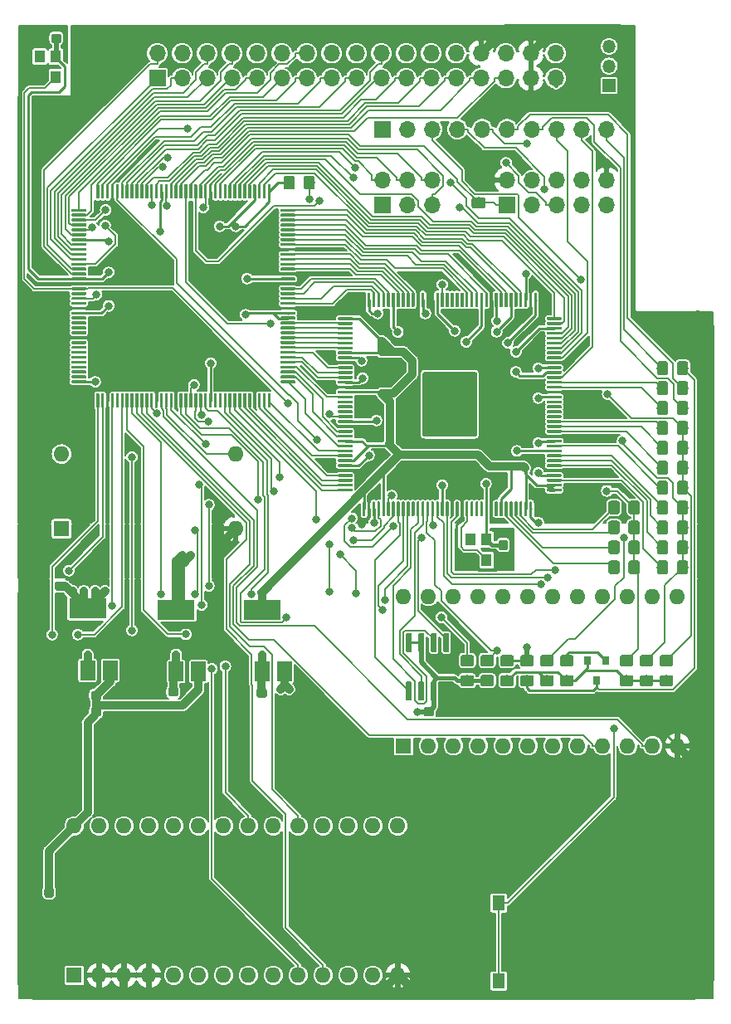
<source format=gbr>
G04 #@! TF.GenerationSoftware,KiCad,Pcbnew,(5.1.2-1)-1*
G04 #@! TF.CreationDate,2020-07-07T12:37:09+01:00*
G04 #@! TF.ProjectId,MZ80-80CLR,4d5a3830-2d38-4304-934c-522e6b696361,rev?*
G04 #@! TF.SameCoordinates,Original*
G04 #@! TF.FileFunction,Copper,L1,Top*
G04 #@! TF.FilePolarity,Positive*
%FSLAX46Y46*%
G04 Gerber Fmt 4.6, Leading zero omitted, Abs format (unit mm)*
G04 Created by KiCad (PCBNEW (5.1.2-1)-1) date 2020-07-07 12:37:09*
%MOMM*%
%LPD*%
G04 APERTURE LIST*
%ADD10R,1.300000X1.550000*%
%ADD11R,0.800000X0.900000*%
%ADD12O,1.700000X1.700000*%
%ADD13R,1.700000X1.700000*%
%ADD14C,0.100000*%
%ADD15C,5.615000*%
%ADD16C,0.300000*%
%ADD17O,1.600000X1.600000*%
%ADD18R,1.600000X1.600000*%
%ADD19C,0.950000*%
%ADD20R,1.500000X2.000000*%
%ADD21R,3.800000X2.000000*%
%ADD22R,1.100000X1.300000*%
%ADD23C,0.600000*%
%ADD24C,1.150000*%
%ADD25O,1.350000X1.350000*%
%ADD26R,1.350000X1.350000*%
%ADD27C,0.800000*%
%ADD28C,0.254000*%
%ADD29C,0.812800*%
%ADD30C,0.508000*%
%ADD31C,0.381000*%
%ADD32C,0.152400*%
%ADD33C,0.250000*%
G04 APERTURE END LIST*
D10*
X124297000Y-122893000D03*
X119797000Y-122893000D03*
X119797000Y-130853000D03*
X124297000Y-130853000D03*
D11*
X129794000Y-100187000D03*
X128844000Y-98187000D03*
X130744000Y-98187000D03*
D12*
X130810000Y-43942000D03*
X128270000Y-43942000D03*
X125730000Y-43942000D03*
X123190000Y-43942000D03*
X120650000Y-43942000D03*
X118110000Y-43942000D03*
X115570000Y-43942000D03*
X113030000Y-43942000D03*
X110490000Y-43942000D03*
D13*
X107950000Y-43942000D03*
D12*
X130810000Y-49149000D03*
X130810000Y-51689000D03*
X128270000Y-49149000D03*
X128270000Y-51689000D03*
X125730000Y-49149000D03*
X125730000Y-51689000D03*
X123190000Y-49149000D03*
X123190000Y-51689000D03*
X120650000Y-49149000D03*
D13*
X120650000Y-51689000D03*
D12*
X125603000Y-36195000D03*
X125603000Y-38735000D03*
X123063000Y-36195000D03*
X123063000Y-38735000D03*
X120523000Y-36195000D03*
X120523000Y-38735000D03*
X117983000Y-36195000D03*
X117983000Y-38735000D03*
X115443000Y-36195000D03*
X115443000Y-38735000D03*
X112903000Y-36195000D03*
X112903000Y-38735000D03*
X110363000Y-36195000D03*
X110363000Y-38735000D03*
X107823000Y-36195000D03*
X107823000Y-38735000D03*
X105283000Y-36195000D03*
X105283000Y-38735000D03*
X102743000Y-36195000D03*
X102743000Y-38735000D03*
X100203000Y-36195000D03*
X100203000Y-38735000D03*
X97663000Y-36195000D03*
X97663000Y-38735000D03*
X95123000Y-36195000D03*
X95123000Y-38735000D03*
X92583000Y-36195000D03*
X92583000Y-38735000D03*
X90043000Y-36195000D03*
X90043000Y-38735000D03*
X87503000Y-36195000D03*
X87503000Y-38735000D03*
X84963000Y-36195000D03*
D13*
X84963000Y-38735000D03*
D12*
X113030000Y-49149000D03*
X113030000Y-51689000D03*
X110490000Y-49149000D03*
X110490000Y-51689000D03*
X107950000Y-49149000D03*
D13*
X107950000Y-51689000D03*
D14*
G36*
X117383591Y-68710717D02*
G01*
X117408119Y-68714355D01*
X117432173Y-68720380D01*
X117455520Y-68728734D01*
X117477935Y-68739336D01*
X117499204Y-68752083D01*
X117519120Y-68766855D01*
X117537493Y-68783507D01*
X117554145Y-68801880D01*
X117568917Y-68821796D01*
X117581664Y-68843065D01*
X117592266Y-68865480D01*
X117600620Y-68888827D01*
X117606645Y-68912881D01*
X117610283Y-68937409D01*
X117611500Y-68962175D01*
X117611500Y-75066825D01*
X117610283Y-75091591D01*
X117606645Y-75116119D01*
X117600620Y-75140173D01*
X117592266Y-75163520D01*
X117581664Y-75185935D01*
X117568917Y-75207204D01*
X117554145Y-75227120D01*
X117537493Y-75245493D01*
X117519120Y-75262145D01*
X117499204Y-75276917D01*
X117477935Y-75289664D01*
X117455520Y-75300266D01*
X117432173Y-75308620D01*
X117408119Y-75314645D01*
X117383591Y-75318283D01*
X117358825Y-75319500D01*
X112249175Y-75319500D01*
X112224409Y-75318283D01*
X112199881Y-75314645D01*
X112175827Y-75308620D01*
X112152480Y-75300266D01*
X112130065Y-75289664D01*
X112108796Y-75276917D01*
X112088880Y-75262145D01*
X112070507Y-75245493D01*
X112053855Y-75227120D01*
X112039083Y-75207204D01*
X112026336Y-75185935D01*
X112015734Y-75163520D01*
X112007380Y-75140173D01*
X112001355Y-75116119D01*
X111997717Y-75091591D01*
X111996500Y-75066825D01*
X111996500Y-68962175D01*
X111997717Y-68937409D01*
X112001355Y-68912881D01*
X112007380Y-68888827D01*
X112015734Y-68865480D01*
X112026336Y-68843065D01*
X112039083Y-68821796D01*
X112053855Y-68801880D01*
X112070507Y-68783507D01*
X112088880Y-68766855D01*
X112108796Y-68752083D01*
X112130065Y-68739336D01*
X112152480Y-68728734D01*
X112175827Y-68720380D01*
X112199881Y-68714355D01*
X112224409Y-68710717D01*
X112249175Y-68709500D01*
X117358825Y-68709500D01*
X117383591Y-68710717D01*
X117383591Y-68710717D01*
G37*
D15*
X114804000Y-72014500D03*
D14*
G36*
X106136351Y-81939861D02*
G01*
X106143632Y-81940941D01*
X106150771Y-81942729D01*
X106157701Y-81945209D01*
X106164355Y-81948356D01*
X106170668Y-81952140D01*
X106176579Y-81956524D01*
X106182033Y-81961467D01*
X106186976Y-81966921D01*
X106191360Y-81972832D01*
X106195144Y-81979145D01*
X106198291Y-81985799D01*
X106200771Y-81992729D01*
X106202559Y-81999868D01*
X106203639Y-82007149D01*
X106204000Y-82014500D01*
X106204000Y-83339500D01*
X106203639Y-83346851D01*
X106202559Y-83354132D01*
X106200771Y-83361271D01*
X106198291Y-83368201D01*
X106195144Y-83374855D01*
X106191360Y-83381168D01*
X106186976Y-83387079D01*
X106182033Y-83392533D01*
X106176579Y-83397476D01*
X106170668Y-83401860D01*
X106164355Y-83405644D01*
X106157701Y-83408791D01*
X106150771Y-83411271D01*
X106143632Y-83413059D01*
X106136351Y-83414139D01*
X106129000Y-83414500D01*
X105979000Y-83414500D01*
X105971649Y-83414139D01*
X105964368Y-83413059D01*
X105957229Y-83411271D01*
X105950299Y-83408791D01*
X105943645Y-83405644D01*
X105937332Y-83401860D01*
X105931421Y-83397476D01*
X105925967Y-83392533D01*
X105921024Y-83387079D01*
X105916640Y-83381168D01*
X105912856Y-83374855D01*
X105909709Y-83368201D01*
X105907229Y-83361271D01*
X105905441Y-83354132D01*
X105904361Y-83346851D01*
X105904000Y-83339500D01*
X105904000Y-82014500D01*
X105904361Y-82007149D01*
X105905441Y-81999868D01*
X105907229Y-81992729D01*
X105909709Y-81985799D01*
X105912856Y-81979145D01*
X105916640Y-81972832D01*
X105921024Y-81966921D01*
X105925967Y-81961467D01*
X105931421Y-81956524D01*
X105937332Y-81952140D01*
X105943645Y-81948356D01*
X105950299Y-81945209D01*
X105957229Y-81942729D01*
X105964368Y-81940941D01*
X105971649Y-81939861D01*
X105979000Y-81939500D01*
X106129000Y-81939500D01*
X106136351Y-81939861D01*
X106136351Y-81939861D01*
G37*
D16*
X106054000Y-82677000D03*
D14*
G36*
X106636351Y-81939861D02*
G01*
X106643632Y-81940941D01*
X106650771Y-81942729D01*
X106657701Y-81945209D01*
X106664355Y-81948356D01*
X106670668Y-81952140D01*
X106676579Y-81956524D01*
X106682033Y-81961467D01*
X106686976Y-81966921D01*
X106691360Y-81972832D01*
X106695144Y-81979145D01*
X106698291Y-81985799D01*
X106700771Y-81992729D01*
X106702559Y-81999868D01*
X106703639Y-82007149D01*
X106704000Y-82014500D01*
X106704000Y-83339500D01*
X106703639Y-83346851D01*
X106702559Y-83354132D01*
X106700771Y-83361271D01*
X106698291Y-83368201D01*
X106695144Y-83374855D01*
X106691360Y-83381168D01*
X106686976Y-83387079D01*
X106682033Y-83392533D01*
X106676579Y-83397476D01*
X106670668Y-83401860D01*
X106664355Y-83405644D01*
X106657701Y-83408791D01*
X106650771Y-83411271D01*
X106643632Y-83413059D01*
X106636351Y-83414139D01*
X106629000Y-83414500D01*
X106479000Y-83414500D01*
X106471649Y-83414139D01*
X106464368Y-83413059D01*
X106457229Y-83411271D01*
X106450299Y-83408791D01*
X106443645Y-83405644D01*
X106437332Y-83401860D01*
X106431421Y-83397476D01*
X106425967Y-83392533D01*
X106421024Y-83387079D01*
X106416640Y-83381168D01*
X106412856Y-83374855D01*
X106409709Y-83368201D01*
X106407229Y-83361271D01*
X106405441Y-83354132D01*
X106404361Y-83346851D01*
X106404000Y-83339500D01*
X106404000Y-82014500D01*
X106404361Y-82007149D01*
X106405441Y-81999868D01*
X106407229Y-81992729D01*
X106409709Y-81985799D01*
X106412856Y-81979145D01*
X106416640Y-81972832D01*
X106421024Y-81966921D01*
X106425967Y-81961467D01*
X106431421Y-81956524D01*
X106437332Y-81952140D01*
X106443645Y-81948356D01*
X106450299Y-81945209D01*
X106457229Y-81942729D01*
X106464368Y-81940941D01*
X106471649Y-81939861D01*
X106479000Y-81939500D01*
X106629000Y-81939500D01*
X106636351Y-81939861D01*
X106636351Y-81939861D01*
G37*
D16*
X106554000Y-82677000D03*
D14*
G36*
X107136351Y-81939861D02*
G01*
X107143632Y-81940941D01*
X107150771Y-81942729D01*
X107157701Y-81945209D01*
X107164355Y-81948356D01*
X107170668Y-81952140D01*
X107176579Y-81956524D01*
X107182033Y-81961467D01*
X107186976Y-81966921D01*
X107191360Y-81972832D01*
X107195144Y-81979145D01*
X107198291Y-81985799D01*
X107200771Y-81992729D01*
X107202559Y-81999868D01*
X107203639Y-82007149D01*
X107204000Y-82014500D01*
X107204000Y-83339500D01*
X107203639Y-83346851D01*
X107202559Y-83354132D01*
X107200771Y-83361271D01*
X107198291Y-83368201D01*
X107195144Y-83374855D01*
X107191360Y-83381168D01*
X107186976Y-83387079D01*
X107182033Y-83392533D01*
X107176579Y-83397476D01*
X107170668Y-83401860D01*
X107164355Y-83405644D01*
X107157701Y-83408791D01*
X107150771Y-83411271D01*
X107143632Y-83413059D01*
X107136351Y-83414139D01*
X107129000Y-83414500D01*
X106979000Y-83414500D01*
X106971649Y-83414139D01*
X106964368Y-83413059D01*
X106957229Y-83411271D01*
X106950299Y-83408791D01*
X106943645Y-83405644D01*
X106937332Y-83401860D01*
X106931421Y-83397476D01*
X106925967Y-83392533D01*
X106921024Y-83387079D01*
X106916640Y-83381168D01*
X106912856Y-83374855D01*
X106909709Y-83368201D01*
X106907229Y-83361271D01*
X106905441Y-83354132D01*
X106904361Y-83346851D01*
X106904000Y-83339500D01*
X106904000Y-82014500D01*
X106904361Y-82007149D01*
X106905441Y-81999868D01*
X106907229Y-81992729D01*
X106909709Y-81985799D01*
X106912856Y-81979145D01*
X106916640Y-81972832D01*
X106921024Y-81966921D01*
X106925967Y-81961467D01*
X106931421Y-81956524D01*
X106937332Y-81952140D01*
X106943645Y-81948356D01*
X106950299Y-81945209D01*
X106957229Y-81942729D01*
X106964368Y-81940941D01*
X106971649Y-81939861D01*
X106979000Y-81939500D01*
X107129000Y-81939500D01*
X107136351Y-81939861D01*
X107136351Y-81939861D01*
G37*
D16*
X107054000Y-82677000D03*
D14*
G36*
X107636351Y-81939861D02*
G01*
X107643632Y-81940941D01*
X107650771Y-81942729D01*
X107657701Y-81945209D01*
X107664355Y-81948356D01*
X107670668Y-81952140D01*
X107676579Y-81956524D01*
X107682033Y-81961467D01*
X107686976Y-81966921D01*
X107691360Y-81972832D01*
X107695144Y-81979145D01*
X107698291Y-81985799D01*
X107700771Y-81992729D01*
X107702559Y-81999868D01*
X107703639Y-82007149D01*
X107704000Y-82014500D01*
X107704000Y-83339500D01*
X107703639Y-83346851D01*
X107702559Y-83354132D01*
X107700771Y-83361271D01*
X107698291Y-83368201D01*
X107695144Y-83374855D01*
X107691360Y-83381168D01*
X107686976Y-83387079D01*
X107682033Y-83392533D01*
X107676579Y-83397476D01*
X107670668Y-83401860D01*
X107664355Y-83405644D01*
X107657701Y-83408791D01*
X107650771Y-83411271D01*
X107643632Y-83413059D01*
X107636351Y-83414139D01*
X107629000Y-83414500D01*
X107479000Y-83414500D01*
X107471649Y-83414139D01*
X107464368Y-83413059D01*
X107457229Y-83411271D01*
X107450299Y-83408791D01*
X107443645Y-83405644D01*
X107437332Y-83401860D01*
X107431421Y-83397476D01*
X107425967Y-83392533D01*
X107421024Y-83387079D01*
X107416640Y-83381168D01*
X107412856Y-83374855D01*
X107409709Y-83368201D01*
X107407229Y-83361271D01*
X107405441Y-83354132D01*
X107404361Y-83346851D01*
X107404000Y-83339500D01*
X107404000Y-82014500D01*
X107404361Y-82007149D01*
X107405441Y-81999868D01*
X107407229Y-81992729D01*
X107409709Y-81985799D01*
X107412856Y-81979145D01*
X107416640Y-81972832D01*
X107421024Y-81966921D01*
X107425967Y-81961467D01*
X107431421Y-81956524D01*
X107437332Y-81952140D01*
X107443645Y-81948356D01*
X107450299Y-81945209D01*
X107457229Y-81942729D01*
X107464368Y-81940941D01*
X107471649Y-81939861D01*
X107479000Y-81939500D01*
X107629000Y-81939500D01*
X107636351Y-81939861D01*
X107636351Y-81939861D01*
G37*
D16*
X107554000Y-82677000D03*
D14*
G36*
X108136351Y-81939861D02*
G01*
X108143632Y-81940941D01*
X108150771Y-81942729D01*
X108157701Y-81945209D01*
X108164355Y-81948356D01*
X108170668Y-81952140D01*
X108176579Y-81956524D01*
X108182033Y-81961467D01*
X108186976Y-81966921D01*
X108191360Y-81972832D01*
X108195144Y-81979145D01*
X108198291Y-81985799D01*
X108200771Y-81992729D01*
X108202559Y-81999868D01*
X108203639Y-82007149D01*
X108204000Y-82014500D01*
X108204000Y-83339500D01*
X108203639Y-83346851D01*
X108202559Y-83354132D01*
X108200771Y-83361271D01*
X108198291Y-83368201D01*
X108195144Y-83374855D01*
X108191360Y-83381168D01*
X108186976Y-83387079D01*
X108182033Y-83392533D01*
X108176579Y-83397476D01*
X108170668Y-83401860D01*
X108164355Y-83405644D01*
X108157701Y-83408791D01*
X108150771Y-83411271D01*
X108143632Y-83413059D01*
X108136351Y-83414139D01*
X108129000Y-83414500D01*
X107979000Y-83414500D01*
X107971649Y-83414139D01*
X107964368Y-83413059D01*
X107957229Y-83411271D01*
X107950299Y-83408791D01*
X107943645Y-83405644D01*
X107937332Y-83401860D01*
X107931421Y-83397476D01*
X107925967Y-83392533D01*
X107921024Y-83387079D01*
X107916640Y-83381168D01*
X107912856Y-83374855D01*
X107909709Y-83368201D01*
X107907229Y-83361271D01*
X107905441Y-83354132D01*
X107904361Y-83346851D01*
X107904000Y-83339500D01*
X107904000Y-82014500D01*
X107904361Y-82007149D01*
X107905441Y-81999868D01*
X107907229Y-81992729D01*
X107909709Y-81985799D01*
X107912856Y-81979145D01*
X107916640Y-81972832D01*
X107921024Y-81966921D01*
X107925967Y-81961467D01*
X107931421Y-81956524D01*
X107937332Y-81952140D01*
X107943645Y-81948356D01*
X107950299Y-81945209D01*
X107957229Y-81942729D01*
X107964368Y-81940941D01*
X107971649Y-81939861D01*
X107979000Y-81939500D01*
X108129000Y-81939500D01*
X108136351Y-81939861D01*
X108136351Y-81939861D01*
G37*
D16*
X108054000Y-82677000D03*
D14*
G36*
X108636351Y-81939861D02*
G01*
X108643632Y-81940941D01*
X108650771Y-81942729D01*
X108657701Y-81945209D01*
X108664355Y-81948356D01*
X108670668Y-81952140D01*
X108676579Y-81956524D01*
X108682033Y-81961467D01*
X108686976Y-81966921D01*
X108691360Y-81972832D01*
X108695144Y-81979145D01*
X108698291Y-81985799D01*
X108700771Y-81992729D01*
X108702559Y-81999868D01*
X108703639Y-82007149D01*
X108704000Y-82014500D01*
X108704000Y-83339500D01*
X108703639Y-83346851D01*
X108702559Y-83354132D01*
X108700771Y-83361271D01*
X108698291Y-83368201D01*
X108695144Y-83374855D01*
X108691360Y-83381168D01*
X108686976Y-83387079D01*
X108682033Y-83392533D01*
X108676579Y-83397476D01*
X108670668Y-83401860D01*
X108664355Y-83405644D01*
X108657701Y-83408791D01*
X108650771Y-83411271D01*
X108643632Y-83413059D01*
X108636351Y-83414139D01*
X108629000Y-83414500D01*
X108479000Y-83414500D01*
X108471649Y-83414139D01*
X108464368Y-83413059D01*
X108457229Y-83411271D01*
X108450299Y-83408791D01*
X108443645Y-83405644D01*
X108437332Y-83401860D01*
X108431421Y-83397476D01*
X108425967Y-83392533D01*
X108421024Y-83387079D01*
X108416640Y-83381168D01*
X108412856Y-83374855D01*
X108409709Y-83368201D01*
X108407229Y-83361271D01*
X108405441Y-83354132D01*
X108404361Y-83346851D01*
X108404000Y-83339500D01*
X108404000Y-82014500D01*
X108404361Y-82007149D01*
X108405441Y-81999868D01*
X108407229Y-81992729D01*
X108409709Y-81985799D01*
X108412856Y-81979145D01*
X108416640Y-81972832D01*
X108421024Y-81966921D01*
X108425967Y-81961467D01*
X108431421Y-81956524D01*
X108437332Y-81952140D01*
X108443645Y-81948356D01*
X108450299Y-81945209D01*
X108457229Y-81942729D01*
X108464368Y-81940941D01*
X108471649Y-81939861D01*
X108479000Y-81939500D01*
X108629000Y-81939500D01*
X108636351Y-81939861D01*
X108636351Y-81939861D01*
G37*
D16*
X108554000Y-82677000D03*
D14*
G36*
X109136351Y-81939861D02*
G01*
X109143632Y-81940941D01*
X109150771Y-81942729D01*
X109157701Y-81945209D01*
X109164355Y-81948356D01*
X109170668Y-81952140D01*
X109176579Y-81956524D01*
X109182033Y-81961467D01*
X109186976Y-81966921D01*
X109191360Y-81972832D01*
X109195144Y-81979145D01*
X109198291Y-81985799D01*
X109200771Y-81992729D01*
X109202559Y-81999868D01*
X109203639Y-82007149D01*
X109204000Y-82014500D01*
X109204000Y-83339500D01*
X109203639Y-83346851D01*
X109202559Y-83354132D01*
X109200771Y-83361271D01*
X109198291Y-83368201D01*
X109195144Y-83374855D01*
X109191360Y-83381168D01*
X109186976Y-83387079D01*
X109182033Y-83392533D01*
X109176579Y-83397476D01*
X109170668Y-83401860D01*
X109164355Y-83405644D01*
X109157701Y-83408791D01*
X109150771Y-83411271D01*
X109143632Y-83413059D01*
X109136351Y-83414139D01*
X109129000Y-83414500D01*
X108979000Y-83414500D01*
X108971649Y-83414139D01*
X108964368Y-83413059D01*
X108957229Y-83411271D01*
X108950299Y-83408791D01*
X108943645Y-83405644D01*
X108937332Y-83401860D01*
X108931421Y-83397476D01*
X108925967Y-83392533D01*
X108921024Y-83387079D01*
X108916640Y-83381168D01*
X108912856Y-83374855D01*
X108909709Y-83368201D01*
X108907229Y-83361271D01*
X108905441Y-83354132D01*
X108904361Y-83346851D01*
X108904000Y-83339500D01*
X108904000Y-82014500D01*
X108904361Y-82007149D01*
X108905441Y-81999868D01*
X108907229Y-81992729D01*
X108909709Y-81985799D01*
X108912856Y-81979145D01*
X108916640Y-81972832D01*
X108921024Y-81966921D01*
X108925967Y-81961467D01*
X108931421Y-81956524D01*
X108937332Y-81952140D01*
X108943645Y-81948356D01*
X108950299Y-81945209D01*
X108957229Y-81942729D01*
X108964368Y-81940941D01*
X108971649Y-81939861D01*
X108979000Y-81939500D01*
X109129000Y-81939500D01*
X109136351Y-81939861D01*
X109136351Y-81939861D01*
G37*
D16*
X109054000Y-82677000D03*
D14*
G36*
X109636351Y-81939861D02*
G01*
X109643632Y-81940941D01*
X109650771Y-81942729D01*
X109657701Y-81945209D01*
X109664355Y-81948356D01*
X109670668Y-81952140D01*
X109676579Y-81956524D01*
X109682033Y-81961467D01*
X109686976Y-81966921D01*
X109691360Y-81972832D01*
X109695144Y-81979145D01*
X109698291Y-81985799D01*
X109700771Y-81992729D01*
X109702559Y-81999868D01*
X109703639Y-82007149D01*
X109704000Y-82014500D01*
X109704000Y-83339500D01*
X109703639Y-83346851D01*
X109702559Y-83354132D01*
X109700771Y-83361271D01*
X109698291Y-83368201D01*
X109695144Y-83374855D01*
X109691360Y-83381168D01*
X109686976Y-83387079D01*
X109682033Y-83392533D01*
X109676579Y-83397476D01*
X109670668Y-83401860D01*
X109664355Y-83405644D01*
X109657701Y-83408791D01*
X109650771Y-83411271D01*
X109643632Y-83413059D01*
X109636351Y-83414139D01*
X109629000Y-83414500D01*
X109479000Y-83414500D01*
X109471649Y-83414139D01*
X109464368Y-83413059D01*
X109457229Y-83411271D01*
X109450299Y-83408791D01*
X109443645Y-83405644D01*
X109437332Y-83401860D01*
X109431421Y-83397476D01*
X109425967Y-83392533D01*
X109421024Y-83387079D01*
X109416640Y-83381168D01*
X109412856Y-83374855D01*
X109409709Y-83368201D01*
X109407229Y-83361271D01*
X109405441Y-83354132D01*
X109404361Y-83346851D01*
X109404000Y-83339500D01*
X109404000Y-82014500D01*
X109404361Y-82007149D01*
X109405441Y-81999868D01*
X109407229Y-81992729D01*
X109409709Y-81985799D01*
X109412856Y-81979145D01*
X109416640Y-81972832D01*
X109421024Y-81966921D01*
X109425967Y-81961467D01*
X109431421Y-81956524D01*
X109437332Y-81952140D01*
X109443645Y-81948356D01*
X109450299Y-81945209D01*
X109457229Y-81942729D01*
X109464368Y-81940941D01*
X109471649Y-81939861D01*
X109479000Y-81939500D01*
X109629000Y-81939500D01*
X109636351Y-81939861D01*
X109636351Y-81939861D01*
G37*
D16*
X109554000Y-82677000D03*
D14*
G36*
X110136351Y-81939861D02*
G01*
X110143632Y-81940941D01*
X110150771Y-81942729D01*
X110157701Y-81945209D01*
X110164355Y-81948356D01*
X110170668Y-81952140D01*
X110176579Y-81956524D01*
X110182033Y-81961467D01*
X110186976Y-81966921D01*
X110191360Y-81972832D01*
X110195144Y-81979145D01*
X110198291Y-81985799D01*
X110200771Y-81992729D01*
X110202559Y-81999868D01*
X110203639Y-82007149D01*
X110204000Y-82014500D01*
X110204000Y-83339500D01*
X110203639Y-83346851D01*
X110202559Y-83354132D01*
X110200771Y-83361271D01*
X110198291Y-83368201D01*
X110195144Y-83374855D01*
X110191360Y-83381168D01*
X110186976Y-83387079D01*
X110182033Y-83392533D01*
X110176579Y-83397476D01*
X110170668Y-83401860D01*
X110164355Y-83405644D01*
X110157701Y-83408791D01*
X110150771Y-83411271D01*
X110143632Y-83413059D01*
X110136351Y-83414139D01*
X110129000Y-83414500D01*
X109979000Y-83414500D01*
X109971649Y-83414139D01*
X109964368Y-83413059D01*
X109957229Y-83411271D01*
X109950299Y-83408791D01*
X109943645Y-83405644D01*
X109937332Y-83401860D01*
X109931421Y-83397476D01*
X109925967Y-83392533D01*
X109921024Y-83387079D01*
X109916640Y-83381168D01*
X109912856Y-83374855D01*
X109909709Y-83368201D01*
X109907229Y-83361271D01*
X109905441Y-83354132D01*
X109904361Y-83346851D01*
X109904000Y-83339500D01*
X109904000Y-82014500D01*
X109904361Y-82007149D01*
X109905441Y-81999868D01*
X109907229Y-81992729D01*
X109909709Y-81985799D01*
X109912856Y-81979145D01*
X109916640Y-81972832D01*
X109921024Y-81966921D01*
X109925967Y-81961467D01*
X109931421Y-81956524D01*
X109937332Y-81952140D01*
X109943645Y-81948356D01*
X109950299Y-81945209D01*
X109957229Y-81942729D01*
X109964368Y-81940941D01*
X109971649Y-81939861D01*
X109979000Y-81939500D01*
X110129000Y-81939500D01*
X110136351Y-81939861D01*
X110136351Y-81939861D01*
G37*
D16*
X110054000Y-82677000D03*
D14*
G36*
X110636351Y-81939861D02*
G01*
X110643632Y-81940941D01*
X110650771Y-81942729D01*
X110657701Y-81945209D01*
X110664355Y-81948356D01*
X110670668Y-81952140D01*
X110676579Y-81956524D01*
X110682033Y-81961467D01*
X110686976Y-81966921D01*
X110691360Y-81972832D01*
X110695144Y-81979145D01*
X110698291Y-81985799D01*
X110700771Y-81992729D01*
X110702559Y-81999868D01*
X110703639Y-82007149D01*
X110704000Y-82014500D01*
X110704000Y-83339500D01*
X110703639Y-83346851D01*
X110702559Y-83354132D01*
X110700771Y-83361271D01*
X110698291Y-83368201D01*
X110695144Y-83374855D01*
X110691360Y-83381168D01*
X110686976Y-83387079D01*
X110682033Y-83392533D01*
X110676579Y-83397476D01*
X110670668Y-83401860D01*
X110664355Y-83405644D01*
X110657701Y-83408791D01*
X110650771Y-83411271D01*
X110643632Y-83413059D01*
X110636351Y-83414139D01*
X110629000Y-83414500D01*
X110479000Y-83414500D01*
X110471649Y-83414139D01*
X110464368Y-83413059D01*
X110457229Y-83411271D01*
X110450299Y-83408791D01*
X110443645Y-83405644D01*
X110437332Y-83401860D01*
X110431421Y-83397476D01*
X110425967Y-83392533D01*
X110421024Y-83387079D01*
X110416640Y-83381168D01*
X110412856Y-83374855D01*
X110409709Y-83368201D01*
X110407229Y-83361271D01*
X110405441Y-83354132D01*
X110404361Y-83346851D01*
X110404000Y-83339500D01*
X110404000Y-82014500D01*
X110404361Y-82007149D01*
X110405441Y-81999868D01*
X110407229Y-81992729D01*
X110409709Y-81985799D01*
X110412856Y-81979145D01*
X110416640Y-81972832D01*
X110421024Y-81966921D01*
X110425967Y-81961467D01*
X110431421Y-81956524D01*
X110437332Y-81952140D01*
X110443645Y-81948356D01*
X110450299Y-81945209D01*
X110457229Y-81942729D01*
X110464368Y-81940941D01*
X110471649Y-81939861D01*
X110479000Y-81939500D01*
X110629000Y-81939500D01*
X110636351Y-81939861D01*
X110636351Y-81939861D01*
G37*
D16*
X110554000Y-82677000D03*
D14*
G36*
X111136351Y-81939861D02*
G01*
X111143632Y-81940941D01*
X111150771Y-81942729D01*
X111157701Y-81945209D01*
X111164355Y-81948356D01*
X111170668Y-81952140D01*
X111176579Y-81956524D01*
X111182033Y-81961467D01*
X111186976Y-81966921D01*
X111191360Y-81972832D01*
X111195144Y-81979145D01*
X111198291Y-81985799D01*
X111200771Y-81992729D01*
X111202559Y-81999868D01*
X111203639Y-82007149D01*
X111204000Y-82014500D01*
X111204000Y-83339500D01*
X111203639Y-83346851D01*
X111202559Y-83354132D01*
X111200771Y-83361271D01*
X111198291Y-83368201D01*
X111195144Y-83374855D01*
X111191360Y-83381168D01*
X111186976Y-83387079D01*
X111182033Y-83392533D01*
X111176579Y-83397476D01*
X111170668Y-83401860D01*
X111164355Y-83405644D01*
X111157701Y-83408791D01*
X111150771Y-83411271D01*
X111143632Y-83413059D01*
X111136351Y-83414139D01*
X111129000Y-83414500D01*
X110979000Y-83414500D01*
X110971649Y-83414139D01*
X110964368Y-83413059D01*
X110957229Y-83411271D01*
X110950299Y-83408791D01*
X110943645Y-83405644D01*
X110937332Y-83401860D01*
X110931421Y-83397476D01*
X110925967Y-83392533D01*
X110921024Y-83387079D01*
X110916640Y-83381168D01*
X110912856Y-83374855D01*
X110909709Y-83368201D01*
X110907229Y-83361271D01*
X110905441Y-83354132D01*
X110904361Y-83346851D01*
X110904000Y-83339500D01*
X110904000Y-82014500D01*
X110904361Y-82007149D01*
X110905441Y-81999868D01*
X110907229Y-81992729D01*
X110909709Y-81985799D01*
X110912856Y-81979145D01*
X110916640Y-81972832D01*
X110921024Y-81966921D01*
X110925967Y-81961467D01*
X110931421Y-81956524D01*
X110937332Y-81952140D01*
X110943645Y-81948356D01*
X110950299Y-81945209D01*
X110957229Y-81942729D01*
X110964368Y-81940941D01*
X110971649Y-81939861D01*
X110979000Y-81939500D01*
X111129000Y-81939500D01*
X111136351Y-81939861D01*
X111136351Y-81939861D01*
G37*
D16*
X111054000Y-82677000D03*
D14*
G36*
X111636351Y-81939861D02*
G01*
X111643632Y-81940941D01*
X111650771Y-81942729D01*
X111657701Y-81945209D01*
X111664355Y-81948356D01*
X111670668Y-81952140D01*
X111676579Y-81956524D01*
X111682033Y-81961467D01*
X111686976Y-81966921D01*
X111691360Y-81972832D01*
X111695144Y-81979145D01*
X111698291Y-81985799D01*
X111700771Y-81992729D01*
X111702559Y-81999868D01*
X111703639Y-82007149D01*
X111704000Y-82014500D01*
X111704000Y-83339500D01*
X111703639Y-83346851D01*
X111702559Y-83354132D01*
X111700771Y-83361271D01*
X111698291Y-83368201D01*
X111695144Y-83374855D01*
X111691360Y-83381168D01*
X111686976Y-83387079D01*
X111682033Y-83392533D01*
X111676579Y-83397476D01*
X111670668Y-83401860D01*
X111664355Y-83405644D01*
X111657701Y-83408791D01*
X111650771Y-83411271D01*
X111643632Y-83413059D01*
X111636351Y-83414139D01*
X111629000Y-83414500D01*
X111479000Y-83414500D01*
X111471649Y-83414139D01*
X111464368Y-83413059D01*
X111457229Y-83411271D01*
X111450299Y-83408791D01*
X111443645Y-83405644D01*
X111437332Y-83401860D01*
X111431421Y-83397476D01*
X111425967Y-83392533D01*
X111421024Y-83387079D01*
X111416640Y-83381168D01*
X111412856Y-83374855D01*
X111409709Y-83368201D01*
X111407229Y-83361271D01*
X111405441Y-83354132D01*
X111404361Y-83346851D01*
X111404000Y-83339500D01*
X111404000Y-82014500D01*
X111404361Y-82007149D01*
X111405441Y-81999868D01*
X111407229Y-81992729D01*
X111409709Y-81985799D01*
X111412856Y-81979145D01*
X111416640Y-81972832D01*
X111421024Y-81966921D01*
X111425967Y-81961467D01*
X111431421Y-81956524D01*
X111437332Y-81952140D01*
X111443645Y-81948356D01*
X111450299Y-81945209D01*
X111457229Y-81942729D01*
X111464368Y-81940941D01*
X111471649Y-81939861D01*
X111479000Y-81939500D01*
X111629000Y-81939500D01*
X111636351Y-81939861D01*
X111636351Y-81939861D01*
G37*
D16*
X111554000Y-82677000D03*
D14*
G36*
X112136351Y-81939861D02*
G01*
X112143632Y-81940941D01*
X112150771Y-81942729D01*
X112157701Y-81945209D01*
X112164355Y-81948356D01*
X112170668Y-81952140D01*
X112176579Y-81956524D01*
X112182033Y-81961467D01*
X112186976Y-81966921D01*
X112191360Y-81972832D01*
X112195144Y-81979145D01*
X112198291Y-81985799D01*
X112200771Y-81992729D01*
X112202559Y-81999868D01*
X112203639Y-82007149D01*
X112204000Y-82014500D01*
X112204000Y-83339500D01*
X112203639Y-83346851D01*
X112202559Y-83354132D01*
X112200771Y-83361271D01*
X112198291Y-83368201D01*
X112195144Y-83374855D01*
X112191360Y-83381168D01*
X112186976Y-83387079D01*
X112182033Y-83392533D01*
X112176579Y-83397476D01*
X112170668Y-83401860D01*
X112164355Y-83405644D01*
X112157701Y-83408791D01*
X112150771Y-83411271D01*
X112143632Y-83413059D01*
X112136351Y-83414139D01*
X112129000Y-83414500D01*
X111979000Y-83414500D01*
X111971649Y-83414139D01*
X111964368Y-83413059D01*
X111957229Y-83411271D01*
X111950299Y-83408791D01*
X111943645Y-83405644D01*
X111937332Y-83401860D01*
X111931421Y-83397476D01*
X111925967Y-83392533D01*
X111921024Y-83387079D01*
X111916640Y-83381168D01*
X111912856Y-83374855D01*
X111909709Y-83368201D01*
X111907229Y-83361271D01*
X111905441Y-83354132D01*
X111904361Y-83346851D01*
X111904000Y-83339500D01*
X111904000Y-82014500D01*
X111904361Y-82007149D01*
X111905441Y-81999868D01*
X111907229Y-81992729D01*
X111909709Y-81985799D01*
X111912856Y-81979145D01*
X111916640Y-81972832D01*
X111921024Y-81966921D01*
X111925967Y-81961467D01*
X111931421Y-81956524D01*
X111937332Y-81952140D01*
X111943645Y-81948356D01*
X111950299Y-81945209D01*
X111957229Y-81942729D01*
X111964368Y-81940941D01*
X111971649Y-81939861D01*
X111979000Y-81939500D01*
X112129000Y-81939500D01*
X112136351Y-81939861D01*
X112136351Y-81939861D01*
G37*
D16*
X112054000Y-82677000D03*
D14*
G36*
X112636351Y-81939861D02*
G01*
X112643632Y-81940941D01*
X112650771Y-81942729D01*
X112657701Y-81945209D01*
X112664355Y-81948356D01*
X112670668Y-81952140D01*
X112676579Y-81956524D01*
X112682033Y-81961467D01*
X112686976Y-81966921D01*
X112691360Y-81972832D01*
X112695144Y-81979145D01*
X112698291Y-81985799D01*
X112700771Y-81992729D01*
X112702559Y-81999868D01*
X112703639Y-82007149D01*
X112704000Y-82014500D01*
X112704000Y-83339500D01*
X112703639Y-83346851D01*
X112702559Y-83354132D01*
X112700771Y-83361271D01*
X112698291Y-83368201D01*
X112695144Y-83374855D01*
X112691360Y-83381168D01*
X112686976Y-83387079D01*
X112682033Y-83392533D01*
X112676579Y-83397476D01*
X112670668Y-83401860D01*
X112664355Y-83405644D01*
X112657701Y-83408791D01*
X112650771Y-83411271D01*
X112643632Y-83413059D01*
X112636351Y-83414139D01*
X112629000Y-83414500D01*
X112479000Y-83414500D01*
X112471649Y-83414139D01*
X112464368Y-83413059D01*
X112457229Y-83411271D01*
X112450299Y-83408791D01*
X112443645Y-83405644D01*
X112437332Y-83401860D01*
X112431421Y-83397476D01*
X112425967Y-83392533D01*
X112421024Y-83387079D01*
X112416640Y-83381168D01*
X112412856Y-83374855D01*
X112409709Y-83368201D01*
X112407229Y-83361271D01*
X112405441Y-83354132D01*
X112404361Y-83346851D01*
X112404000Y-83339500D01*
X112404000Y-82014500D01*
X112404361Y-82007149D01*
X112405441Y-81999868D01*
X112407229Y-81992729D01*
X112409709Y-81985799D01*
X112412856Y-81979145D01*
X112416640Y-81972832D01*
X112421024Y-81966921D01*
X112425967Y-81961467D01*
X112431421Y-81956524D01*
X112437332Y-81952140D01*
X112443645Y-81948356D01*
X112450299Y-81945209D01*
X112457229Y-81942729D01*
X112464368Y-81940941D01*
X112471649Y-81939861D01*
X112479000Y-81939500D01*
X112629000Y-81939500D01*
X112636351Y-81939861D01*
X112636351Y-81939861D01*
G37*
D16*
X112554000Y-82677000D03*
D14*
G36*
X113136351Y-81939861D02*
G01*
X113143632Y-81940941D01*
X113150771Y-81942729D01*
X113157701Y-81945209D01*
X113164355Y-81948356D01*
X113170668Y-81952140D01*
X113176579Y-81956524D01*
X113182033Y-81961467D01*
X113186976Y-81966921D01*
X113191360Y-81972832D01*
X113195144Y-81979145D01*
X113198291Y-81985799D01*
X113200771Y-81992729D01*
X113202559Y-81999868D01*
X113203639Y-82007149D01*
X113204000Y-82014500D01*
X113204000Y-83339500D01*
X113203639Y-83346851D01*
X113202559Y-83354132D01*
X113200771Y-83361271D01*
X113198291Y-83368201D01*
X113195144Y-83374855D01*
X113191360Y-83381168D01*
X113186976Y-83387079D01*
X113182033Y-83392533D01*
X113176579Y-83397476D01*
X113170668Y-83401860D01*
X113164355Y-83405644D01*
X113157701Y-83408791D01*
X113150771Y-83411271D01*
X113143632Y-83413059D01*
X113136351Y-83414139D01*
X113129000Y-83414500D01*
X112979000Y-83414500D01*
X112971649Y-83414139D01*
X112964368Y-83413059D01*
X112957229Y-83411271D01*
X112950299Y-83408791D01*
X112943645Y-83405644D01*
X112937332Y-83401860D01*
X112931421Y-83397476D01*
X112925967Y-83392533D01*
X112921024Y-83387079D01*
X112916640Y-83381168D01*
X112912856Y-83374855D01*
X112909709Y-83368201D01*
X112907229Y-83361271D01*
X112905441Y-83354132D01*
X112904361Y-83346851D01*
X112904000Y-83339500D01*
X112904000Y-82014500D01*
X112904361Y-82007149D01*
X112905441Y-81999868D01*
X112907229Y-81992729D01*
X112909709Y-81985799D01*
X112912856Y-81979145D01*
X112916640Y-81972832D01*
X112921024Y-81966921D01*
X112925967Y-81961467D01*
X112931421Y-81956524D01*
X112937332Y-81952140D01*
X112943645Y-81948356D01*
X112950299Y-81945209D01*
X112957229Y-81942729D01*
X112964368Y-81940941D01*
X112971649Y-81939861D01*
X112979000Y-81939500D01*
X113129000Y-81939500D01*
X113136351Y-81939861D01*
X113136351Y-81939861D01*
G37*
D16*
X113054000Y-82677000D03*
D14*
G36*
X113636351Y-81939861D02*
G01*
X113643632Y-81940941D01*
X113650771Y-81942729D01*
X113657701Y-81945209D01*
X113664355Y-81948356D01*
X113670668Y-81952140D01*
X113676579Y-81956524D01*
X113682033Y-81961467D01*
X113686976Y-81966921D01*
X113691360Y-81972832D01*
X113695144Y-81979145D01*
X113698291Y-81985799D01*
X113700771Y-81992729D01*
X113702559Y-81999868D01*
X113703639Y-82007149D01*
X113704000Y-82014500D01*
X113704000Y-83339500D01*
X113703639Y-83346851D01*
X113702559Y-83354132D01*
X113700771Y-83361271D01*
X113698291Y-83368201D01*
X113695144Y-83374855D01*
X113691360Y-83381168D01*
X113686976Y-83387079D01*
X113682033Y-83392533D01*
X113676579Y-83397476D01*
X113670668Y-83401860D01*
X113664355Y-83405644D01*
X113657701Y-83408791D01*
X113650771Y-83411271D01*
X113643632Y-83413059D01*
X113636351Y-83414139D01*
X113629000Y-83414500D01*
X113479000Y-83414500D01*
X113471649Y-83414139D01*
X113464368Y-83413059D01*
X113457229Y-83411271D01*
X113450299Y-83408791D01*
X113443645Y-83405644D01*
X113437332Y-83401860D01*
X113431421Y-83397476D01*
X113425967Y-83392533D01*
X113421024Y-83387079D01*
X113416640Y-83381168D01*
X113412856Y-83374855D01*
X113409709Y-83368201D01*
X113407229Y-83361271D01*
X113405441Y-83354132D01*
X113404361Y-83346851D01*
X113404000Y-83339500D01*
X113404000Y-82014500D01*
X113404361Y-82007149D01*
X113405441Y-81999868D01*
X113407229Y-81992729D01*
X113409709Y-81985799D01*
X113412856Y-81979145D01*
X113416640Y-81972832D01*
X113421024Y-81966921D01*
X113425967Y-81961467D01*
X113431421Y-81956524D01*
X113437332Y-81952140D01*
X113443645Y-81948356D01*
X113450299Y-81945209D01*
X113457229Y-81942729D01*
X113464368Y-81940941D01*
X113471649Y-81939861D01*
X113479000Y-81939500D01*
X113629000Y-81939500D01*
X113636351Y-81939861D01*
X113636351Y-81939861D01*
G37*
D16*
X113554000Y-82677000D03*
D14*
G36*
X114136351Y-81939861D02*
G01*
X114143632Y-81940941D01*
X114150771Y-81942729D01*
X114157701Y-81945209D01*
X114164355Y-81948356D01*
X114170668Y-81952140D01*
X114176579Y-81956524D01*
X114182033Y-81961467D01*
X114186976Y-81966921D01*
X114191360Y-81972832D01*
X114195144Y-81979145D01*
X114198291Y-81985799D01*
X114200771Y-81992729D01*
X114202559Y-81999868D01*
X114203639Y-82007149D01*
X114204000Y-82014500D01*
X114204000Y-83339500D01*
X114203639Y-83346851D01*
X114202559Y-83354132D01*
X114200771Y-83361271D01*
X114198291Y-83368201D01*
X114195144Y-83374855D01*
X114191360Y-83381168D01*
X114186976Y-83387079D01*
X114182033Y-83392533D01*
X114176579Y-83397476D01*
X114170668Y-83401860D01*
X114164355Y-83405644D01*
X114157701Y-83408791D01*
X114150771Y-83411271D01*
X114143632Y-83413059D01*
X114136351Y-83414139D01*
X114129000Y-83414500D01*
X113979000Y-83414500D01*
X113971649Y-83414139D01*
X113964368Y-83413059D01*
X113957229Y-83411271D01*
X113950299Y-83408791D01*
X113943645Y-83405644D01*
X113937332Y-83401860D01*
X113931421Y-83397476D01*
X113925967Y-83392533D01*
X113921024Y-83387079D01*
X113916640Y-83381168D01*
X113912856Y-83374855D01*
X113909709Y-83368201D01*
X113907229Y-83361271D01*
X113905441Y-83354132D01*
X113904361Y-83346851D01*
X113904000Y-83339500D01*
X113904000Y-82014500D01*
X113904361Y-82007149D01*
X113905441Y-81999868D01*
X113907229Y-81992729D01*
X113909709Y-81985799D01*
X113912856Y-81979145D01*
X113916640Y-81972832D01*
X113921024Y-81966921D01*
X113925967Y-81961467D01*
X113931421Y-81956524D01*
X113937332Y-81952140D01*
X113943645Y-81948356D01*
X113950299Y-81945209D01*
X113957229Y-81942729D01*
X113964368Y-81940941D01*
X113971649Y-81939861D01*
X113979000Y-81939500D01*
X114129000Y-81939500D01*
X114136351Y-81939861D01*
X114136351Y-81939861D01*
G37*
D16*
X114054000Y-82677000D03*
D14*
G36*
X114636351Y-81939861D02*
G01*
X114643632Y-81940941D01*
X114650771Y-81942729D01*
X114657701Y-81945209D01*
X114664355Y-81948356D01*
X114670668Y-81952140D01*
X114676579Y-81956524D01*
X114682033Y-81961467D01*
X114686976Y-81966921D01*
X114691360Y-81972832D01*
X114695144Y-81979145D01*
X114698291Y-81985799D01*
X114700771Y-81992729D01*
X114702559Y-81999868D01*
X114703639Y-82007149D01*
X114704000Y-82014500D01*
X114704000Y-83339500D01*
X114703639Y-83346851D01*
X114702559Y-83354132D01*
X114700771Y-83361271D01*
X114698291Y-83368201D01*
X114695144Y-83374855D01*
X114691360Y-83381168D01*
X114686976Y-83387079D01*
X114682033Y-83392533D01*
X114676579Y-83397476D01*
X114670668Y-83401860D01*
X114664355Y-83405644D01*
X114657701Y-83408791D01*
X114650771Y-83411271D01*
X114643632Y-83413059D01*
X114636351Y-83414139D01*
X114629000Y-83414500D01*
X114479000Y-83414500D01*
X114471649Y-83414139D01*
X114464368Y-83413059D01*
X114457229Y-83411271D01*
X114450299Y-83408791D01*
X114443645Y-83405644D01*
X114437332Y-83401860D01*
X114431421Y-83397476D01*
X114425967Y-83392533D01*
X114421024Y-83387079D01*
X114416640Y-83381168D01*
X114412856Y-83374855D01*
X114409709Y-83368201D01*
X114407229Y-83361271D01*
X114405441Y-83354132D01*
X114404361Y-83346851D01*
X114404000Y-83339500D01*
X114404000Y-82014500D01*
X114404361Y-82007149D01*
X114405441Y-81999868D01*
X114407229Y-81992729D01*
X114409709Y-81985799D01*
X114412856Y-81979145D01*
X114416640Y-81972832D01*
X114421024Y-81966921D01*
X114425967Y-81961467D01*
X114431421Y-81956524D01*
X114437332Y-81952140D01*
X114443645Y-81948356D01*
X114450299Y-81945209D01*
X114457229Y-81942729D01*
X114464368Y-81940941D01*
X114471649Y-81939861D01*
X114479000Y-81939500D01*
X114629000Y-81939500D01*
X114636351Y-81939861D01*
X114636351Y-81939861D01*
G37*
D16*
X114554000Y-82677000D03*
D14*
G36*
X115136351Y-81939861D02*
G01*
X115143632Y-81940941D01*
X115150771Y-81942729D01*
X115157701Y-81945209D01*
X115164355Y-81948356D01*
X115170668Y-81952140D01*
X115176579Y-81956524D01*
X115182033Y-81961467D01*
X115186976Y-81966921D01*
X115191360Y-81972832D01*
X115195144Y-81979145D01*
X115198291Y-81985799D01*
X115200771Y-81992729D01*
X115202559Y-81999868D01*
X115203639Y-82007149D01*
X115204000Y-82014500D01*
X115204000Y-83339500D01*
X115203639Y-83346851D01*
X115202559Y-83354132D01*
X115200771Y-83361271D01*
X115198291Y-83368201D01*
X115195144Y-83374855D01*
X115191360Y-83381168D01*
X115186976Y-83387079D01*
X115182033Y-83392533D01*
X115176579Y-83397476D01*
X115170668Y-83401860D01*
X115164355Y-83405644D01*
X115157701Y-83408791D01*
X115150771Y-83411271D01*
X115143632Y-83413059D01*
X115136351Y-83414139D01*
X115129000Y-83414500D01*
X114979000Y-83414500D01*
X114971649Y-83414139D01*
X114964368Y-83413059D01*
X114957229Y-83411271D01*
X114950299Y-83408791D01*
X114943645Y-83405644D01*
X114937332Y-83401860D01*
X114931421Y-83397476D01*
X114925967Y-83392533D01*
X114921024Y-83387079D01*
X114916640Y-83381168D01*
X114912856Y-83374855D01*
X114909709Y-83368201D01*
X114907229Y-83361271D01*
X114905441Y-83354132D01*
X114904361Y-83346851D01*
X114904000Y-83339500D01*
X114904000Y-82014500D01*
X114904361Y-82007149D01*
X114905441Y-81999868D01*
X114907229Y-81992729D01*
X114909709Y-81985799D01*
X114912856Y-81979145D01*
X114916640Y-81972832D01*
X114921024Y-81966921D01*
X114925967Y-81961467D01*
X114931421Y-81956524D01*
X114937332Y-81952140D01*
X114943645Y-81948356D01*
X114950299Y-81945209D01*
X114957229Y-81942729D01*
X114964368Y-81940941D01*
X114971649Y-81939861D01*
X114979000Y-81939500D01*
X115129000Y-81939500D01*
X115136351Y-81939861D01*
X115136351Y-81939861D01*
G37*
D16*
X115054000Y-82677000D03*
D14*
G36*
X115636351Y-81939861D02*
G01*
X115643632Y-81940941D01*
X115650771Y-81942729D01*
X115657701Y-81945209D01*
X115664355Y-81948356D01*
X115670668Y-81952140D01*
X115676579Y-81956524D01*
X115682033Y-81961467D01*
X115686976Y-81966921D01*
X115691360Y-81972832D01*
X115695144Y-81979145D01*
X115698291Y-81985799D01*
X115700771Y-81992729D01*
X115702559Y-81999868D01*
X115703639Y-82007149D01*
X115704000Y-82014500D01*
X115704000Y-83339500D01*
X115703639Y-83346851D01*
X115702559Y-83354132D01*
X115700771Y-83361271D01*
X115698291Y-83368201D01*
X115695144Y-83374855D01*
X115691360Y-83381168D01*
X115686976Y-83387079D01*
X115682033Y-83392533D01*
X115676579Y-83397476D01*
X115670668Y-83401860D01*
X115664355Y-83405644D01*
X115657701Y-83408791D01*
X115650771Y-83411271D01*
X115643632Y-83413059D01*
X115636351Y-83414139D01*
X115629000Y-83414500D01*
X115479000Y-83414500D01*
X115471649Y-83414139D01*
X115464368Y-83413059D01*
X115457229Y-83411271D01*
X115450299Y-83408791D01*
X115443645Y-83405644D01*
X115437332Y-83401860D01*
X115431421Y-83397476D01*
X115425967Y-83392533D01*
X115421024Y-83387079D01*
X115416640Y-83381168D01*
X115412856Y-83374855D01*
X115409709Y-83368201D01*
X115407229Y-83361271D01*
X115405441Y-83354132D01*
X115404361Y-83346851D01*
X115404000Y-83339500D01*
X115404000Y-82014500D01*
X115404361Y-82007149D01*
X115405441Y-81999868D01*
X115407229Y-81992729D01*
X115409709Y-81985799D01*
X115412856Y-81979145D01*
X115416640Y-81972832D01*
X115421024Y-81966921D01*
X115425967Y-81961467D01*
X115431421Y-81956524D01*
X115437332Y-81952140D01*
X115443645Y-81948356D01*
X115450299Y-81945209D01*
X115457229Y-81942729D01*
X115464368Y-81940941D01*
X115471649Y-81939861D01*
X115479000Y-81939500D01*
X115629000Y-81939500D01*
X115636351Y-81939861D01*
X115636351Y-81939861D01*
G37*
D16*
X115554000Y-82677000D03*
D14*
G36*
X116136351Y-81939861D02*
G01*
X116143632Y-81940941D01*
X116150771Y-81942729D01*
X116157701Y-81945209D01*
X116164355Y-81948356D01*
X116170668Y-81952140D01*
X116176579Y-81956524D01*
X116182033Y-81961467D01*
X116186976Y-81966921D01*
X116191360Y-81972832D01*
X116195144Y-81979145D01*
X116198291Y-81985799D01*
X116200771Y-81992729D01*
X116202559Y-81999868D01*
X116203639Y-82007149D01*
X116204000Y-82014500D01*
X116204000Y-83339500D01*
X116203639Y-83346851D01*
X116202559Y-83354132D01*
X116200771Y-83361271D01*
X116198291Y-83368201D01*
X116195144Y-83374855D01*
X116191360Y-83381168D01*
X116186976Y-83387079D01*
X116182033Y-83392533D01*
X116176579Y-83397476D01*
X116170668Y-83401860D01*
X116164355Y-83405644D01*
X116157701Y-83408791D01*
X116150771Y-83411271D01*
X116143632Y-83413059D01*
X116136351Y-83414139D01*
X116129000Y-83414500D01*
X115979000Y-83414500D01*
X115971649Y-83414139D01*
X115964368Y-83413059D01*
X115957229Y-83411271D01*
X115950299Y-83408791D01*
X115943645Y-83405644D01*
X115937332Y-83401860D01*
X115931421Y-83397476D01*
X115925967Y-83392533D01*
X115921024Y-83387079D01*
X115916640Y-83381168D01*
X115912856Y-83374855D01*
X115909709Y-83368201D01*
X115907229Y-83361271D01*
X115905441Y-83354132D01*
X115904361Y-83346851D01*
X115904000Y-83339500D01*
X115904000Y-82014500D01*
X115904361Y-82007149D01*
X115905441Y-81999868D01*
X115907229Y-81992729D01*
X115909709Y-81985799D01*
X115912856Y-81979145D01*
X115916640Y-81972832D01*
X115921024Y-81966921D01*
X115925967Y-81961467D01*
X115931421Y-81956524D01*
X115937332Y-81952140D01*
X115943645Y-81948356D01*
X115950299Y-81945209D01*
X115957229Y-81942729D01*
X115964368Y-81940941D01*
X115971649Y-81939861D01*
X115979000Y-81939500D01*
X116129000Y-81939500D01*
X116136351Y-81939861D01*
X116136351Y-81939861D01*
G37*
D16*
X116054000Y-82677000D03*
D14*
G36*
X116636351Y-81939861D02*
G01*
X116643632Y-81940941D01*
X116650771Y-81942729D01*
X116657701Y-81945209D01*
X116664355Y-81948356D01*
X116670668Y-81952140D01*
X116676579Y-81956524D01*
X116682033Y-81961467D01*
X116686976Y-81966921D01*
X116691360Y-81972832D01*
X116695144Y-81979145D01*
X116698291Y-81985799D01*
X116700771Y-81992729D01*
X116702559Y-81999868D01*
X116703639Y-82007149D01*
X116704000Y-82014500D01*
X116704000Y-83339500D01*
X116703639Y-83346851D01*
X116702559Y-83354132D01*
X116700771Y-83361271D01*
X116698291Y-83368201D01*
X116695144Y-83374855D01*
X116691360Y-83381168D01*
X116686976Y-83387079D01*
X116682033Y-83392533D01*
X116676579Y-83397476D01*
X116670668Y-83401860D01*
X116664355Y-83405644D01*
X116657701Y-83408791D01*
X116650771Y-83411271D01*
X116643632Y-83413059D01*
X116636351Y-83414139D01*
X116629000Y-83414500D01*
X116479000Y-83414500D01*
X116471649Y-83414139D01*
X116464368Y-83413059D01*
X116457229Y-83411271D01*
X116450299Y-83408791D01*
X116443645Y-83405644D01*
X116437332Y-83401860D01*
X116431421Y-83397476D01*
X116425967Y-83392533D01*
X116421024Y-83387079D01*
X116416640Y-83381168D01*
X116412856Y-83374855D01*
X116409709Y-83368201D01*
X116407229Y-83361271D01*
X116405441Y-83354132D01*
X116404361Y-83346851D01*
X116404000Y-83339500D01*
X116404000Y-82014500D01*
X116404361Y-82007149D01*
X116405441Y-81999868D01*
X116407229Y-81992729D01*
X116409709Y-81985799D01*
X116412856Y-81979145D01*
X116416640Y-81972832D01*
X116421024Y-81966921D01*
X116425967Y-81961467D01*
X116431421Y-81956524D01*
X116437332Y-81952140D01*
X116443645Y-81948356D01*
X116450299Y-81945209D01*
X116457229Y-81942729D01*
X116464368Y-81940941D01*
X116471649Y-81939861D01*
X116479000Y-81939500D01*
X116629000Y-81939500D01*
X116636351Y-81939861D01*
X116636351Y-81939861D01*
G37*
D16*
X116554000Y-82677000D03*
D14*
G36*
X117136351Y-81939861D02*
G01*
X117143632Y-81940941D01*
X117150771Y-81942729D01*
X117157701Y-81945209D01*
X117164355Y-81948356D01*
X117170668Y-81952140D01*
X117176579Y-81956524D01*
X117182033Y-81961467D01*
X117186976Y-81966921D01*
X117191360Y-81972832D01*
X117195144Y-81979145D01*
X117198291Y-81985799D01*
X117200771Y-81992729D01*
X117202559Y-81999868D01*
X117203639Y-82007149D01*
X117204000Y-82014500D01*
X117204000Y-83339500D01*
X117203639Y-83346851D01*
X117202559Y-83354132D01*
X117200771Y-83361271D01*
X117198291Y-83368201D01*
X117195144Y-83374855D01*
X117191360Y-83381168D01*
X117186976Y-83387079D01*
X117182033Y-83392533D01*
X117176579Y-83397476D01*
X117170668Y-83401860D01*
X117164355Y-83405644D01*
X117157701Y-83408791D01*
X117150771Y-83411271D01*
X117143632Y-83413059D01*
X117136351Y-83414139D01*
X117129000Y-83414500D01*
X116979000Y-83414500D01*
X116971649Y-83414139D01*
X116964368Y-83413059D01*
X116957229Y-83411271D01*
X116950299Y-83408791D01*
X116943645Y-83405644D01*
X116937332Y-83401860D01*
X116931421Y-83397476D01*
X116925967Y-83392533D01*
X116921024Y-83387079D01*
X116916640Y-83381168D01*
X116912856Y-83374855D01*
X116909709Y-83368201D01*
X116907229Y-83361271D01*
X116905441Y-83354132D01*
X116904361Y-83346851D01*
X116904000Y-83339500D01*
X116904000Y-82014500D01*
X116904361Y-82007149D01*
X116905441Y-81999868D01*
X116907229Y-81992729D01*
X116909709Y-81985799D01*
X116912856Y-81979145D01*
X116916640Y-81972832D01*
X116921024Y-81966921D01*
X116925967Y-81961467D01*
X116931421Y-81956524D01*
X116937332Y-81952140D01*
X116943645Y-81948356D01*
X116950299Y-81945209D01*
X116957229Y-81942729D01*
X116964368Y-81940941D01*
X116971649Y-81939861D01*
X116979000Y-81939500D01*
X117129000Y-81939500D01*
X117136351Y-81939861D01*
X117136351Y-81939861D01*
G37*
D16*
X117054000Y-82677000D03*
D14*
G36*
X117636351Y-81939861D02*
G01*
X117643632Y-81940941D01*
X117650771Y-81942729D01*
X117657701Y-81945209D01*
X117664355Y-81948356D01*
X117670668Y-81952140D01*
X117676579Y-81956524D01*
X117682033Y-81961467D01*
X117686976Y-81966921D01*
X117691360Y-81972832D01*
X117695144Y-81979145D01*
X117698291Y-81985799D01*
X117700771Y-81992729D01*
X117702559Y-81999868D01*
X117703639Y-82007149D01*
X117704000Y-82014500D01*
X117704000Y-83339500D01*
X117703639Y-83346851D01*
X117702559Y-83354132D01*
X117700771Y-83361271D01*
X117698291Y-83368201D01*
X117695144Y-83374855D01*
X117691360Y-83381168D01*
X117686976Y-83387079D01*
X117682033Y-83392533D01*
X117676579Y-83397476D01*
X117670668Y-83401860D01*
X117664355Y-83405644D01*
X117657701Y-83408791D01*
X117650771Y-83411271D01*
X117643632Y-83413059D01*
X117636351Y-83414139D01*
X117629000Y-83414500D01*
X117479000Y-83414500D01*
X117471649Y-83414139D01*
X117464368Y-83413059D01*
X117457229Y-83411271D01*
X117450299Y-83408791D01*
X117443645Y-83405644D01*
X117437332Y-83401860D01*
X117431421Y-83397476D01*
X117425967Y-83392533D01*
X117421024Y-83387079D01*
X117416640Y-83381168D01*
X117412856Y-83374855D01*
X117409709Y-83368201D01*
X117407229Y-83361271D01*
X117405441Y-83354132D01*
X117404361Y-83346851D01*
X117404000Y-83339500D01*
X117404000Y-82014500D01*
X117404361Y-82007149D01*
X117405441Y-81999868D01*
X117407229Y-81992729D01*
X117409709Y-81985799D01*
X117412856Y-81979145D01*
X117416640Y-81972832D01*
X117421024Y-81966921D01*
X117425967Y-81961467D01*
X117431421Y-81956524D01*
X117437332Y-81952140D01*
X117443645Y-81948356D01*
X117450299Y-81945209D01*
X117457229Y-81942729D01*
X117464368Y-81940941D01*
X117471649Y-81939861D01*
X117479000Y-81939500D01*
X117629000Y-81939500D01*
X117636351Y-81939861D01*
X117636351Y-81939861D01*
G37*
D16*
X117554000Y-82677000D03*
D14*
G36*
X118136351Y-81939861D02*
G01*
X118143632Y-81940941D01*
X118150771Y-81942729D01*
X118157701Y-81945209D01*
X118164355Y-81948356D01*
X118170668Y-81952140D01*
X118176579Y-81956524D01*
X118182033Y-81961467D01*
X118186976Y-81966921D01*
X118191360Y-81972832D01*
X118195144Y-81979145D01*
X118198291Y-81985799D01*
X118200771Y-81992729D01*
X118202559Y-81999868D01*
X118203639Y-82007149D01*
X118204000Y-82014500D01*
X118204000Y-83339500D01*
X118203639Y-83346851D01*
X118202559Y-83354132D01*
X118200771Y-83361271D01*
X118198291Y-83368201D01*
X118195144Y-83374855D01*
X118191360Y-83381168D01*
X118186976Y-83387079D01*
X118182033Y-83392533D01*
X118176579Y-83397476D01*
X118170668Y-83401860D01*
X118164355Y-83405644D01*
X118157701Y-83408791D01*
X118150771Y-83411271D01*
X118143632Y-83413059D01*
X118136351Y-83414139D01*
X118129000Y-83414500D01*
X117979000Y-83414500D01*
X117971649Y-83414139D01*
X117964368Y-83413059D01*
X117957229Y-83411271D01*
X117950299Y-83408791D01*
X117943645Y-83405644D01*
X117937332Y-83401860D01*
X117931421Y-83397476D01*
X117925967Y-83392533D01*
X117921024Y-83387079D01*
X117916640Y-83381168D01*
X117912856Y-83374855D01*
X117909709Y-83368201D01*
X117907229Y-83361271D01*
X117905441Y-83354132D01*
X117904361Y-83346851D01*
X117904000Y-83339500D01*
X117904000Y-82014500D01*
X117904361Y-82007149D01*
X117905441Y-81999868D01*
X117907229Y-81992729D01*
X117909709Y-81985799D01*
X117912856Y-81979145D01*
X117916640Y-81972832D01*
X117921024Y-81966921D01*
X117925967Y-81961467D01*
X117931421Y-81956524D01*
X117937332Y-81952140D01*
X117943645Y-81948356D01*
X117950299Y-81945209D01*
X117957229Y-81942729D01*
X117964368Y-81940941D01*
X117971649Y-81939861D01*
X117979000Y-81939500D01*
X118129000Y-81939500D01*
X118136351Y-81939861D01*
X118136351Y-81939861D01*
G37*
D16*
X118054000Y-82677000D03*
D14*
G36*
X118636351Y-81939861D02*
G01*
X118643632Y-81940941D01*
X118650771Y-81942729D01*
X118657701Y-81945209D01*
X118664355Y-81948356D01*
X118670668Y-81952140D01*
X118676579Y-81956524D01*
X118682033Y-81961467D01*
X118686976Y-81966921D01*
X118691360Y-81972832D01*
X118695144Y-81979145D01*
X118698291Y-81985799D01*
X118700771Y-81992729D01*
X118702559Y-81999868D01*
X118703639Y-82007149D01*
X118704000Y-82014500D01*
X118704000Y-83339500D01*
X118703639Y-83346851D01*
X118702559Y-83354132D01*
X118700771Y-83361271D01*
X118698291Y-83368201D01*
X118695144Y-83374855D01*
X118691360Y-83381168D01*
X118686976Y-83387079D01*
X118682033Y-83392533D01*
X118676579Y-83397476D01*
X118670668Y-83401860D01*
X118664355Y-83405644D01*
X118657701Y-83408791D01*
X118650771Y-83411271D01*
X118643632Y-83413059D01*
X118636351Y-83414139D01*
X118629000Y-83414500D01*
X118479000Y-83414500D01*
X118471649Y-83414139D01*
X118464368Y-83413059D01*
X118457229Y-83411271D01*
X118450299Y-83408791D01*
X118443645Y-83405644D01*
X118437332Y-83401860D01*
X118431421Y-83397476D01*
X118425967Y-83392533D01*
X118421024Y-83387079D01*
X118416640Y-83381168D01*
X118412856Y-83374855D01*
X118409709Y-83368201D01*
X118407229Y-83361271D01*
X118405441Y-83354132D01*
X118404361Y-83346851D01*
X118404000Y-83339500D01*
X118404000Y-82014500D01*
X118404361Y-82007149D01*
X118405441Y-81999868D01*
X118407229Y-81992729D01*
X118409709Y-81985799D01*
X118412856Y-81979145D01*
X118416640Y-81972832D01*
X118421024Y-81966921D01*
X118425967Y-81961467D01*
X118431421Y-81956524D01*
X118437332Y-81952140D01*
X118443645Y-81948356D01*
X118450299Y-81945209D01*
X118457229Y-81942729D01*
X118464368Y-81940941D01*
X118471649Y-81939861D01*
X118479000Y-81939500D01*
X118629000Y-81939500D01*
X118636351Y-81939861D01*
X118636351Y-81939861D01*
G37*
D16*
X118554000Y-82677000D03*
D14*
G36*
X119136351Y-81939861D02*
G01*
X119143632Y-81940941D01*
X119150771Y-81942729D01*
X119157701Y-81945209D01*
X119164355Y-81948356D01*
X119170668Y-81952140D01*
X119176579Y-81956524D01*
X119182033Y-81961467D01*
X119186976Y-81966921D01*
X119191360Y-81972832D01*
X119195144Y-81979145D01*
X119198291Y-81985799D01*
X119200771Y-81992729D01*
X119202559Y-81999868D01*
X119203639Y-82007149D01*
X119204000Y-82014500D01*
X119204000Y-83339500D01*
X119203639Y-83346851D01*
X119202559Y-83354132D01*
X119200771Y-83361271D01*
X119198291Y-83368201D01*
X119195144Y-83374855D01*
X119191360Y-83381168D01*
X119186976Y-83387079D01*
X119182033Y-83392533D01*
X119176579Y-83397476D01*
X119170668Y-83401860D01*
X119164355Y-83405644D01*
X119157701Y-83408791D01*
X119150771Y-83411271D01*
X119143632Y-83413059D01*
X119136351Y-83414139D01*
X119129000Y-83414500D01*
X118979000Y-83414500D01*
X118971649Y-83414139D01*
X118964368Y-83413059D01*
X118957229Y-83411271D01*
X118950299Y-83408791D01*
X118943645Y-83405644D01*
X118937332Y-83401860D01*
X118931421Y-83397476D01*
X118925967Y-83392533D01*
X118921024Y-83387079D01*
X118916640Y-83381168D01*
X118912856Y-83374855D01*
X118909709Y-83368201D01*
X118907229Y-83361271D01*
X118905441Y-83354132D01*
X118904361Y-83346851D01*
X118904000Y-83339500D01*
X118904000Y-82014500D01*
X118904361Y-82007149D01*
X118905441Y-81999868D01*
X118907229Y-81992729D01*
X118909709Y-81985799D01*
X118912856Y-81979145D01*
X118916640Y-81972832D01*
X118921024Y-81966921D01*
X118925967Y-81961467D01*
X118931421Y-81956524D01*
X118937332Y-81952140D01*
X118943645Y-81948356D01*
X118950299Y-81945209D01*
X118957229Y-81942729D01*
X118964368Y-81940941D01*
X118971649Y-81939861D01*
X118979000Y-81939500D01*
X119129000Y-81939500D01*
X119136351Y-81939861D01*
X119136351Y-81939861D01*
G37*
D16*
X119054000Y-82677000D03*
D14*
G36*
X119636351Y-81939861D02*
G01*
X119643632Y-81940941D01*
X119650771Y-81942729D01*
X119657701Y-81945209D01*
X119664355Y-81948356D01*
X119670668Y-81952140D01*
X119676579Y-81956524D01*
X119682033Y-81961467D01*
X119686976Y-81966921D01*
X119691360Y-81972832D01*
X119695144Y-81979145D01*
X119698291Y-81985799D01*
X119700771Y-81992729D01*
X119702559Y-81999868D01*
X119703639Y-82007149D01*
X119704000Y-82014500D01*
X119704000Y-83339500D01*
X119703639Y-83346851D01*
X119702559Y-83354132D01*
X119700771Y-83361271D01*
X119698291Y-83368201D01*
X119695144Y-83374855D01*
X119691360Y-83381168D01*
X119686976Y-83387079D01*
X119682033Y-83392533D01*
X119676579Y-83397476D01*
X119670668Y-83401860D01*
X119664355Y-83405644D01*
X119657701Y-83408791D01*
X119650771Y-83411271D01*
X119643632Y-83413059D01*
X119636351Y-83414139D01*
X119629000Y-83414500D01*
X119479000Y-83414500D01*
X119471649Y-83414139D01*
X119464368Y-83413059D01*
X119457229Y-83411271D01*
X119450299Y-83408791D01*
X119443645Y-83405644D01*
X119437332Y-83401860D01*
X119431421Y-83397476D01*
X119425967Y-83392533D01*
X119421024Y-83387079D01*
X119416640Y-83381168D01*
X119412856Y-83374855D01*
X119409709Y-83368201D01*
X119407229Y-83361271D01*
X119405441Y-83354132D01*
X119404361Y-83346851D01*
X119404000Y-83339500D01*
X119404000Y-82014500D01*
X119404361Y-82007149D01*
X119405441Y-81999868D01*
X119407229Y-81992729D01*
X119409709Y-81985799D01*
X119412856Y-81979145D01*
X119416640Y-81972832D01*
X119421024Y-81966921D01*
X119425967Y-81961467D01*
X119431421Y-81956524D01*
X119437332Y-81952140D01*
X119443645Y-81948356D01*
X119450299Y-81945209D01*
X119457229Y-81942729D01*
X119464368Y-81940941D01*
X119471649Y-81939861D01*
X119479000Y-81939500D01*
X119629000Y-81939500D01*
X119636351Y-81939861D01*
X119636351Y-81939861D01*
G37*
D16*
X119554000Y-82677000D03*
D14*
G36*
X120136351Y-81939861D02*
G01*
X120143632Y-81940941D01*
X120150771Y-81942729D01*
X120157701Y-81945209D01*
X120164355Y-81948356D01*
X120170668Y-81952140D01*
X120176579Y-81956524D01*
X120182033Y-81961467D01*
X120186976Y-81966921D01*
X120191360Y-81972832D01*
X120195144Y-81979145D01*
X120198291Y-81985799D01*
X120200771Y-81992729D01*
X120202559Y-81999868D01*
X120203639Y-82007149D01*
X120204000Y-82014500D01*
X120204000Y-83339500D01*
X120203639Y-83346851D01*
X120202559Y-83354132D01*
X120200771Y-83361271D01*
X120198291Y-83368201D01*
X120195144Y-83374855D01*
X120191360Y-83381168D01*
X120186976Y-83387079D01*
X120182033Y-83392533D01*
X120176579Y-83397476D01*
X120170668Y-83401860D01*
X120164355Y-83405644D01*
X120157701Y-83408791D01*
X120150771Y-83411271D01*
X120143632Y-83413059D01*
X120136351Y-83414139D01*
X120129000Y-83414500D01*
X119979000Y-83414500D01*
X119971649Y-83414139D01*
X119964368Y-83413059D01*
X119957229Y-83411271D01*
X119950299Y-83408791D01*
X119943645Y-83405644D01*
X119937332Y-83401860D01*
X119931421Y-83397476D01*
X119925967Y-83392533D01*
X119921024Y-83387079D01*
X119916640Y-83381168D01*
X119912856Y-83374855D01*
X119909709Y-83368201D01*
X119907229Y-83361271D01*
X119905441Y-83354132D01*
X119904361Y-83346851D01*
X119904000Y-83339500D01*
X119904000Y-82014500D01*
X119904361Y-82007149D01*
X119905441Y-81999868D01*
X119907229Y-81992729D01*
X119909709Y-81985799D01*
X119912856Y-81979145D01*
X119916640Y-81972832D01*
X119921024Y-81966921D01*
X119925967Y-81961467D01*
X119931421Y-81956524D01*
X119937332Y-81952140D01*
X119943645Y-81948356D01*
X119950299Y-81945209D01*
X119957229Y-81942729D01*
X119964368Y-81940941D01*
X119971649Y-81939861D01*
X119979000Y-81939500D01*
X120129000Y-81939500D01*
X120136351Y-81939861D01*
X120136351Y-81939861D01*
G37*
D16*
X120054000Y-82677000D03*
D14*
G36*
X120636351Y-81939861D02*
G01*
X120643632Y-81940941D01*
X120650771Y-81942729D01*
X120657701Y-81945209D01*
X120664355Y-81948356D01*
X120670668Y-81952140D01*
X120676579Y-81956524D01*
X120682033Y-81961467D01*
X120686976Y-81966921D01*
X120691360Y-81972832D01*
X120695144Y-81979145D01*
X120698291Y-81985799D01*
X120700771Y-81992729D01*
X120702559Y-81999868D01*
X120703639Y-82007149D01*
X120704000Y-82014500D01*
X120704000Y-83339500D01*
X120703639Y-83346851D01*
X120702559Y-83354132D01*
X120700771Y-83361271D01*
X120698291Y-83368201D01*
X120695144Y-83374855D01*
X120691360Y-83381168D01*
X120686976Y-83387079D01*
X120682033Y-83392533D01*
X120676579Y-83397476D01*
X120670668Y-83401860D01*
X120664355Y-83405644D01*
X120657701Y-83408791D01*
X120650771Y-83411271D01*
X120643632Y-83413059D01*
X120636351Y-83414139D01*
X120629000Y-83414500D01*
X120479000Y-83414500D01*
X120471649Y-83414139D01*
X120464368Y-83413059D01*
X120457229Y-83411271D01*
X120450299Y-83408791D01*
X120443645Y-83405644D01*
X120437332Y-83401860D01*
X120431421Y-83397476D01*
X120425967Y-83392533D01*
X120421024Y-83387079D01*
X120416640Y-83381168D01*
X120412856Y-83374855D01*
X120409709Y-83368201D01*
X120407229Y-83361271D01*
X120405441Y-83354132D01*
X120404361Y-83346851D01*
X120404000Y-83339500D01*
X120404000Y-82014500D01*
X120404361Y-82007149D01*
X120405441Y-81999868D01*
X120407229Y-81992729D01*
X120409709Y-81985799D01*
X120412856Y-81979145D01*
X120416640Y-81972832D01*
X120421024Y-81966921D01*
X120425967Y-81961467D01*
X120431421Y-81956524D01*
X120437332Y-81952140D01*
X120443645Y-81948356D01*
X120450299Y-81945209D01*
X120457229Y-81942729D01*
X120464368Y-81940941D01*
X120471649Y-81939861D01*
X120479000Y-81939500D01*
X120629000Y-81939500D01*
X120636351Y-81939861D01*
X120636351Y-81939861D01*
G37*
D16*
X120554000Y-82677000D03*
D14*
G36*
X121136351Y-81939861D02*
G01*
X121143632Y-81940941D01*
X121150771Y-81942729D01*
X121157701Y-81945209D01*
X121164355Y-81948356D01*
X121170668Y-81952140D01*
X121176579Y-81956524D01*
X121182033Y-81961467D01*
X121186976Y-81966921D01*
X121191360Y-81972832D01*
X121195144Y-81979145D01*
X121198291Y-81985799D01*
X121200771Y-81992729D01*
X121202559Y-81999868D01*
X121203639Y-82007149D01*
X121204000Y-82014500D01*
X121204000Y-83339500D01*
X121203639Y-83346851D01*
X121202559Y-83354132D01*
X121200771Y-83361271D01*
X121198291Y-83368201D01*
X121195144Y-83374855D01*
X121191360Y-83381168D01*
X121186976Y-83387079D01*
X121182033Y-83392533D01*
X121176579Y-83397476D01*
X121170668Y-83401860D01*
X121164355Y-83405644D01*
X121157701Y-83408791D01*
X121150771Y-83411271D01*
X121143632Y-83413059D01*
X121136351Y-83414139D01*
X121129000Y-83414500D01*
X120979000Y-83414500D01*
X120971649Y-83414139D01*
X120964368Y-83413059D01*
X120957229Y-83411271D01*
X120950299Y-83408791D01*
X120943645Y-83405644D01*
X120937332Y-83401860D01*
X120931421Y-83397476D01*
X120925967Y-83392533D01*
X120921024Y-83387079D01*
X120916640Y-83381168D01*
X120912856Y-83374855D01*
X120909709Y-83368201D01*
X120907229Y-83361271D01*
X120905441Y-83354132D01*
X120904361Y-83346851D01*
X120904000Y-83339500D01*
X120904000Y-82014500D01*
X120904361Y-82007149D01*
X120905441Y-81999868D01*
X120907229Y-81992729D01*
X120909709Y-81985799D01*
X120912856Y-81979145D01*
X120916640Y-81972832D01*
X120921024Y-81966921D01*
X120925967Y-81961467D01*
X120931421Y-81956524D01*
X120937332Y-81952140D01*
X120943645Y-81948356D01*
X120950299Y-81945209D01*
X120957229Y-81942729D01*
X120964368Y-81940941D01*
X120971649Y-81939861D01*
X120979000Y-81939500D01*
X121129000Y-81939500D01*
X121136351Y-81939861D01*
X121136351Y-81939861D01*
G37*
D16*
X121054000Y-82677000D03*
D14*
G36*
X121636351Y-81939861D02*
G01*
X121643632Y-81940941D01*
X121650771Y-81942729D01*
X121657701Y-81945209D01*
X121664355Y-81948356D01*
X121670668Y-81952140D01*
X121676579Y-81956524D01*
X121682033Y-81961467D01*
X121686976Y-81966921D01*
X121691360Y-81972832D01*
X121695144Y-81979145D01*
X121698291Y-81985799D01*
X121700771Y-81992729D01*
X121702559Y-81999868D01*
X121703639Y-82007149D01*
X121704000Y-82014500D01*
X121704000Y-83339500D01*
X121703639Y-83346851D01*
X121702559Y-83354132D01*
X121700771Y-83361271D01*
X121698291Y-83368201D01*
X121695144Y-83374855D01*
X121691360Y-83381168D01*
X121686976Y-83387079D01*
X121682033Y-83392533D01*
X121676579Y-83397476D01*
X121670668Y-83401860D01*
X121664355Y-83405644D01*
X121657701Y-83408791D01*
X121650771Y-83411271D01*
X121643632Y-83413059D01*
X121636351Y-83414139D01*
X121629000Y-83414500D01*
X121479000Y-83414500D01*
X121471649Y-83414139D01*
X121464368Y-83413059D01*
X121457229Y-83411271D01*
X121450299Y-83408791D01*
X121443645Y-83405644D01*
X121437332Y-83401860D01*
X121431421Y-83397476D01*
X121425967Y-83392533D01*
X121421024Y-83387079D01*
X121416640Y-83381168D01*
X121412856Y-83374855D01*
X121409709Y-83368201D01*
X121407229Y-83361271D01*
X121405441Y-83354132D01*
X121404361Y-83346851D01*
X121404000Y-83339500D01*
X121404000Y-82014500D01*
X121404361Y-82007149D01*
X121405441Y-81999868D01*
X121407229Y-81992729D01*
X121409709Y-81985799D01*
X121412856Y-81979145D01*
X121416640Y-81972832D01*
X121421024Y-81966921D01*
X121425967Y-81961467D01*
X121431421Y-81956524D01*
X121437332Y-81952140D01*
X121443645Y-81948356D01*
X121450299Y-81945209D01*
X121457229Y-81942729D01*
X121464368Y-81940941D01*
X121471649Y-81939861D01*
X121479000Y-81939500D01*
X121629000Y-81939500D01*
X121636351Y-81939861D01*
X121636351Y-81939861D01*
G37*
D16*
X121554000Y-82677000D03*
D14*
G36*
X122136351Y-81939861D02*
G01*
X122143632Y-81940941D01*
X122150771Y-81942729D01*
X122157701Y-81945209D01*
X122164355Y-81948356D01*
X122170668Y-81952140D01*
X122176579Y-81956524D01*
X122182033Y-81961467D01*
X122186976Y-81966921D01*
X122191360Y-81972832D01*
X122195144Y-81979145D01*
X122198291Y-81985799D01*
X122200771Y-81992729D01*
X122202559Y-81999868D01*
X122203639Y-82007149D01*
X122204000Y-82014500D01*
X122204000Y-83339500D01*
X122203639Y-83346851D01*
X122202559Y-83354132D01*
X122200771Y-83361271D01*
X122198291Y-83368201D01*
X122195144Y-83374855D01*
X122191360Y-83381168D01*
X122186976Y-83387079D01*
X122182033Y-83392533D01*
X122176579Y-83397476D01*
X122170668Y-83401860D01*
X122164355Y-83405644D01*
X122157701Y-83408791D01*
X122150771Y-83411271D01*
X122143632Y-83413059D01*
X122136351Y-83414139D01*
X122129000Y-83414500D01*
X121979000Y-83414500D01*
X121971649Y-83414139D01*
X121964368Y-83413059D01*
X121957229Y-83411271D01*
X121950299Y-83408791D01*
X121943645Y-83405644D01*
X121937332Y-83401860D01*
X121931421Y-83397476D01*
X121925967Y-83392533D01*
X121921024Y-83387079D01*
X121916640Y-83381168D01*
X121912856Y-83374855D01*
X121909709Y-83368201D01*
X121907229Y-83361271D01*
X121905441Y-83354132D01*
X121904361Y-83346851D01*
X121904000Y-83339500D01*
X121904000Y-82014500D01*
X121904361Y-82007149D01*
X121905441Y-81999868D01*
X121907229Y-81992729D01*
X121909709Y-81985799D01*
X121912856Y-81979145D01*
X121916640Y-81972832D01*
X121921024Y-81966921D01*
X121925967Y-81961467D01*
X121931421Y-81956524D01*
X121937332Y-81952140D01*
X121943645Y-81948356D01*
X121950299Y-81945209D01*
X121957229Y-81942729D01*
X121964368Y-81940941D01*
X121971649Y-81939861D01*
X121979000Y-81939500D01*
X122129000Y-81939500D01*
X122136351Y-81939861D01*
X122136351Y-81939861D01*
G37*
D16*
X122054000Y-82677000D03*
D14*
G36*
X122636351Y-81939861D02*
G01*
X122643632Y-81940941D01*
X122650771Y-81942729D01*
X122657701Y-81945209D01*
X122664355Y-81948356D01*
X122670668Y-81952140D01*
X122676579Y-81956524D01*
X122682033Y-81961467D01*
X122686976Y-81966921D01*
X122691360Y-81972832D01*
X122695144Y-81979145D01*
X122698291Y-81985799D01*
X122700771Y-81992729D01*
X122702559Y-81999868D01*
X122703639Y-82007149D01*
X122704000Y-82014500D01*
X122704000Y-83339500D01*
X122703639Y-83346851D01*
X122702559Y-83354132D01*
X122700771Y-83361271D01*
X122698291Y-83368201D01*
X122695144Y-83374855D01*
X122691360Y-83381168D01*
X122686976Y-83387079D01*
X122682033Y-83392533D01*
X122676579Y-83397476D01*
X122670668Y-83401860D01*
X122664355Y-83405644D01*
X122657701Y-83408791D01*
X122650771Y-83411271D01*
X122643632Y-83413059D01*
X122636351Y-83414139D01*
X122629000Y-83414500D01*
X122479000Y-83414500D01*
X122471649Y-83414139D01*
X122464368Y-83413059D01*
X122457229Y-83411271D01*
X122450299Y-83408791D01*
X122443645Y-83405644D01*
X122437332Y-83401860D01*
X122431421Y-83397476D01*
X122425967Y-83392533D01*
X122421024Y-83387079D01*
X122416640Y-83381168D01*
X122412856Y-83374855D01*
X122409709Y-83368201D01*
X122407229Y-83361271D01*
X122405441Y-83354132D01*
X122404361Y-83346851D01*
X122404000Y-83339500D01*
X122404000Y-82014500D01*
X122404361Y-82007149D01*
X122405441Y-81999868D01*
X122407229Y-81992729D01*
X122409709Y-81985799D01*
X122412856Y-81979145D01*
X122416640Y-81972832D01*
X122421024Y-81966921D01*
X122425967Y-81961467D01*
X122431421Y-81956524D01*
X122437332Y-81952140D01*
X122443645Y-81948356D01*
X122450299Y-81945209D01*
X122457229Y-81942729D01*
X122464368Y-81940941D01*
X122471649Y-81939861D01*
X122479000Y-81939500D01*
X122629000Y-81939500D01*
X122636351Y-81939861D01*
X122636351Y-81939861D01*
G37*
D16*
X122554000Y-82677000D03*
D14*
G36*
X123136351Y-81939861D02*
G01*
X123143632Y-81940941D01*
X123150771Y-81942729D01*
X123157701Y-81945209D01*
X123164355Y-81948356D01*
X123170668Y-81952140D01*
X123176579Y-81956524D01*
X123182033Y-81961467D01*
X123186976Y-81966921D01*
X123191360Y-81972832D01*
X123195144Y-81979145D01*
X123198291Y-81985799D01*
X123200771Y-81992729D01*
X123202559Y-81999868D01*
X123203639Y-82007149D01*
X123204000Y-82014500D01*
X123204000Y-83339500D01*
X123203639Y-83346851D01*
X123202559Y-83354132D01*
X123200771Y-83361271D01*
X123198291Y-83368201D01*
X123195144Y-83374855D01*
X123191360Y-83381168D01*
X123186976Y-83387079D01*
X123182033Y-83392533D01*
X123176579Y-83397476D01*
X123170668Y-83401860D01*
X123164355Y-83405644D01*
X123157701Y-83408791D01*
X123150771Y-83411271D01*
X123143632Y-83413059D01*
X123136351Y-83414139D01*
X123129000Y-83414500D01*
X122979000Y-83414500D01*
X122971649Y-83414139D01*
X122964368Y-83413059D01*
X122957229Y-83411271D01*
X122950299Y-83408791D01*
X122943645Y-83405644D01*
X122937332Y-83401860D01*
X122931421Y-83397476D01*
X122925967Y-83392533D01*
X122921024Y-83387079D01*
X122916640Y-83381168D01*
X122912856Y-83374855D01*
X122909709Y-83368201D01*
X122907229Y-83361271D01*
X122905441Y-83354132D01*
X122904361Y-83346851D01*
X122904000Y-83339500D01*
X122904000Y-82014500D01*
X122904361Y-82007149D01*
X122905441Y-81999868D01*
X122907229Y-81992729D01*
X122909709Y-81985799D01*
X122912856Y-81979145D01*
X122916640Y-81972832D01*
X122921024Y-81966921D01*
X122925967Y-81961467D01*
X122931421Y-81956524D01*
X122937332Y-81952140D01*
X122943645Y-81948356D01*
X122950299Y-81945209D01*
X122957229Y-81942729D01*
X122964368Y-81940941D01*
X122971649Y-81939861D01*
X122979000Y-81939500D01*
X123129000Y-81939500D01*
X123136351Y-81939861D01*
X123136351Y-81939861D01*
G37*
D16*
X123054000Y-82677000D03*
D14*
G36*
X123636351Y-81939861D02*
G01*
X123643632Y-81940941D01*
X123650771Y-81942729D01*
X123657701Y-81945209D01*
X123664355Y-81948356D01*
X123670668Y-81952140D01*
X123676579Y-81956524D01*
X123682033Y-81961467D01*
X123686976Y-81966921D01*
X123691360Y-81972832D01*
X123695144Y-81979145D01*
X123698291Y-81985799D01*
X123700771Y-81992729D01*
X123702559Y-81999868D01*
X123703639Y-82007149D01*
X123704000Y-82014500D01*
X123704000Y-83339500D01*
X123703639Y-83346851D01*
X123702559Y-83354132D01*
X123700771Y-83361271D01*
X123698291Y-83368201D01*
X123695144Y-83374855D01*
X123691360Y-83381168D01*
X123686976Y-83387079D01*
X123682033Y-83392533D01*
X123676579Y-83397476D01*
X123670668Y-83401860D01*
X123664355Y-83405644D01*
X123657701Y-83408791D01*
X123650771Y-83411271D01*
X123643632Y-83413059D01*
X123636351Y-83414139D01*
X123629000Y-83414500D01*
X123479000Y-83414500D01*
X123471649Y-83414139D01*
X123464368Y-83413059D01*
X123457229Y-83411271D01*
X123450299Y-83408791D01*
X123443645Y-83405644D01*
X123437332Y-83401860D01*
X123431421Y-83397476D01*
X123425967Y-83392533D01*
X123421024Y-83387079D01*
X123416640Y-83381168D01*
X123412856Y-83374855D01*
X123409709Y-83368201D01*
X123407229Y-83361271D01*
X123405441Y-83354132D01*
X123404361Y-83346851D01*
X123404000Y-83339500D01*
X123404000Y-82014500D01*
X123404361Y-82007149D01*
X123405441Y-81999868D01*
X123407229Y-81992729D01*
X123409709Y-81985799D01*
X123412856Y-81979145D01*
X123416640Y-81972832D01*
X123421024Y-81966921D01*
X123425967Y-81961467D01*
X123431421Y-81956524D01*
X123437332Y-81952140D01*
X123443645Y-81948356D01*
X123450299Y-81945209D01*
X123457229Y-81942729D01*
X123464368Y-81940941D01*
X123471649Y-81939861D01*
X123479000Y-81939500D01*
X123629000Y-81939500D01*
X123636351Y-81939861D01*
X123636351Y-81939861D01*
G37*
D16*
X123554000Y-82677000D03*
D14*
G36*
X126136351Y-80614861D02*
G01*
X126143632Y-80615941D01*
X126150771Y-80617729D01*
X126157701Y-80620209D01*
X126164355Y-80623356D01*
X126170668Y-80627140D01*
X126176579Y-80631524D01*
X126182033Y-80636467D01*
X126186976Y-80641921D01*
X126191360Y-80647832D01*
X126195144Y-80654145D01*
X126198291Y-80660799D01*
X126200771Y-80667729D01*
X126202559Y-80674868D01*
X126203639Y-80682149D01*
X126204000Y-80689500D01*
X126204000Y-80839500D01*
X126203639Y-80846851D01*
X126202559Y-80854132D01*
X126200771Y-80861271D01*
X126198291Y-80868201D01*
X126195144Y-80874855D01*
X126191360Y-80881168D01*
X126186976Y-80887079D01*
X126182033Y-80892533D01*
X126176579Y-80897476D01*
X126170668Y-80901860D01*
X126164355Y-80905644D01*
X126157701Y-80908791D01*
X126150771Y-80911271D01*
X126143632Y-80913059D01*
X126136351Y-80914139D01*
X126129000Y-80914500D01*
X124804000Y-80914500D01*
X124796649Y-80914139D01*
X124789368Y-80913059D01*
X124782229Y-80911271D01*
X124775299Y-80908791D01*
X124768645Y-80905644D01*
X124762332Y-80901860D01*
X124756421Y-80897476D01*
X124750967Y-80892533D01*
X124746024Y-80887079D01*
X124741640Y-80881168D01*
X124737856Y-80874855D01*
X124734709Y-80868201D01*
X124732229Y-80861271D01*
X124730441Y-80854132D01*
X124729361Y-80846851D01*
X124729000Y-80839500D01*
X124729000Y-80689500D01*
X124729361Y-80682149D01*
X124730441Y-80674868D01*
X124732229Y-80667729D01*
X124734709Y-80660799D01*
X124737856Y-80654145D01*
X124741640Y-80647832D01*
X124746024Y-80641921D01*
X124750967Y-80636467D01*
X124756421Y-80631524D01*
X124762332Y-80627140D01*
X124768645Y-80623356D01*
X124775299Y-80620209D01*
X124782229Y-80617729D01*
X124789368Y-80615941D01*
X124796649Y-80614861D01*
X124804000Y-80614500D01*
X126129000Y-80614500D01*
X126136351Y-80614861D01*
X126136351Y-80614861D01*
G37*
D16*
X125466500Y-80764500D03*
D14*
G36*
X126136351Y-80114861D02*
G01*
X126143632Y-80115941D01*
X126150771Y-80117729D01*
X126157701Y-80120209D01*
X126164355Y-80123356D01*
X126170668Y-80127140D01*
X126176579Y-80131524D01*
X126182033Y-80136467D01*
X126186976Y-80141921D01*
X126191360Y-80147832D01*
X126195144Y-80154145D01*
X126198291Y-80160799D01*
X126200771Y-80167729D01*
X126202559Y-80174868D01*
X126203639Y-80182149D01*
X126204000Y-80189500D01*
X126204000Y-80339500D01*
X126203639Y-80346851D01*
X126202559Y-80354132D01*
X126200771Y-80361271D01*
X126198291Y-80368201D01*
X126195144Y-80374855D01*
X126191360Y-80381168D01*
X126186976Y-80387079D01*
X126182033Y-80392533D01*
X126176579Y-80397476D01*
X126170668Y-80401860D01*
X126164355Y-80405644D01*
X126157701Y-80408791D01*
X126150771Y-80411271D01*
X126143632Y-80413059D01*
X126136351Y-80414139D01*
X126129000Y-80414500D01*
X124804000Y-80414500D01*
X124796649Y-80414139D01*
X124789368Y-80413059D01*
X124782229Y-80411271D01*
X124775299Y-80408791D01*
X124768645Y-80405644D01*
X124762332Y-80401860D01*
X124756421Y-80397476D01*
X124750967Y-80392533D01*
X124746024Y-80387079D01*
X124741640Y-80381168D01*
X124737856Y-80374855D01*
X124734709Y-80368201D01*
X124732229Y-80361271D01*
X124730441Y-80354132D01*
X124729361Y-80346851D01*
X124729000Y-80339500D01*
X124729000Y-80189500D01*
X124729361Y-80182149D01*
X124730441Y-80174868D01*
X124732229Y-80167729D01*
X124734709Y-80160799D01*
X124737856Y-80154145D01*
X124741640Y-80147832D01*
X124746024Y-80141921D01*
X124750967Y-80136467D01*
X124756421Y-80131524D01*
X124762332Y-80127140D01*
X124768645Y-80123356D01*
X124775299Y-80120209D01*
X124782229Y-80117729D01*
X124789368Y-80115941D01*
X124796649Y-80114861D01*
X124804000Y-80114500D01*
X126129000Y-80114500D01*
X126136351Y-80114861D01*
X126136351Y-80114861D01*
G37*
D16*
X125466500Y-80264500D03*
D14*
G36*
X126136351Y-79614861D02*
G01*
X126143632Y-79615941D01*
X126150771Y-79617729D01*
X126157701Y-79620209D01*
X126164355Y-79623356D01*
X126170668Y-79627140D01*
X126176579Y-79631524D01*
X126182033Y-79636467D01*
X126186976Y-79641921D01*
X126191360Y-79647832D01*
X126195144Y-79654145D01*
X126198291Y-79660799D01*
X126200771Y-79667729D01*
X126202559Y-79674868D01*
X126203639Y-79682149D01*
X126204000Y-79689500D01*
X126204000Y-79839500D01*
X126203639Y-79846851D01*
X126202559Y-79854132D01*
X126200771Y-79861271D01*
X126198291Y-79868201D01*
X126195144Y-79874855D01*
X126191360Y-79881168D01*
X126186976Y-79887079D01*
X126182033Y-79892533D01*
X126176579Y-79897476D01*
X126170668Y-79901860D01*
X126164355Y-79905644D01*
X126157701Y-79908791D01*
X126150771Y-79911271D01*
X126143632Y-79913059D01*
X126136351Y-79914139D01*
X126129000Y-79914500D01*
X124804000Y-79914500D01*
X124796649Y-79914139D01*
X124789368Y-79913059D01*
X124782229Y-79911271D01*
X124775299Y-79908791D01*
X124768645Y-79905644D01*
X124762332Y-79901860D01*
X124756421Y-79897476D01*
X124750967Y-79892533D01*
X124746024Y-79887079D01*
X124741640Y-79881168D01*
X124737856Y-79874855D01*
X124734709Y-79868201D01*
X124732229Y-79861271D01*
X124730441Y-79854132D01*
X124729361Y-79846851D01*
X124729000Y-79839500D01*
X124729000Y-79689500D01*
X124729361Y-79682149D01*
X124730441Y-79674868D01*
X124732229Y-79667729D01*
X124734709Y-79660799D01*
X124737856Y-79654145D01*
X124741640Y-79647832D01*
X124746024Y-79641921D01*
X124750967Y-79636467D01*
X124756421Y-79631524D01*
X124762332Y-79627140D01*
X124768645Y-79623356D01*
X124775299Y-79620209D01*
X124782229Y-79617729D01*
X124789368Y-79615941D01*
X124796649Y-79614861D01*
X124804000Y-79614500D01*
X126129000Y-79614500D01*
X126136351Y-79614861D01*
X126136351Y-79614861D01*
G37*
D16*
X125466500Y-79764500D03*
D14*
G36*
X126136351Y-79114861D02*
G01*
X126143632Y-79115941D01*
X126150771Y-79117729D01*
X126157701Y-79120209D01*
X126164355Y-79123356D01*
X126170668Y-79127140D01*
X126176579Y-79131524D01*
X126182033Y-79136467D01*
X126186976Y-79141921D01*
X126191360Y-79147832D01*
X126195144Y-79154145D01*
X126198291Y-79160799D01*
X126200771Y-79167729D01*
X126202559Y-79174868D01*
X126203639Y-79182149D01*
X126204000Y-79189500D01*
X126204000Y-79339500D01*
X126203639Y-79346851D01*
X126202559Y-79354132D01*
X126200771Y-79361271D01*
X126198291Y-79368201D01*
X126195144Y-79374855D01*
X126191360Y-79381168D01*
X126186976Y-79387079D01*
X126182033Y-79392533D01*
X126176579Y-79397476D01*
X126170668Y-79401860D01*
X126164355Y-79405644D01*
X126157701Y-79408791D01*
X126150771Y-79411271D01*
X126143632Y-79413059D01*
X126136351Y-79414139D01*
X126129000Y-79414500D01*
X124804000Y-79414500D01*
X124796649Y-79414139D01*
X124789368Y-79413059D01*
X124782229Y-79411271D01*
X124775299Y-79408791D01*
X124768645Y-79405644D01*
X124762332Y-79401860D01*
X124756421Y-79397476D01*
X124750967Y-79392533D01*
X124746024Y-79387079D01*
X124741640Y-79381168D01*
X124737856Y-79374855D01*
X124734709Y-79368201D01*
X124732229Y-79361271D01*
X124730441Y-79354132D01*
X124729361Y-79346851D01*
X124729000Y-79339500D01*
X124729000Y-79189500D01*
X124729361Y-79182149D01*
X124730441Y-79174868D01*
X124732229Y-79167729D01*
X124734709Y-79160799D01*
X124737856Y-79154145D01*
X124741640Y-79147832D01*
X124746024Y-79141921D01*
X124750967Y-79136467D01*
X124756421Y-79131524D01*
X124762332Y-79127140D01*
X124768645Y-79123356D01*
X124775299Y-79120209D01*
X124782229Y-79117729D01*
X124789368Y-79115941D01*
X124796649Y-79114861D01*
X124804000Y-79114500D01*
X126129000Y-79114500D01*
X126136351Y-79114861D01*
X126136351Y-79114861D01*
G37*
D16*
X125466500Y-79264500D03*
D14*
G36*
X126136351Y-78614861D02*
G01*
X126143632Y-78615941D01*
X126150771Y-78617729D01*
X126157701Y-78620209D01*
X126164355Y-78623356D01*
X126170668Y-78627140D01*
X126176579Y-78631524D01*
X126182033Y-78636467D01*
X126186976Y-78641921D01*
X126191360Y-78647832D01*
X126195144Y-78654145D01*
X126198291Y-78660799D01*
X126200771Y-78667729D01*
X126202559Y-78674868D01*
X126203639Y-78682149D01*
X126204000Y-78689500D01*
X126204000Y-78839500D01*
X126203639Y-78846851D01*
X126202559Y-78854132D01*
X126200771Y-78861271D01*
X126198291Y-78868201D01*
X126195144Y-78874855D01*
X126191360Y-78881168D01*
X126186976Y-78887079D01*
X126182033Y-78892533D01*
X126176579Y-78897476D01*
X126170668Y-78901860D01*
X126164355Y-78905644D01*
X126157701Y-78908791D01*
X126150771Y-78911271D01*
X126143632Y-78913059D01*
X126136351Y-78914139D01*
X126129000Y-78914500D01*
X124804000Y-78914500D01*
X124796649Y-78914139D01*
X124789368Y-78913059D01*
X124782229Y-78911271D01*
X124775299Y-78908791D01*
X124768645Y-78905644D01*
X124762332Y-78901860D01*
X124756421Y-78897476D01*
X124750967Y-78892533D01*
X124746024Y-78887079D01*
X124741640Y-78881168D01*
X124737856Y-78874855D01*
X124734709Y-78868201D01*
X124732229Y-78861271D01*
X124730441Y-78854132D01*
X124729361Y-78846851D01*
X124729000Y-78839500D01*
X124729000Y-78689500D01*
X124729361Y-78682149D01*
X124730441Y-78674868D01*
X124732229Y-78667729D01*
X124734709Y-78660799D01*
X124737856Y-78654145D01*
X124741640Y-78647832D01*
X124746024Y-78641921D01*
X124750967Y-78636467D01*
X124756421Y-78631524D01*
X124762332Y-78627140D01*
X124768645Y-78623356D01*
X124775299Y-78620209D01*
X124782229Y-78617729D01*
X124789368Y-78615941D01*
X124796649Y-78614861D01*
X124804000Y-78614500D01*
X126129000Y-78614500D01*
X126136351Y-78614861D01*
X126136351Y-78614861D01*
G37*
D16*
X125466500Y-78764500D03*
D14*
G36*
X126136351Y-78114861D02*
G01*
X126143632Y-78115941D01*
X126150771Y-78117729D01*
X126157701Y-78120209D01*
X126164355Y-78123356D01*
X126170668Y-78127140D01*
X126176579Y-78131524D01*
X126182033Y-78136467D01*
X126186976Y-78141921D01*
X126191360Y-78147832D01*
X126195144Y-78154145D01*
X126198291Y-78160799D01*
X126200771Y-78167729D01*
X126202559Y-78174868D01*
X126203639Y-78182149D01*
X126204000Y-78189500D01*
X126204000Y-78339500D01*
X126203639Y-78346851D01*
X126202559Y-78354132D01*
X126200771Y-78361271D01*
X126198291Y-78368201D01*
X126195144Y-78374855D01*
X126191360Y-78381168D01*
X126186976Y-78387079D01*
X126182033Y-78392533D01*
X126176579Y-78397476D01*
X126170668Y-78401860D01*
X126164355Y-78405644D01*
X126157701Y-78408791D01*
X126150771Y-78411271D01*
X126143632Y-78413059D01*
X126136351Y-78414139D01*
X126129000Y-78414500D01*
X124804000Y-78414500D01*
X124796649Y-78414139D01*
X124789368Y-78413059D01*
X124782229Y-78411271D01*
X124775299Y-78408791D01*
X124768645Y-78405644D01*
X124762332Y-78401860D01*
X124756421Y-78397476D01*
X124750967Y-78392533D01*
X124746024Y-78387079D01*
X124741640Y-78381168D01*
X124737856Y-78374855D01*
X124734709Y-78368201D01*
X124732229Y-78361271D01*
X124730441Y-78354132D01*
X124729361Y-78346851D01*
X124729000Y-78339500D01*
X124729000Y-78189500D01*
X124729361Y-78182149D01*
X124730441Y-78174868D01*
X124732229Y-78167729D01*
X124734709Y-78160799D01*
X124737856Y-78154145D01*
X124741640Y-78147832D01*
X124746024Y-78141921D01*
X124750967Y-78136467D01*
X124756421Y-78131524D01*
X124762332Y-78127140D01*
X124768645Y-78123356D01*
X124775299Y-78120209D01*
X124782229Y-78117729D01*
X124789368Y-78115941D01*
X124796649Y-78114861D01*
X124804000Y-78114500D01*
X126129000Y-78114500D01*
X126136351Y-78114861D01*
X126136351Y-78114861D01*
G37*
D16*
X125466500Y-78264500D03*
D14*
G36*
X126136351Y-77614861D02*
G01*
X126143632Y-77615941D01*
X126150771Y-77617729D01*
X126157701Y-77620209D01*
X126164355Y-77623356D01*
X126170668Y-77627140D01*
X126176579Y-77631524D01*
X126182033Y-77636467D01*
X126186976Y-77641921D01*
X126191360Y-77647832D01*
X126195144Y-77654145D01*
X126198291Y-77660799D01*
X126200771Y-77667729D01*
X126202559Y-77674868D01*
X126203639Y-77682149D01*
X126204000Y-77689500D01*
X126204000Y-77839500D01*
X126203639Y-77846851D01*
X126202559Y-77854132D01*
X126200771Y-77861271D01*
X126198291Y-77868201D01*
X126195144Y-77874855D01*
X126191360Y-77881168D01*
X126186976Y-77887079D01*
X126182033Y-77892533D01*
X126176579Y-77897476D01*
X126170668Y-77901860D01*
X126164355Y-77905644D01*
X126157701Y-77908791D01*
X126150771Y-77911271D01*
X126143632Y-77913059D01*
X126136351Y-77914139D01*
X126129000Y-77914500D01*
X124804000Y-77914500D01*
X124796649Y-77914139D01*
X124789368Y-77913059D01*
X124782229Y-77911271D01*
X124775299Y-77908791D01*
X124768645Y-77905644D01*
X124762332Y-77901860D01*
X124756421Y-77897476D01*
X124750967Y-77892533D01*
X124746024Y-77887079D01*
X124741640Y-77881168D01*
X124737856Y-77874855D01*
X124734709Y-77868201D01*
X124732229Y-77861271D01*
X124730441Y-77854132D01*
X124729361Y-77846851D01*
X124729000Y-77839500D01*
X124729000Y-77689500D01*
X124729361Y-77682149D01*
X124730441Y-77674868D01*
X124732229Y-77667729D01*
X124734709Y-77660799D01*
X124737856Y-77654145D01*
X124741640Y-77647832D01*
X124746024Y-77641921D01*
X124750967Y-77636467D01*
X124756421Y-77631524D01*
X124762332Y-77627140D01*
X124768645Y-77623356D01*
X124775299Y-77620209D01*
X124782229Y-77617729D01*
X124789368Y-77615941D01*
X124796649Y-77614861D01*
X124804000Y-77614500D01*
X126129000Y-77614500D01*
X126136351Y-77614861D01*
X126136351Y-77614861D01*
G37*
D16*
X125466500Y-77764500D03*
D14*
G36*
X126136351Y-77114861D02*
G01*
X126143632Y-77115941D01*
X126150771Y-77117729D01*
X126157701Y-77120209D01*
X126164355Y-77123356D01*
X126170668Y-77127140D01*
X126176579Y-77131524D01*
X126182033Y-77136467D01*
X126186976Y-77141921D01*
X126191360Y-77147832D01*
X126195144Y-77154145D01*
X126198291Y-77160799D01*
X126200771Y-77167729D01*
X126202559Y-77174868D01*
X126203639Y-77182149D01*
X126204000Y-77189500D01*
X126204000Y-77339500D01*
X126203639Y-77346851D01*
X126202559Y-77354132D01*
X126200771Y-77361271D01*
X126198291Y-77368201D01*
X126195144Y-77374855D01*
X126191360Y-77381168D01*
X126186976Y-77387079D01*
X126182033Y-77392533D01*
X126176579Y-77397476D01*
X126170668Y-77401860D01*
X126164355Y-77405644D01*
X126157701Y-77408791D01*
X126150771Y-77411271D01*
X126143632Y-77413059D01*
X126136351Y-77414139D01*
X126129000Y-77414500D01*
X124804000Y-77414500D01*
X124796649Y-77414139D01*
X124789368Y-77413059D01*
X124782229Y-77411271D01*
X124775299Y-77408791D01*
X124768645Y-77405644D01*
X124762332Y-77401860D01*
X124756421Y-77397476D01*
X124750967Y-77392533D01*
X124746024Y-77387079D01*
X124741640Y-77381168D01*
X124737856Y-77374855D01*
X124734709Y-77368201D01*
X124732229Y-77361271D01*
X124730441Y-77354132D01*
X124729361Y-77346851D01*
X124729000Y-77339500D01*
X124729000Y-77189500D01*
X124729361Y-77182149D01*
X124730441Y-77174868D01*
X124732229Y-77167729D01*
X124734709Y-77160799D01*
X124737856Y-77154145D01*
X124741640Y-77147832D01*
X124746024Y-77141921D01*
X124750967Y-77136467D01*
X124756421Y-77131524D01*
X124762332Y-77127140D01*
X124768645Y-77123356D01*
X124775299Y-77120209D01*
X124782229Y-77117729D01*
X124789368Y-77115941D01*
X124796649Y-77114861D01*
X124804000Y-77114500D01*
X126129000Y-77114500D01*
X126136351Y-77114861D01*
X126136351Y-77114861D01*
G37*
D16*
X125466500Y-77264500D03*
D14*
G36*
X126136351Y-76614861D02*
G01*
X126143632Y-76615941D01*
X126150771Y-76617729D01*
X126157701Y-76620209D01*
X126164355Y-76623356D01*
X126170668Y-76627140D01*
X126176579Y-76631524D01*
X126182033Y-76636467D01*
X126186976Y-76641921D01*
X126191360Y-76647832D01*
X126195144Y-76654145D01*
X126198291Y-76660799D01*
X126200771Y-76667729D01*
X126202559Y-76674868D01*
X126203639Y-76682149D01*
X126204000Y-76689500D01*
X126204000Y-76839500D01*
X126203639Y-76846851D01*
X126202559Y-76854132D01*
X126200771Y-76861271D01*
X126198291Y-76868201D01*
X126195144Y-76874855D01*
X126191360Y-76881168D01*
X126186976Y-76887079D01*
X126182033Y-76892533D01*
X126176579Y-76897476D01*
X126170668Y-76901860D01*
X126164355Y-76905644D01*
X126157701Y-76908791D01*
X126150771Y-76911271D01*
X126143632Y-76913059D01*
X126136351Y-76914139D01*
X126129000Y-76914500D01*
X124804000Y-76914500D01*
X124796649Y-76914139D01*
X124789368Y-76913059D01*
X124782229Y-76911271D01*
X124775299Y-76908791D01*
X124768645Y-76905644D01*
X124762332Y-76901860D01*
X124756421Y-76897476D01*
X124750967Y-76892533D01*
X124746024Y-76887079D01*
X124741640Y-76881168D01*
X124737856Y-76874855D01*
X124734709Y-76868201D01*
X124732229Y-76861271D01*
X124730441Y-76854132D01*
X124729361Y-76846851D01*
X124729000Y-76839500D01*
X124729000Y-76689500D01*
X124729361Y-76682149D01*
X124730441Y-76674868D01*
X124732229Y-76667729D01*
X124734709Y-76660799D01*
X124737856Y-76654145D01*
X124741640Y-76647832D01*
X124746024Y-76641921D01*
X124750967Y-76636467D01*
X124756421Y-76631524D01*
X124762332Y-76627140D01*
X124768645Y-76623356D01*
X124775299Y-76620209D01*
X124782229Y-76617729D01*
X124789368Y-76615941D01*
X124796649Y-76614861D01*
X124804000Y-76614500D01*
X126129000Y-76614500D01*
X126136351Y-76614861D01*
X126136351Y-76614861D01*
G37*
D16*
X125466500Y-76764500D03*
D14*
G36*
X126136351Y-76114861D02*
G01*
X126143632Y-76115941D01*
X126150771Y-76117729D01*
X126157701Y-76120209D01*
X126164355Y-76123356D01*
X126170668Y-76127140D01*
X126176579Y-76131524D01*
X126182033Y-76136467D01*
X126186976Y-76141921D01*
X126191360Y-76147832D01*
X126195144Y-76154145D01*
X126198291Y-76160799D01*
X126200771Y-76167729D01*
X126202559Y-76174868D01*
X126203639Y-76182149D01*
X126204000Y-76189500D01*
X126204000Y-76339500D01*
X126203639Y-76346851D01*
X126202559Y-76354132D01*
X126200771Y-76361271D01*
X126198291Y-76368201D01*
X126195144Y-76374855D01*
X126191360Y-76381168D01*
X126186976Y-76387079D01*
X126182033Y-76392533D01*
X126176579Y-76397476D01*
X126170668Y-76401860D01*
X126164355Y-76405644D01*
X126157701Y-76408791D01*
X126150771Y-76411271D01*
X126143632Y-76413059D01*
X126136351Y-76414139D01*
X126129000Y-76414500D01*
X124804000Y-76414500D01*
X124796649Y-76414139D01*
X124789368Y-76413059D01*
X124782229Y-76411271D01*
X124775299Y-76408791D01*
X124768645Y-76405644D01*
X124762332Y-76401860D01*
X124756421Y-76397476D01*
X124750967Y-76392533D01*
X124746024Y-76387079D01*
X124741640Y-76381168D01*
X124737856Y-76374855D01*
X124734709Y-76368201D01*
X124732229Y-76361271D01*
X124730441Y-76354132D01*
X124729361Y-76346851D01*
X124729000Y-76339500D01*
X124729000Y-76189500D01*
X124729361Y-76182149D01*
X124730441Y-76174868D01*
X124732229Y-76167729D01*
X124734709Y-76160799D01*
X124737856Y-76154145D01*
X124741640Y-76147832D01*
X124746024Y-76141921D01*
X124750967Y-76136467D01*
X124756421Y-76131524D01*
X124762332Y-76127140D01*
X124768645Y-76123356D01*
X124775299Y-76120209D01*
X124782229Y-76117729D01*
X124789368Y-76115941D01*
X124796649Y-76114861D01*
X124804000Y-76114500D01*
X126129000Y-76114500D01*
X126136351Y-76114861D01*
X126136351Y-76114861D01*
G37*
D16*
X125466500Y-76264500D03*
D14*
G36*
X126136351Y-75614861D02*
G01*
X126143632Y-75615941D01*
X126150771Y-75617729D01*
X126157701Y-75620209D01*
X126164355Y-75623356D01*
X126170668Y-75627140D01*
X126176579Y-75631524D01*
X126182033Y-75636467D01*
X126186976Y-75641921D01*
X126191360Y-75647832D01*
X126195144Y-75654145D01*
X126198291Y-75660799D01*
X126200771Y-75667729D01*
X126202559Y-75674868D01*
X126203639Y-75682149D01*
X126204000Y-75689500D01*
X126204000Y-75839500D01*
X126203639Y-75846851D01*
X126202559Y-75854132D01*
X126200771Y-75861271D01*
X126198291Y-75868201D01*
X126195144Y-75874855D01*
X126191360Y-75881168D01*
X126186976Y-75887079D01*
X126182033Y-75892533D01*
X126176579Y-75897476D01*
X126170668Y-75901860D01*
X126164355Y-75905644D01*
X126157701Y-75908791D01*
X126150771Y-75911271D01*
X126143632Y-75913059D01*
X126136351Y-75914139D01*
X126129000Y-75914500D01*
X124804000Y-75914500D01*
X124796649Y-75914139D01*
X124789368Y-75913059D01*
X124782229Y-75911271D01*
X124775299Y-75908791D01*
X124768645Y-75905644D01*
X124762332Y-75901860D01*
X124756421Y-75897476D01*
X124750967Y-75892533D01*
X124746024Y-75887079D01*
X124741640Y-75881168D01*
X124737856Y-75874855D01*
X124734709Y-75868201D01*
X124732229Y-75861271D01*
X124730441Y-75854132D01*
X124729361Y-75846851D01*
X124729000Y-75839500D01*
X124729000Y-75689500D01*
X124729361Y-75682149D01*
X124730441Y-75674868D01*
X124732229Y-75667729D01*
X124734709Y-75660799D01*
X124737856Y-75654145D01*
X124741640Y-75647832D01*
X124746024Y-75641921D01*
X124750967Y-75636467D01*
X124756421Y-75631524D01*
X124762332Y-75627140D01*
X124768645Y-75623356D01*
X124775299Y-75620209D01*
X124782229Y-75617729D01*
X124789368Y-75615941D01*
X124796649Y-75614861D01*
X124804000Y-75614500D01*
X126129000Y-75614500D01*
X126136351Y-75614861D01*
X126136351Y-75614861D01*
G37*
D16*
X125466500Y-75764500D03*
D14*
G36*
X126136351Y-75114861D02*
G01*
X126143632Y-75115941D01*
X126150771Y-75117729D01*
X126157701Y-75120209D01*
X126164355Y-75123356D01*
X126170668Y-75127140D01*
X126176579Y-75131524D01*
X126182033Y-75136467D01*
X126186976Y-75141921D01*
X126191360Y-75147832D01*
X126195144Y-75154145D01*
X126198291Y-75160799D01*
X126200771Y-75167729D01*
X126202559Y-75174868D01*
X126203639Y-75182149D01*
X126204000Y-75189500D01*
X126204000Y-75339500D01*
X126203639Y-75346851D01*
X126202559Y-75354132D01*
X126200771Y-75361271D01*
X126198291Y-75368201D01*
X126195144Y-75374855D01*
X126191360Y-75381168D01*
X126186976Y-75387079D01*
X126182033Y-75392533D01*
X126176579Y-75397476D01*
X126170668Y-75401860D01*
X126164355Y-75405644D01*
X126157701Y-75408791D01*
X126150771Y-75411271D01*
X126143632Y-75413059D01*
X126136351Y-75414139D01*
X126129000Y-75414500D01*
X124804000Y-75414500D01*
X124796649Y-75414139D01*
X124789368Y-75413059D01*
X124782229Y-75411271D01*
X124775299Y-75408791D01*
X124768645Y-75405644D01*
X124762332Y-75401860D01*
X124756421Y-75397476D01*
X124750967Y-75392533D01*
X124746024Y-75387079D01*
X124741640Y-75381168D01*
X124737856Y-75374855D01*
X124734709Y-75368201D01*
X124732229Y-75361271D01*
X124730441Y-75354132D01*
X124729361Y-75346851D01*
X124729000Y-75339500D01*
X124729000Y-75189500D01*
X124729361Y-75182149D01*
X124730441Y-75174868D01*
X124732229Y-75167729D01*
X124734709Y-75160799D01*
X124737856Y-75154145D01*
X124741640Y-75147832D01*
X124746024Y-75141921D01*
X124750967Y-75136467D01*
X124756421Y-75131524D01*
X124762332Y-75127140D01*
X124768645Y-75123356D01*
X124775299Y-75120209D01*
X124782229Y-75117729D01*
X124789368Y-75115941D01*
X124796649Y-75114861D01*
X124804000Y-75114500D01*
X126129000Y-75114500D01*
X126136351Y-75114861D01*
X126136351Y-75114861D01*
G37*
D16*
X125466500Y-75264500D03*
D14*
G36*
X126136351Y-74614861D02*
G01*
X126143632Y-74615941D01*
X126150771Y-74617729D01*
X126157701Y-74620209D01*
X126164355Y-74623356D01*
X126170668Y-74627140D01*
X126176579Y-74631524D01*
X126182033Y-74636467D01*
X126186976Y-74641921D01*
X126191360Y-74647832D01*
X126195144Y-74654145D01*
X126198291Y-74660799D01*
X126200771Y-74667729D01*
X126202559Y-74674868D01*
X126203639Y-74682149D01*
X126204000Y-74689500D01*
X126204000Y-74839500D01*
X126203639Y-74846851D01*
X126202559Y-74854132D01*
X126200771Y-74861271D01*
X126198291Y-74868201D01*
X126195144Y-74874855D01*
X126191360Y-74881168D01*
X126186976Y-74887079D01*
X126182033Y-74892533D01*
X126176579Y-74897476D01*
X126170668Y-74901860D01*
X126164355Y-74905644D01*
X126157701Y-74908791D01*
X126150771Y-74911271D01*
X126143632Y-74913059D01*
X126136351Y-74914139D01*
X126129000Y-74914500D01*
X124804000Y-74914500D01*
X124796649Y-74914139D01*
X124789368Y-74913059D01*
X124782229Y-74911271D01*
X124775299Y-74908791D01*
X124768645Y-74905644D01*
X124762332Y-74901860D01*
X124756421Y-74897476D01*
X124750967Y-74892533D01*
X124746024Y-74887079D01*
X124741640Y-74881168D01*
X124737856Y-74874855D01*
X124734709Y-74868201D01*
X124732229Y-74861271D01*
X124730441Y-74854132D01*
X124729361Y-74846851D01*
X124729000Y-74839500D01*
X124729000Y-74689500D01*
X124729361Y-74682149D01*
X124730441Y-74674868D01*
X124732229Y-74667729D01*
X124734709Y-74660799D01*
X124737856Y-74654145D01*
X124741640Y-74647832D01*
X124746024Y-74641921D01*
X124750967Y-74636467D01*
X124756421Y-74631524D01*
X124762332Y-74627140D01*
X124768645Y-74623356D01*
X124775299Y-74620209D01*
X124782229Y-74617729D01*
X124789368Y-74615941D01*
X124796649Y-74614861D01*
X124804000Y-74614500D01*
X126129000Y-74614500D01*
X126136351Y-74614861D01*
X126136351Y-74614861D01*
G37*
D16*
X125466500Y-74764500D03*
D14*
G36*
X126136351Y-74114861D02*
G01*
X126143632Y-74115941D01*
X126150771Y-74117729D01*
X126157701Y-74120209D01*
X126164355Y-74123356D01*
X126170668Y-74127140D01*
X126176579Y-74131524D01*
X126182033Y-74136467D01*
X126186976Y-74141921D01*
X126191360Y-74147832D01*
X126195144Y-74154145D01*
X126198291Y-74160799D01*
X126200771Y-74167729D01*
X126202559Y-74174868D01*
X126203639Y-74182149D01*
X126204000Y-74189500D01*
X126204000Y-74339500D01*
X126203639Y-74346851D01*
X126202559Y-74354132D01*
X126200771Y-74361271D01*
X126198291Y-74368201D01*
X126195144Y-74374855D01*
X126191360Y-74381168D01*
X126186976Y-74387079D01*
X126182033Y-74392533D01*
X126176579Y-74397476D01*
X126170668Y-74401860D01*
X126164355Y-74405644D01*
X126157701Y-74408791D01*
X126150771Y-74411271D01*
X126143632Y-74413059D01*
X126136351Y-74414139D01*
X126129000Y-74414500D01*
X124804000Y-74414500D01*
X124796649Y-74414139D01*
X124789368Y-74413059D01*
X124782229Y-74411271D01*
X124775299Y-74408791D01*
X124768645Y-74405644D01*
X124762332Y-74401860D01*
X124756421Y-74397476D01*
X124750967Y-74392533D01*
X124746024Y-74387079D01*
X124741640Y-74381168D01*
X124737856Y-74374855D01*
X124734709Y-74368201D01*
X124732229Y-74361271D01*
X124730441Y-74354132D01*
X124729361Y-74346851D01*
X124729000Y-74339500D01*
X124729000Y-74189500D01*
X124729361Y-74182149D01*
X124730441Y-74174868D01*
X124732229Y-74167729D01*
X124734709Y-74160799D01*
X124737856Y-74154145D01*
X124741640Y-74147832D01*
X124746024Y-74141921D01*
X124750967Y-74136467D01*
X124756421Y-74131524D01*
X124762332Y-74127140D01*
X124768645Y-74123356D01*
X124775299Y-74120209D01*
X124782229Y-74117729D01*
X124789368Y-74115941D01*
X124796649Y-74114861D01*
X124804000Y-74114500D01*
X126129000Y-74114500D01*
X126136351Y-74114861D01*
X126136351Y-74114861D01*
G37*
D16*
X125466500Y-74264500D03*
D14*
G36*
X126136351Y-73614861D02*
G01*
X126143632Y-73615941D01*
X126150771Y-73617729D01*
X126157701Y-73620209D01*
X126164355Y-73623356D01*
X126170668Y-73627140D01*
X126176579Y-73631524D01*
X126182033Y-73636467D01*
X126186976Y-73641921D01*
X126191360Y-73647832D01*
X126195144Y-73654145D01*
X126198291Y-73660799D01*
X126200771Y-73667729D01*
X126202559Y-73674868D01*
X126203639Y-73682149D01*
X126204000Y-73689500D01*
X126204000Y-73839500D01*
X126203639Y-73846851D01*
X126202559Y-73854132D01*
X126200771Y-73861271D01*
X126198291Y-73868201D01*
X126195144Y-73874855D01*
X126191360Y-73881168D01*
X126186976Y-73887079D01*
X126182033Y-73892533D01*
X126176579Y-73897476D01*
X126170668Y-73901860D01*
X126164355Y-73905644D01*
X126157701Y-73908791D01*
X126150771Y-73911271D01*
X126143632Y-73913059D01*
X126136351Y-73914139D01*
X126129000Y-73914500D01*
X124804000Y-73914500D01*
X124796649Y-73914139D01*
X124789368Y-73913059D01*
X124782229Y-73911271D01*
X124775299Y-73908791D01*
X124768645Y-73905644D01*
X124762332Y-73901860D01*
X124756421Y-73897476D01*
X124750967Y-73892533D01*
X124746024Y-73887079D01*
X124741640Y-73881168D01*
X124737856Y-73874855D01*
X124734709Y-73868201D01*
X124732229Y-73861271D01*
X124730441Y-73854132D01*
X124729361Y-73846851D01*
X124729000Y-73839500D01*
X124729000Y-73689500D01*
X124729361Y-73682149D01*
X124730441Y-73674868D01*
X124732229Y-73667729D01*
X124734709Y-73660799D01*
X124737856Y-73654145D01*
X124741640Y-73647832D01*
X124746024Y-73641921D01*
X124750967Y-73636467D01*
X124756421Y-73631524D01*
X124762332Y-73627140D01*
X124768645Y-73623356D01*
X124775299Y-73620209D01*
X124782229Y-73617729D01*
X124789368Y-73615941D01*
X124796649Y-73614861D01*
X124804000Y-73614500D01*
X126129000Y-73614500D01*
X126136351Y-73614861D01*
X126136351Y-73614861D01*
G37*
D16*
X125466500Y-73764500D03*
D14*
G36*
X126136351Y-73114861D02*
G01*
X126143632Y-73115941D01*
X126150771Y-73117729D01*
X126157701Y-73120209D01*
X126164355Y-73123356D01*
X126170668Y-73127140D01*
X126176579Y-73131524D01*
X126182033Y-73136467D01*
X126186976Y-73141921D01*
X126191360Y-73147832D01*
X126195144Y-73154145D01*
X126198291Y-73160799D01*
X126200771Y-73167729D01*
X126202559Y-73174868D01*
X126203639Y-73182149D01*
X126204000Y-73189500D01*
X126204000Y-73339500D01*
X126203639Y-73346851D01*
X126202559Y-73354132D01*
X126200771Y-73361271D01*
X126198291Y-73368201D01*
X126195144Y-73374855D01*
X126191360Y-73381168D01*
X126186976Y-73387079D01*
X126182033Y-73392533D01*
X126176579Y-73397476D01*
X126170668Y-73401860D01*
X126164355Y-73405644D01*
X126157701Y-73408791D01*
X126150771Y-73411271D01*
X126143632Y-73413059D01*
X126136351Y-73414139D01*
X126129000Y-73414500D01*
X124804000Y-73414500D01*
X124796649Y-73414139D01*
X124789368Y-73413059D01*
X124782229Y-73411271D01*
X124775299Y-73408791D01*
X124768645Y-73405644D01*
X124762332Y-73401860D01*
X124756421Y-73397476D01*
X124750967Y-73392533D01*
X124746024Y-73387079D01*
X124741640Y-73381168D01*
X124737856Y-73374855D01*
X124734709Y-73368201D01*
X124732229Y-73361271D01*
X124730441Y-73354132D01*
X124729361Y-73346851D01*
X124729000Y-73339500D01*
X124729000Y-73189500D01*
X124729361Y-73182149D01*
X124730441Y-73174868D01*
X124732229Y-73167729D01*
X124734709Y-73160799D01*
X124737856Y-73154145D01*
X124741640Y-73147832D01*
X124746024Y-73141921D01*
X124750967Y-73136467D01*
X124756421Y-73131524D01*
X124762332Y-73127140D01*
X124768645Y-73123356D01*
X124775299Y-73120209D01*
X124782229Y-73117729D01*
X124789368Y-73115941D01*
X124796649Y-73114861D01*
X124804000Y-73114500D01*
X126129000Y-73114500D01*
X126136351Y-73114861D01*
X126136351Y-73114861D01*
G37*
D16*
X125466500Y-73264500D03*
D14*
G36*
X126136351Y-72614861D02*
G01*
X126143632Y-72615941D01*
X126150771Y-72617729D01*
X126157701Y-72620209D01*
X126164355Y-72623356D01*
X126170668Y-72627140D01*
X126176579Y-72631524D01*
X126182033Y-72636467D01*
X126186976Y-72641921D01*
X126191360Y-72647832D01*
X126195144Y-72654145D01*
X126198291Y-72660799D01*
X126200771Y-72667729D01*
X126202559Y-72674868D01*
X126203639Y-72682149D01*
X126204000Y-72689500D01*
X126204000Y-72839500D01*
X126203639Y-72846851D01*
X126202559Y-72854132D01*
X126200771Y-72861271D01*
X126198291Y-72868201D01*
X126195144Y-72874855D01*
X126191360Y-72881168D01*
X126186976Y-72887079D01*
X126182033Y-72892533D01*
X126176579Y-72897476D01*
X126170668Y-72901860D01*
X126164355Y-72905644D01*
X126157701Y-72908791D01*
X126150771Y-72911271D01*
X126143632Y-72913059D01*
X126136351Y-72914139D01*
X126129000Y-72914500D01*
X124804000Y-72914500D01*
X124796649Y-72914139D01*
X124789368Y-72913059D01*
X124782229Y-72911271D01*
X124775299Y-72908791D01*
X124768645Y-72905644D01*
X124762332Y-72901860D01*
X124756421Y-72897476D01*
X124750967Y-72892533D01*
X124746024Y-72887079D01*
X124741640Y-72881168D01*
X124737856Y-72874855D01*
X124734709Y-72868201D01*
X124732229Y-72861271D01*
X124730441Y-72854132D01*
X124729361Y-72846851D01*
X124729000Y-72839500D01*
X124729000Y-72689500D01*
X124729361Y-72682149D01*
X124730441Y-72674868D01*
X124732229Y-72667729D01*
X124734709Y-72660799D01*
X124737856Y-72654145D01*
X124741640Y-72647832D01*
X124746024Y-72641921D01*
X124750967Y-72636467D01*
X124756421Y-72631524D01*
X124762332Y-72627140D01*
X124768645Y-72623356D01*
X124775299Y-72620209D01*
X124782229Y-72617729D01*
X124789368Y-72615941D01*
X124796649Y-72614861D01*
X124804000Y-72614500D01*
X126129000Y-72614500D01*
X126136351Y-72614861D01*
X126136351Y-72614861D01*
G37*
D16*
X125466500Y-72764500D03*
D14*
G36*
X126136351Y-72114861D02*
G01*
X126143632Y-72115941D01*
X126150771Y-72117729D01*
X126157701Y-72120209D01*
X126164355Y-72123356D01*
X126170668Y-72127140D01*
X126176579Y-72131524D01*
X126182033Y-72136467D01*
X126186976Y-72141921D01*
X126191360Y-72147832D01*
X126195144Y-72154145D01*
X126198291Y-72160799D01*
X126200771Y-72167729D01*
X126202559Y-72174868D01*
X126203639Y-72182149D01*
X126204000Y-72189500D01*
X126204000Y-72339500D01*
X126203639Y-72346851D01*
X126202559Y-72354132D01*
X126200771Y-72361271D01*
X126198291Y-72368201D01*
X126195144Y-72374855D01*
X126191360Y-72381168D01*
X126186976Y-72387079D01*
X126182033Y-72392533D01*
X126176579Y-72397476D01*
X126170668Y-72401860D01*
X126164355Y-72405644D01*
X126157701Y-72408791D01*
X126150771Y-72411271D01*
X126143632Y-72413059D01*
X126136351Y-72414139D01*
X126129000Y-72414500D01*
X124804000Y-72414500D01*
X124796649Y-72414139D01*
X124789368Y-72413059D01*
X124782229Y-72411271D01*
X124775299Y-72408791D01*
X124768645Y-72405644D01*
X124762332Y-72401860D01*
X124756421Y-72397476D01*
X124750967Y-72392533D01*
X124746024Y-72387079D01*
X124741640Y-72381168D01*
X124737856Y-72374855D01*
X124734709Y-72368201D01*
X124732229Y-72361271D01*
X124730441Y-72354132D01*
X124729361Y-72346851D01*
X124729000Y-72339500D01*
X124729000Y-72189500D01*
X124729361Y-72182149D01*
X124730441Y-72174868D01*
X124732229Y-72167729D01*
X124734709Y-72160799D01*
X124737856Y-72154145D01*
X124741640Y-72147832D01*
X124746024Y-72141921D01*
X124750967Y-72136467D01*
X124756421Y-72131524D01*
X124762332Y-72127140D01*
X124768645Y-72123356D01*
X124775299Y-72120209D01*
X124782229Y-72117729D01*
X124789368Y-72115941D01*
X124796649Y-72114861D01*
X124804000Y-72114500D01*
X126129000Y-72114500D01*
X126136351Y-72114861D01*
X126136351Y-72114861D01*
G37*
D16*
X125466500Y-72264500D03*
D14*
G36*
X126136351Y-71614861D02*
G01*
X126143632Y-71615941D01*
X126150771Y-71617729D01*
X126157701Y-71620209D01*
X126164355Y-71623356D01*
X126170668Y-71627140D01*
X126176579Y-71631524D01*
X126182033Y-71636467D01*
X126186976Y-71641921D01*
X126191360Y-71647832D01*
X126195144Y-71654145D01*
X126198291Y-71660799D01*
X126200771Y-71667729D01*
X126202559Y-71674868D01*
X126203639Y-71682149D01*
X126204000Y-71689500D01*
X126204000Y-71839500D01*
X126203639Y-71846851D01*
X126202559Y-71854132D01*
X126200771Y-71861271D01*
X126198291Y-71868201D01*
X126195144Y-71874855D01*
X126191360Y-71881168D01*
X126186976Y-71887079D01*
X126182033Y-71892533D01*
X126176579Y-71897476D01*
X126170668Y-71901860D01*
X126164355Y-71905644D01*
X126157701Y-71908791D01*
X126150771Y-71911271D01*
X126143632Y-71913059D01*
X126136351Y-71914139D01*
X126129000Y-71914500D01*
X124804000Y-71914500D01*
X124796649Y-71914139D01*
X124789368Y-71913059D01*
X124782229Y-71911271D01*
X124775299Y-71908791D01*
X124768645Y-71905644D01*
X124762332Y-71901860D01*
X124756421Y-71897476D01*
X124750967Y-71892533D01*
X124746024Y-71887079D01*
X124741640Y-71881168D01*
X124737856Y-71874855D01*
X124734709Y-71868201D01*
X124732229Y-71861271D01*
X124730441Y-71854132D01*
X124729361Y-71846851D01*
X124729000Y-71839500D01*
X124729000Y-71689500D01*
X124729361Y-71682149D01*
X124730441Y-71674868D01*
X124732229Y-71667729D01*
X124734709Y-71660799D01*
X124737856Y-71654145D01*
X124741640Y-71647832D01*
X124746024Y-71641921D01*
X124750967Y-71636467D01*
X124756421Y-71631524D01*
X124762332Y-71627140D01*
X124768645Y-71623356D01*
X124775299Y-71620209D01*
X124782229Y-71617729D01*
X124789368Y-71615941D01*
X124796649Y-71614861D01*
X124804000Y-71614500D01*
X126129000Y-71614500D01*
X126136351Y-71614861D01*
X126136351Y-71614861D01*
G37*
D16*
X125466500Y-71764500D03*
D14*
G36*
X126136351Y-71114861D02*
G01*
X126143632Y-71115941D01*
X126150771Y-71117729D01*
X126157701Y-71120209D01*
X126164355Y-71123356D01*
X126170668Y-71127140D01*
X126176579Y-71131524D01*
X126182033Y-71136467D01*
X126186976Y-71141921D01*
X126191360Y-71147832D01*
X126195144Y-71154145D01*
X126198291Y-71160799D01*
X126200771Y-71167729D01*
X126202559Y-71174868D01*
X126203639Y-71182149D01*
X126204000Y-71189500D01*
X126204000Y-71339500D01*
X126203639Y-71346851D01*
X126202559Y-71354132D01*
X126200771Y-71361271D01*
X126198291Y-71368201D01*
X126195144Y-71374855D01*
X126191360Y-71381168D01*
X126186976Y-71387079D01*
X126182033Y-71392533D01*
X126176579Y-71397476D01*
X126170668Y-71401860D01*
X126164355Y-71405644D01*
X126157701Y-71408791D01*
X126150771Y-71411271D01*
X126143632Y-71413059D01*
X126136351Y-71414139D01*
X126129000Y-71414500D01*
X124804000Y-71414500D01*
X124796649Y-71414139D01*
X124789368Y-71413059D01*
X124782229Y-71411271D01*
X124775299Y-71408791D01*
X124768645Y-71405644D01*
X124762332Y-71401860D01*
X124756421Y-71397476D01*
X124750967Y-71392533D01*
X124746024Y-71387079D01*
X124741640Y-71381168D01*
X124737856Y-71374855D01*
X124734709Y-71368201D01*
X124732229Y-71361271D01*
X124730441Y-71354132D01*
X124729361Y-71346851D01*
X124729000Y-71339500D01*
X124729000Y-71189500D01*
X124729361Y-71182149D01*
X124730441Y-71174868D01*
X124732229Y-71167729D01*
X124734709Y-71160799D01*
X124737856Y-71154145D01*
X124741640Y-71147832D01*
X124746024Y-71141921D01*
X124750967Y-71136467D01*
X124756421Y-71131524D01*
X124762332Y-71127140D01*
X124768645Y-71123356D01*
X124775299Y-71120209D01*
X124782229Y-71117729D01*
X124789368Y-71115941D01*
X124796649Y-71114861D01*
X124804000Y-71114500D01*
X126129000Y-71114500D01*
X126136351Y-71114861D01*
X126136351Y-71114861D01*
G37*
D16*
X125466500Y-71264500D03*
D14*
G36*
X126136351Y-70614861D02*
G01*
X126143632Y-70615941D01*
X126150771Y-70617729D01*
X126157701Y-70620209D01*
X126164355Y-70623356D01*
X126170668Y-70627140D01*
X126176579Y-70631524D01*
X126182033Y-70636467D01*
X126186976Y-70641921D01*
X126191360Y-70647832D01*
X126195144Y-70654145D01*
X126198291Y-70660799D01*
X126200771Y-70667729D01*
X126202559Y-70674868D01*
X126203639Y-70682149D01*
X126204000Y-70689500D01*
X126204000Y-70839500D01*
X126203639Y-70846851D01*
X126202559Y-70854132D01*
X126200771Y-70861271D01*
X126198291Y-70868201D01*
X126195144Y-70874855D01*
X126191360Y-70881168D01*
X126186976Y-70887079D01*
X126182033Y-70892533D01*
X126176579Y-70897476D01*
X126170668Y-70901860D01*
X126164355Y-70905644D01*
X126157701Y-70908791D01*
X126150771Y-70911271D01*
X126143632Y-70913059D01*
X126136351Y-70914139D01*
X126129000Y-70914500D01*
X124804000Y-70914500D01*
X124796649Y-70914139D01*
X124789368Y-70913059D01*
X124782229Y-70911271D01*
X124775299Y-70908791D01*
X124768645Y-70905644D01*
X124762332Y-70901860D01*
X124756421Y-70897476D01*
X124750967Y-70892533D01*
X124746024Y-70887079D01*
X124741640Y-70881168D01*
X124737856Y-70874855D01*
X124734709Y-70868201D01*
X124732229Y-70861271D01*
X124730441Y-70854132D01*
X124729361Y-70846851D01*
X124729000Y-70839500D01*
X124729000Y-70689500D01*
X124729361Y-70682149D01*
X124730441Y-70674868D01*
X124732229Y-70667729D01*
X124734709Y-70660799D01*
X124737856Y-70654145D01*
X124741640Y-70647832D01*
X124746024Y-70641921D01*
X124750967Y-70636467D01*
X124756421Y-70631524D01*
X124762332Y-70627140D01*
X124768645Y-70623356D01*
X124775299Y-70620209D01*
X124782229Y-70617729D01*
X124789368Y-70615941D01*
X124796649Y-70614861D01*
X124804000Y-70614500D01*
X126129000Y-70614500D01*
X126136351Y-70614861D01*
X126136351Y-70614861D01*
G37*
D16*
X125466500Y-70764500D03*
D14*
G36*
X126136351Y-70114861D02*
G01*
X126143632Y-70115941D01*
X126150771Y-70117729D01*
X126157701Y-70120209D01*
X126164355Y-70123356D01*
X126170668Y-70127140D01*
X126176579Y-70131524D01*
X126182033Y-70136467D01*
X126186976Y-70141921D01*
X126191360Y-70147832D01*
X126195144Y-70154145D01*
X126198291Y-70160799D01*
X126200771Y-70167729D01*
X126202559Y-70174868D01*
X126203639Y-70182149D01*
X126204000Y-70189500D01*
X126204000Y-70339500D01*
X126203639Y-70346851D01*
X126202559Y-70354132D01*
X126200771Y-70361271D01*
X126198291Y-70368201D01*
X126195144Y-70374855D01*
X126191360Y-70381168D01*
X126186976Y-70387079D01*
X126182033Y-70392533D01*
X126176579Y-70397476D01*
X126170668Y-70401860D01*
X126164355Y-70405644D01*
X126157701Y-70408791D01*
X126150771Y-70411271D01*
X126143632Y-70413059D01*
X126136351Y-70414139D01*
X126129000Y-70414500D01*
X124804000Y-70414500D01*
X124796649Y-70414139D01*
X124789368Y-70413059D01*
X124782229Y-70411271D01*
X124775299Y-70408791D01*
X124768645Y-70405644D01*
X124762332Y-70401860D01*
X124756421Y-70397476D01*
X124750967Y-70392533D01*
X124746024Y-70387079D01*
X124741640Y-70381168D01*
X124737856Y-70374855D01*
X124734709Y-70368201D01*
X124732229Y-70361271D01*
X124730441Y-70354132D01*
X124729361Y-70346851D01*
X124729000Y-70339500D01*
X124729000Y-70189500D01*
X124729361Y-70182149D01*
X124730441Y-70174868D01*
X124732229Y-70167729D01*
X124734709Y-70160799D01*
X124737856Y-70154145D01*
X124741640Y-70147832D01*
X124746024Y-70141921D01*
X124750967Y-70136467D01*
X124756421Y-70131524D01*
X124762332Y-70127140D01*
X124768645Y-70123356D01*
X124775299Y-70120209D01*
X124782229Y-70117729D01*
X124789368Y-70115941D01*
X124796649Y-70114861D01*
X124804000Y-70114500D01*
X126129000Y-70114500D01*
X126136351Y-70114861D01*
X126136351Y-70114861D01*
G37*
D16*
X125466500Y-70264500D03*
D14*
G36*
X126136351Y-69614861D02*
G01*
X126143632Y-69615941D01*
X126150771Y-69617729D01*
X126157701Y-69620209D01*
X126164355Y-69623356D01*
X126170668Y-69627140D01*
X126176579Y-69631524D01*
X126182033Y-69636467D01*
X126186976Y-69641921D01*
X126191360Y-69647832D01*
X126195144Y-69654145D01*
X126198291Y-69660799D01*
X126200771Y-69667729D01*
X126202559Y-69674868D01*
X126203639Y-69682149D01*
X126204000Y-69689500D01*
X126204000Y-69839500D01*
X126203639Y-69846851D01*
X126202559Y-69854132D01*
X126200771Y-69861271D01*
X126198291Y-69868201D01*
X126195144Y-69874855D01*
X126191360Y-69881168D01*
X126186976Y-69887079D01*
X126182033Y-69892533D01*
X126176579Y-69897476D01*
X126170668Y-69901860D01*
X126164355Y-69905644D01*
X126157701Y-69908791D01*
X126150771Y-69911271D01*
X126143632Y-69913059D01*
X126136351Y-69914139D01*
X126129000Y-69914500D01*
X124804000Y-69914500D01*
X124796649Y-69914139D01*
X124789368Y-69913059D01*
X124782229Y-69911271D01*
X124775299Y-69908791D01*
X124768645Y-69905644D01*
X124762332Y-69901860D01*
X124756421Y-69897476D01*
X124750967Y-69892533D01*
X124746024Y-69887079D01*
X124741640Y-69881168D01*
X124737856Y-69874855D01*
X124734709Y-69868201D01*
X124732229Y-69861271D01*
X124730441Y-69854132D01*
X124729361Y-69846851D01*
X124729000Y-69839500D01*
X124729000Y-69689500D01*
X124729361Y-69682149D01*
X124730441Y-69674868D01*
X124732229Y-69667729D01*
X124734709Y-69660799D01*
X124737856Y-69654145D01*
X124741640Y-69647832D01*
X124746024Y-69641921D01*
X124750967Y-69636467D01*
X124756421Y-69631524D01*
X124762332Y-69627140D01*
X124768645Y-69623356D01*
X124775299Y-69620209D01*
X124782229Y-69617729D01*
X124789368Y-69615941D01*
X124796649Y-69614861D01*
X124804000Y-69614500D01*
X126129000Y-69614500D01*
X126136351Y-69614861D01*
X126136351Y-69614861D01*
G37*
D16*
X125466500Y-69764500D03*
D14*
G36*
X126136351Y-69114861D02*
G01*
X126143632Y-69115941D01*
X126150771Y-69117729D01*
X126157701Y-69120209D01*
X126164355Y-69123356D01*
X126170668Y-69127140D01*
X126176579Y-69131524D01*
X126182033Y-69136467D01*
X126186976Y-69141921D01*
X126191360Y-69147832D01*
X126195144Y-69154145D01*
X126198291Y-69160799D01*
X126200771Y-69167729D01*
X126202559Y-69174868D01*
X126203639Y-69182149D01*
X126204000Y-69189500D01*
X126204000Y-69339500D01*
X126203639Y-69346851D01*
X126202559Y-69354132D01*
X126200771Y-69361271D01*
X126198291Y-69368201D01*
X126195144Y-69374855D01*
X126191360Y-69381168D01*
X126186976Y-69387079D01*
X126182033Y-69392533D01*
X126176579Y-69397476D01*
X126170668Y-69401860D01*
X126164355Y-69405644D01*
X126157701Y-69408791D01*
X126150771Y-69411271D01*
X126143632Y-69413059D01*
X126136351Y-69414139D01*
X126129000Y-69414500D01*
X124804000Y-69414500D01*
X124796649Y-69414139D01*
X124789368Y-69413059D01*
X124782229Y-69411271D01*
X124775299Y-69408791D01*
X124768645Y-69405644D01*
X124762332Y-69401860D01*
X124756421Y-69397476D01*
X124750967Y-69392533D01*
X124746024Y-69387079D01*
X124741640Y-69381168D01*
X124737856Y-69374855D01*
X124734709Y-69368201D01*
X124732229Y-69361271D01*
X124730441Y-69354132D01*
X124729361Y-69346851D01*
X124729000Y-69339500D01*
X124729000Y-69189500D01*
X124729361Y-69182149D01*
X124730441Y-69174868D01*
X124732229Y-69167729D01*
X124734709Y-69160799D01*
X124737856Y-69154145D01*
X124741640Y-69147832D01*
X124746024Y-69141921D01*
X124750967Y-69136467D01*
X124756421Y-69131524D01*
X124762332Y-69127140D01*
X124768645Y-69123356D01*
X124775299Y-69120209D01*
X124782229Y-69117729D01*
X124789368Y-69115941D01*
X124796649Y-69114861D01*
X124804000Y-69114500D01*
X126129000Y-69114500D01*
X126136351Y-69114861D01*
X126136351Y-69114861D01*
G37*
D16*
X125466500Y-69264500D03*
D14*
G36*
X126136351Y-68614861D02*
G01*
X126143632Y-68615941D01*
X126150771Y-68617729D01*
X126157701Y-68620209D01*
X126164355Y-68623356D01*
X126170668Y-68627140D01*
X126176579Y-68631524D01*
X126182033Y-68636467D01*
X126186976Y-68641921D01*
X126191360Y-68647832D01*
X126195144Y-68654145D01*
X126198291Y-68660799D01*
X126200771Y-68667729D01*
X126202559Y-68674868D01*
X126203639Y-68682149D01*
X126204000Y-68689500D01*
X126204000Y-68839500D01*
X126203639Y-68846851D01*
X126202559Y-68854132D01*
X126200771Y-68861271D01*
X126198291Y-68868201D01*
X126195144Y-68874855D01*
X126191360Y-68881168D01*
X126186976Y-68887079D01*
X126182033Y-68892533D01*
X126176579Y-68897476D01*
X126170668Y-68901860D01*
X126164355Y-68905644D01*
X126157701Y-68908791D01*
X126150771Y-68911271D01*
X126143632Y-68913059D01*
X126136351Y-68914139D01*
X126129000Y-68914500D01*
X124804000Y-68914500D01*
X124796649Y-68914139D01*
X124789368Y-68913059D01*
X124782229Y-68911271D01*
X124775299Y-68908791D01*
X124768645Y-68905644D01*
X124762332Y-68901860D01*
X124756421Y-68897476D01*
X124750967Y-68892533D01*
X124746024Y-68887079D01*
X124741640Y-68881168D01*
X124737856Y-68874855D01*
X124734709Y-68868201D01*
X124732229Y-68861271D01*
X124730441Y-68854132D01*
X124729361Y-68846851D01*
X124729000Y-68839500D01*
X124729000Y-68689500D01*
X124729361Y-68682149D01*
X124730441Y-68674868D01*
X124732229Y-68667729D01*
X124734709Y-68660799D01*
X124737856Y-68654145D01*
X124741640Y-68647832D01*
X124746024Y-68641921D01*
X124750967Y-68636467D01*
X124756421Y-68631524D01*
X124762332Y-68627140D01*
X124768645Y-68623356D01*
X124775299Y-68620209D01*
X124782229Y-68617729D01*
X124789368Y-68615941D01*
X124796649Y-68614861D01*
X124804000Y-68614500D01*
X126129000Y-68614500D01*
X126136351Y-68614861D01*
X126136351Y-68614861D01*
G37*
D16*
X125466500Y-68764500D03*
D14*
G36*
X126136351Y-68114861D02*
G01*
X126143632Y-68115941D01*
X126150771Y-68117729D01*
X126157701Y-68120209D01*
X126164355Y-68123356D01*
X126170668Y-68127140D01*
X126176579Y-68131524D01*
X126182033Y-68136467D01*
X126186976Y-68141921D01*
X126191360Y-68147832D01*
X126195144Y-68154145D01*
X126198291Y-68160799D01*
X126200771Y-68167729D01*
X126202559Y-68174868D01*
X126203639Y-68182149D01*
X126204000Y-68189500D01*
X126204000Y-68339500D01*
X126203639Y-68346851D01*
X126202559Y-68354132D01*
X126200771Y-68361271D01*
X126198291Y-68368201D01*
X126195144Y-68374855D01*
X126191360Y-68381168D01*
X126186976Y-68387079D01*
X126182033Y-68392533D01*
X126176579Y-68397476D01*
X126170668Y-68401860D01*
X126164355Y-68405644D01*
X126157701Y-68408791D01*
X126150771Y-68411271D01*
X126143632Y-68413059D01*
X126136351Y-68414139D01*
X126129000Y-68414500D01*
X124804000Y-68414500D01*
X124796649Y-68414139D01*
X124789368Y-68413059D01*
X124782229Y-68411271D01*
X124775299Y-68408791D01*
X124768645Y-68405644D01*
X124762332Y-68401860D01*
X124756421Y-68397476D01*
X124750967Y-68392533D01*
X124746024Y-68387079D01*
X124741640Y-68381168D01*
X124737856Y-68374855D01*
X124734709Y-68368201D01*
X124732229Y-68361271D01*
X124730441Y-68354132D01*
X124729361Y-68346851D01*
X124729000Y-68339500D01*
X124729000Y-68189500D01*
X124729361Y-68182149D01*
X124730441Y-68174868D01*
X124732229Y-68167729D01*
X124734709Y-68160799D01*
X124737856Y-68154145D01*
X124741640Y-68147832D01*
X124746024Y-68141921D01*
X124750967Y-68136467D01*
X124756421Y-68131524D01*
X124762332Y-68127140D01*
X124768645Y-68123356D01*
X124775299Y-68120209D01*
X124782229Y-68117729D01*
X124789368Y-68115941D01*
X124796649Y-68114861D01*
X124804000Y-68114500D01*
X126129000Y-68114500D01*
X126136351Y-68114861D01*
X126136351Y-68114861D01*
G37*
D16*
X125466500Y-68264500D03*
D14*
G36*
X126136351Y-67614861D02*
G01*
X126143632Y-67615941D01*
X126150771Y-67617729D01*
X126157701Y-67620209D01*
X126164355Y-67623356D01*
X126170668Y-67627140D01*
X126176579Y-67631524D01*
X126182033Y-67636467D01*
X126186976Y-67641921D01*
X126191360Y-67647832D01*
X126195144Y-67654145D01*
X126198291Y-67660799D01*
X126200771Y-67667729D01*
X126202559Y-67674868D01*
X126203639Y-67682149D01*
X126204000Y-67689500D01*
X126204000Y-67839500D01*
X126203639Y-67846851D01*
X126202559Y-67854132D01*
X126200771Y-67861271D01*
X126198291Y-67868201D01*
X126195144Y-67874855D01*
X126191360Y-67881168D01*
X126186976Y-67887079D01*
X126182033Y-67892533D01*
X126176579Y-67897476D01*
X126170668Y-67901860D01*
X126164355Y-67905644D01*
X126157701Y-67908791D01*
X126150771Y-67911271D01*
X126143632Y-67913059D01*
X126136351Y-67914139D01*
X126129000Y-67914500D01*
X124804000Y-67914500D01*
X124796649Y-67914139D01*
X124789368Y-67913059D01*
X124782229Y-67911271D01*
X124775299Y-67908791D01*
X124768645Y-67905644D01*
X124762332Y-67901860D01*
X124756421Y-67897476D01*
X124750967Y-67892533D01*
X124746024Y-67887079D01*
X124741640Y-67881168D01*
X124737856Y-67874855D01*
X124734709Y-67868201D01*
X124732229Y-67861271D01*
X124730441Y-67854132D01*
X124729361Y-67846851D01*
X124729000Y-67839500D01*
X124729000Y-67689500D01*
X124729361Y-67682149D01*
X124730441Y-67674868D01*
X124732229Y-67667729D01*
X124734709Y-67660799D01*
X124737856Y-67654145D01*
X124741640Y-67647832D01*
X124746024Y-67641921D01*
X124750967Y-67636467D01*
X124756421Y-67631524D01*
X124762332Y-67627140D01*
X124768645Y-67623356D01*
X124775299Y-67620209D01*
X124782229Y-67617729D01*
X124789368Y-67615941D01*
X124796649Y-67614861D01*
X124804000Y-67614500D01*
X126129000Y-67614500D01*
X126136351Y-67614861D01*
X126136351Y-67614861D01*
G37*
D16*
X125466500Y-67764500D03*
D14*
G36*
X126136351Y-67114861D02*
G01*
X126143632Y-67115941D01*
X126150771Y-67117729D01*
X126157701Y-67120209D01*
X126164355Y-67123356D01*
X126170668Y-67127140D01*
X126176579Y-67131524D01*
X126182033Y-67136467D01*
X126186976Y-67141921D01*
X126191360Y-67147832D01*
X126195144Y-67154145D01*
X126198291Y-67160799D01*
X126200771Y-67167729D01*
X126202559Y-67174868D01*
X126203639Y-67182149D01*
X126204000Y-67189500D01*
X126204000Y-67339500D01*
X126203639Y-67346851D01*
X126202559Y-67354132D01*
X126200771Y-67361271D01*
X126198291Y-67368201D01*
X126195144Y-67374855D01*
X126191360Y-67381168D01*
X126186976Y-67387079D01*
X126182033Y-67392533D01*
X126176579Y-67397476D01*
X126170668Y-67401860D01*
X126164355Y-67405644D01*
X126157701Y-67408791D01*
X126150771Y-67411271D01*
X126143632Y-67413059D01*
X126136351Y-67414139D01*
X126129000Y-67414500D01*
X124804000Y-67414500D01*
X124796649Y-67414139D01*
X124789368Y-67413059D01*
X124782229Y-67411271D01*
X124775299Y-67408791D01*
X124768645Y-67405644D01*
X124762332Y-67401860D01*
X124756421Y-67397476D01*
X124750967Y-67392533D01*
X124746024Y-67387079D01*
X124741640Y-67381168D01*
X124737856Y-67374855D01*
X124734709Y-67368201D01*
X124732229Y-67361271D01*
X124730441Y-67354132D01*
X124729361Y-67346851D01*
X124729000Y-67339500D01*
X124729000Y-67189500D01*
X124729361Y-67182149D01*
X124730441Y-67174868D01*
X124732229Y-67167729D01*
X124734709Y-67160799D01*
X124737856Y-67154145D01*
X124741640Y-67147832D01*
X124746024Y-67141921D01*
X124750967Y-67136467D01*
X124756421Y-67131524D01*
X124762332Y-67127140D01*
X124768645Y-67123356D01*
X124775299Y-67120209D01*
X124782229Y-67117729D01*
X124789368Y-67115941D01*
X124796649Y-67114861D01*
X124804000Y-67114500D01*
X126129000Y-67114500D01*
X126136351Y-67114861D01*
X126136351Y-67114861D01*
G37*
D16*
X125466500Y-67264500D03*
D14*
G36*
X126136351Y-66614861D02*
G01*
X126143632Y-66615941D01*
X126150771Y-66617729D01*
X126157701Y-66620209D01*
X126164355Y-66623356D01*
X126170668Y-66627140D01*
X126176579Y-66631524D01*
X126182033Y-66636467D01*
X126186976Y-66641921D01*
X126191360Y-66647832D01*
X126195144Y-66654145D01*
X126198291Y-66660799D01*
X126200771Y-66667729D01*
X126202559Y-66674868D01*
X126203639Y-66682149D01*
X126204000Y-66689500D01*
X126204000Y-66839500D01*
X126203639Y-66846851D01*
X126202559Y-66854132D01*
X126200771Y-66861271D01*
X126198291Y-66868201D01*
X126195144Y-66874855D01*
X126191360Y-66881168D01*
X126186976Y-66887079D01*
X126182033Y-66892533D01*
X126176579Y-66897476D01*
X126170668Y-66901860D01*
X126164355Y-66905644D01*
X126157701Y-66908791D01*
X126150771Y-66911271D01*
X126143632Y-66913059D01*
X126136351Y-66914139D01*
X126129000Y-66914500D01*
X124804000Y-66914500D01*
X124796649Y-66914139D01*
X124789368Y-66913059D01*
X124782229Y-66911271D01*
X124775299Y-66908791D01*
X124768645Y-66905644D01*
X124762332Y-66901860D01*
X124756421Y-66897476D01*
X124750967Y-66892533D01*
X124746024Y-66887079D01*
X124741640Y-66881168D01*
X124737856Y-66874855D01*
X124734709Y-66868201D01*
X124732229Y-66861271D01*
X124730441Y-66854132D01*
X124729361Y-66846851D01*
X124729000Y-66839500D01*
X124729000Y-66689500D01*
X124729361Y-66682149D01*
X124730441Y-66674868D01*
X124732229Y-66667729D01*
X124734709Y-66660799D01*
X124737856Y-66654145D01*
X124741640Y-66647832D01*
X124746024Y-66641921D01*
X124750967Y-66636467D01*
X124756421Y-66631524D01*
X124762332Y-66627140D01*
X124768645Y-66623356D01*
X124775299Y-66620209D01*
X124782229Y-66617729D01*
X124789368Y-66615941D01*
X124796649Y-66614861D01*
X124804000Y-66614500D01*
X126129000Y-66614500D01*
X126136351Y-66614861D01*
X126136351Y-66614861D01*
G37*
D16*
X125466500Y-66764500D03*
D14*
G36*
X126136351Y-66114861D02*
G01*
X126143632Y-66115941D01*
X126150771Y-66117729D01*
X126157701Y-66120209D01*
X126164355Y-66123356D01*
X126170668Y-66127140D01*
X126176579Y-66131524D01*
X126182033Y-66136467D01*
X126186976Y-66141921D01*
X126191360Y-66147832D01*
X126195144Y-66154145D01*
X126198291Y-66160799D01*
X126200771Y-66167729D01*
X126202559Y-66174868D01*
X126203639Y-66182149D01*
X126204000Y-66189500D01*
X126204000Y-66339500D01*
X126203639Y-66346851D01*
X126202559Y-66354132D01*
X126200771Y-66361271D01*
X126198291Y-66368201D01*
X126195144Y-66374855D01*
X126191360Y-66381168D01*
X126186976Y-66387079D01*
X126182033Y-66392533D01*
X126176579Y-66397476D01*
X126170668Y-66401860D01*
X126164355Y-66405644D01*
X126157701Y-66408791D01*
X126150771Y-66411271D01*
X126143632Y-66413059D01*
X126136351Y-66414139D01*
X126129000Y-66414500D01*
X124804000Y-66414500D01*
X124796649Y-66414139D01*
X124789368Y-66413059D01*
X124782229Y-66411271D01*
X124775299Y-66408791D01*
X124768645Y-66405644D01*
X124762332Y-66401860D01*
X124756421Y-66397476D01*
X124750967Y-66392533D01*
X124746024Y-66387079D01*
X124741640Y-66381168D01*
X124737856Y-66374855D01*
X124734709Y-66368201D01*
X124732229Y-66361271D01*
X124730441Y-66354132D01*
X124729361Y-66346851D01*
X124729000Y-66339500D01*
X124729000Y-66189500D01*
X124729361Y-66182149D01*
X124730441Y-66174868D01*
X124732229Y-66167729D01*
X124734709Y-66160799D01*
X124737856Y-66154145D01*
X124741640Y-66147832D01*
X124746024Y-66141921D01*
X124750967Y-66136467D01*
X124756421Y-66131524D01*
X124762332Y-66127140D01*
X124768645Y-66123356D01*
X124775299Y-66120209D01*
X124782229Y-66117729D01*
X124789368Y-66115941D01*
X124796649Y-66114861D01*
X124804000Y-66114500D01*
X126129000Y-66114500D01*
X126136351Y-66114861D01*
X126136351Y-66114861D01*
G37*
D16*
X125466500Y-66264500D03*
D14*
G36*
X126136351Y-65614861D02*
G01*
X126143632Y-65615941D01*
X126150771Y-65617729D01*
X126157701Y-65620209D01*
X126164355Y-65623356D01*
X126170668Y-65627140D01*
X126176579Y-65631524D01*
X126182033Y-65636467D01*
X126186976Y-65641921D01*
X126191360Y-65647832D01*
X126195144Y-65654145D01*
X126198291Y-65660799D01*
X126200771Y-65667729D01*
X126202559Y-65674868D01*
X126203639Y-65682149D01*
X126204000Y-65689500D01*
X126204000Y-65839500D01*
X126203639Y-65846851D01*
X126202559Y-65854132D01*
X126200771Y-65861271D01*
X126198291Y-65868201D01*
X126195144Y-65874855D01*
X126191360Y-65881168D01*
X126186976Y-65887079D01*
X126182033Y-65892533D01*
X126176579Y-65897476D01*
X126170668Y-65901860D01*
X126164355Y-65905644D01*
X126157701Y-65908791D01*
X126150771Y-65911271D01*
X126143632Y-65913059D01*
X126136351Y-65914139D01*
X126129000Y-65914500D01*
X124804000Y-65914500D01*
X124796649Y-65914139D01*
X124789368Y-65913059D01*
X124782229Y-65911271D01*
X124775299Y-65908791D01*
X124768645Y-65905644D01*
X124762332Y-65901860D01*
X124756421Y-65897476D01*
X124750967Y-65892533D01*
X124746024Y-65887079D01*
X124741640Y-65881168D01*
X124737856Y-65874855D01*
X124734709Y-65868201D01*
X124732229Y-65861271D01*
X124730441Y-65854132D01*
X124729361Y-65846851D01*
X124729000Y-65839500D01*
X124729000Y-65689500D01*
X124729361Y-65682149D01*
X124730441Y-65674868D01*
X124732229Y-65667729D01*
X124734709Y-65660799D01*
X124737856Y-65654145D01*
X124741640Y-65647832D01*
X124746024Y-65641921D01*
X124750967Y-65636467D01*
X124756421Y-65631524D01*
X124762332Y-65627140D01*
X124768645Y-65623356D01*
X124775299Y-65620209D01*
X124782229Y-65617729D01*
X124789368Y-65615941D01*
X124796649Y-65614861D01*
X124804000Y-65614500D01*
X126129000Y-65614500D01*
X126136351Y-65614861D01*
X126136351Y-65614861D01*
G37*
D16*
X125466500Y-65764500D03*
D14*
G36*
X126136351Y-65114861D02*
G01*
X126143632Y-65115941D01*
X126150771Y-65117729D01*
X126157701Y-65120209D01*
X126164355Y-65123356D01*
X126170668Y-65127140D01*
X126176579Y-65131524D01*
X126182033Y-65136467D01*
X126186976Y-65141921D01*
X126191360Y-65147832D01*
X126195144Y-65154145D01*
X126198291Y-65160799D01*
X126200771Y-65167729D01*
X126202559Y-65174868D01*
X126203639Y-65182149D01*
X126204000Y-65189500D01*
X126204000Y-65339500D01*
X126203639Y-65346851D01*
X126202559Y-65354132D01*
X126200771Y-65361271D01*
X126198291Y-65368201D01*
X126195144Y-65374855D01*
X126191360Y-65381168D01*
X126186976Y-65387079D01*
X126182033Y-65392533D01*
X126176579Y-65397476D01*
X126170668Y-65401860D01*
X126164355Y-65405644D01*
X126157701Y-65408791D01*
X126150771Y-65411271D01*
X126143632Y-65413059D01*
X126136351Y-65414139D01*
X126129000Y-65414500D01*
X124804000Y-65414500D01*
X124796649Y-65414139D01*
X124789368Y-65413059D01*
X124782229Y-65411271D01*
X124775299Y-65408791D01*
X124768645Y-65405644D01*
X124762332Y-65401860D01*
X124756421Y-65397476D01*
X124750967Y-65392533D01*
X124746024Y-65387079D01*
X124741640Y-65381168D01*
X124737856Y-65374855D01*
X124734709Y-65368201D01*
X124732229Y-65361271D01*
X124730441Y-65354132D01*
X124729361Y-65346851D01*
X124729000Y-65339500D01*
X124729000Y-65189500D01*
X124729361Y-65182149D01*
X124730441Y-65174868D01*
X124732229Y-65167729D01*
X124734709Y-65160799D01*
X124737856Y-65154145D01*
X124741640Y-65147832D01*
X124746024Y-65141921D01*
X124750967Y-65136467D01*
X124756421Y-65131524D01*
X124762332Y-65127140D01*
X124768645Y-65123356D01*
X124775299Y-65120209D01*
X124782229Y-65117729D01*
X124789368Y-65115941D01*
X124796649Y-65114861D01*
X124804000Y-65114500D01*
X126129000Y-65114500D01*
X126136351Y-65114861D01*
X126136351Y-65114861D01*
G37*
D16*
X125466500Y-65264500D03*
D14*
G36*
X126136351Y-64614861D02*
G01*
X126143632Y-64615941D01*
X126150771Y-64617729D01*
X126157701Y-64620209D01*
X126164355Y-64623356D01*
X126170668Y-64627140D01*
X126176579Y-64631524D01*
X126182033Y-64636467D01*
X126186976Y-64641921D01*
X126191360Y-64647832D01*
X126195144Y-64654145D01*
X126198291Y-64660799D01*
X126200771Y-64667729D01*
X126202559Y-64674868D01*
X126203639Y-64682149D01*
X126204000Y-64689500D01*
X126204000Y-64839500D01*
X126203639Y-64846851D01*
X126202559Y-64854132D01*
X126200771Y-64861271D01*
X126198291Y-64868201D01*
X126195144Y-64874855D01*
X126191360Y-64881168D01*
X126186976Y-64887079D01*
X126182033Y-64892533D01*
X126176579Y-64897476D01*
X126170668Y-64901860D01*
X126164355Y-64905644D01*
X126157701Y-64908791D01*
X126150771Y-64911271D01*
X126143632Y-64913059D01*
X126136351Y-64914139D01*
X126129000Y-64914500D01*
X124804000Y-64914500D01*
X124796649Y-64914139D01*
X124789368Y-64913059D01*
X124782229Y-64911271D01*
X124775299Y-64908791D01*
X124768645Y-64905644D01*
X124762332Y-64901860D01*
X124756421Y-64897476D01*
X124750967Y-64892533D01*
X124746024Y-64887079D01*
X124741640Y-64881168D01*
X124737856Y-64874855D01*
X124734709Y-64868201D01*
X124732229Y-64861271D01*
X124730441Y-64854132D01*
X124729361Y-64846851D01*
X124729000Y-64839500D01*
X124729000Y-64689500D01*
X124729361Y-64682149D01*
X124730441Y-64674868D01*
X124732229Y-64667729D01*
X124734709Y-64660799D01*
X124737856Y-64654145D01*
X124741640Y-64647832D01*
X124746024Y-64641921D01*
X124750967Y-64636467D01*
X124756421Y-64631524D01*
X124762332Y-64627140D01*
X124768645Y-64623356D01*
X124775299Y-64620209D01*
X124782229Y-64617729D01*
X124789368Y-64615941D01*
X124796649Y-64614861D01*
X124804000Y-64614500D01*
X126129000Y-64614500D01*
X126136351Y-64614861D01*
X126136351Y-64614861D01*
G37*
D16*
X125466500Y-64764500D03*
D14*
G36*
X126136351Y-64114861D02*
G01*
X126143632Y-64115941D01*
X126150771Y-64117729D01*
X126157701Y-64120209D01*
X126164355Y-64123356D01*
X126170668Y-64127140D01*
X126176579Y-64131524D01*
X126182033Y-64136467D01*
X126186976Y-64141921D01*
X126191360Y-64147832D01*
X126195144Y-64154145D01*
X126198291Y-64160799D01*
X126200771Y-64167729D01*
X126202559Y-64174868D01*
X126203639Y-64182149D01*
X126204000Y-64189500D01*
X126204000Y-64339500D01*
X126203639Y-64346851D01*
X126202559Y-64354132D01*
X126200771Y-64361271D01*
X126198291Y-64368201D01*
X126195144Y-64374855D01*
X126191360Y-64381168D01*
X126186976Y-64387079D01*
X126182033Y-64392533D01*
X126176579Y-64397476D01*
X126170668Y-64401860D01*
X126164355Y-64405644D01*
X126157701Y-64408791D01*
X126150771Y-64411271D01*
X126143632Y-64413059D01*
X126136351Y-64414139D01*
X126129000Y-64414500D01*
X124804000Y-64414500D01*
X124796649Y-64414139D01*
X124789368Y-64413059D01*
X124782229Y-64411271D01*
X124775299Y-64408791D01*
X124768645Y-64405644D01*
X124762332Y-64401860D01*
X124756421Y-64397476D01*
X124750967Y-64392533D01*
X124746024Y-64387079D01*
X124741640Y-64381168D01*
X124737856Y-64374855D01*
X124734709Y-64368201D01*
X124732229Y-64361271D01*
X124730441Y-64354132D01*
X124729361Y-64346851D01*
X124729000Y-64339500D01*
X124729000Y-64189500D01*
X124729361Y-64182149D01*
X124730441Y-64174868D01*
X124732229Y-64167729D01*
X124734709Y-64160799D01*
X124737856Y-64154145D01*
X124741640Y-64147832D01*
X124746024Y-64141921D01*
X124750967Y-64136467D01*
X124756421Y-64131524D01*
X124762332Y-64127140D01*
X124768645Y-64123356D01*
X124775299Y-64120209D01*
X124782229Y-64117729D01*
X124789368Y-64115941D01*
X124796649Y-64114861D01*
X124804000Y-64114500D01*
X126129000Y-64114500D01*
X126136351Y-64114861D01*
X126136351Y-64114861D01*
G37*
D16*
X125466500Y-64264500D03*
D14*
G36*
X126136351Y-63614861D02*
G01*
X126143632Y-63615941D01*
X126150771Y-63617729D01*
X126157701Y-63620209D01*
X126164355Y-63623356D01*
X126170668Y-63627140D01*
X126176579Y-63631524D01*
X126182033Y-63636467D01*
X126186976Y-63641921D01*
X126191360Y-63647832D01*
X126195144Y-63654145D01*
X126198291Y-63660799D01*
X126200771Y-63667729D01*
X126202559Y-63674868D01*
X126203639Y-63682149D01*
X126204000Y-63689500D01*
X126204000Y-63839500D01*
X126203639Y-63846851D01*
X126202559Y-63854132D01*
X126200771Y-63861271D01*
X126198291Y-63868201D01*
X126195144Y-63874855D01*
X126191360Y-63881168D01*
X126186976Y-63887079D01*
X126182033Y-63892533D01*
X126176579Y-63897476D01*
X126170668Y-63901860D01*
X126164355Y-63905644D01*
X126157701Y-63908791D01*
X126150771Y-63911271D01*
X126143632Y-63913059D01*
X126136351Y-63914139D01*
X126129000Y-63914500D01*
X124804000Y-63914500D01*
X124796649Y-63914139D01*
X124789368Y-63913059D01*
X124782229Y-63911271D01*
X124775299Y-63908791D01*
X124768645Y-63905644D01*
X124762332Y-63901860D01*
X124756421Y-63897476D01*
X124750967Y-63892533D01*
X124746024Y-63887079D01*
X124741640Y-63881168D01*
X124737856Y-63874855D01*
X124734709Y-63868201D01*
X124732229Y-63861271D01*
X124730441Y-63854132D01*
X124729361Y-63846851D01*
X124729000Y-63839500D01*
X124729000Y-63689500D01*
X124729361Y-63682149D01*
X124730441Y-63674868D01*
X124732229Y-63667729D01*
X124734709Y-63660799D01*
X124737856Y-63654145D01*
X124741640Y-63647832D01*
X124746024Y-63641921D01*
X124750967Y-63636467D01*
X124756421Y-63631524D01*
X124762332Y-63627140D01*
X124768645Y-63623356D01*
X124775299Y-63620209D01*
X124782229Y-63617729D01*
X124789368Y-63615941D01*
X124796649Y-63614861D01*
X124804000Y-63614500D01*
X126129000Y-63614500D01*
X126136351Y-63614861D01*
X126136351Y-63614861D01*
G37*
D16*
X125466500Y-63764500D03*
D14*
G36*
X126136351Y-63114861D02*
G01*
X126143632Y-63115941D01*
X126150771Y-63117729D01*
X126157701Y-63120209D01*
X126164355Y-63123356D01*
X126170668Y-63127140D01*
X126176579Y-63131524D01*
X126182033Y-63136467D01*
X126186976Y-63141921D01*
X126191360Y-63147832D01*
X126195144Y-63154145D01*
X126198291Y-63160799D01*
X126200771Y-63167729D01*
X126202559Y-63174868D01*
X126203639Y-63182149D01*
X126204000Y-63189500D01*
X126204000Y-63339500D01*
X126203639Y-63346851D01*
X126202559Y-63354132D01*
X126200771Y-63361271D01*
X126198291Y-63368201D01*
X126195144Y-63374855D01*
X126191360Y-63381168D01*
X126186976Y-63387079D01*
X126182033Y-63392533D01*
X126176579Y-63397476D01*
X126170668Y-63401860D01*
X126164355Y-63405644D01*
X126157701Y-63408791D01*
X126150771Y-63411271D01*
X126143632Y-63413059D01*
X126136351Y-63414139D01*
X126129000Y-63414500D01*
X124804000Y-63414500D01*
X124796649Y-63414139D01*
X124789368Y-63413059D01*
X124782229Y-63411271D01*
X124775299Y-63408791D01*
X124768645Y-63405644D01*
X124762332Y-63401860D01*
X124756421Y-63397476D01*
X124750967Y-63392533D01*
X124746024Y-63387079D01*
X124741640Y-63381168D01*
X124737856Y-63374855D01*
X124734709Y-63368201D01*
X124732229Y-63361271D01*
X124730441Y-63354132D01*
X124729361Y-63346851D01*
X124729000Y-63339500D01*
X124729000Y-63189500D01*
X124729361Y-63182149D01*
X124730441Y-63174868D01*
X124732229Y-63167729D01*
X124734709Y-63160799D01*
X124737856Y-63154145D01*
X124741640Y-63147832D01*
X124746024Y-63141921D01*
X124750967Y-63136467D01*
X124756421Y-63131524D01*
X124762332Y-63127140D01*
X124768645Y-63123356D01*
X124775299Y-63120209D01*
X124782229Y-63117729D01*
X124789368Y-63115941D01*
X124796649Y-63114861D01*
X124804000Y-63114500D01*
X126129000Y-63114500D01*
X126136351Y-63114861D01*
X126136351Y-63114861D01*
G37*
D16*
X125466500Y-63264500D03*
D14*
G36*
X123636351Y-60614861D02*
G01*
X123643632Y-60615941D01*
X123650771Y-60617729D01*
X123657701Y-60620209D01*
X123664355Y-60623356D01*
X123670668Y-60627140D01*
X123676579Y-60631524D01*
X123682033Y-60636467D01*
X123686976Y-60641921D01*
X123691360Y-60647832D01*
X123695144Y-60654145D01*
X123698291Y-60660799D01*
X123700771Y-60667729D01*
X123702559Y-60674868D01*
X123703639Y-60682149D01*
X123704000Y-60689500D01*
X123704000Y-62014500D01*
X123703639Y-62021851D01*
X123702559Y-62029132D01*
X123700771Y-62036271D01*
X123698291Y-62043201D01*
X123695144Y-62049855D01*
X123691360Y-62056168D01*
X123686976Y-62062079D01*
X123682033Y-62067533D01*
X123676579Y-62072476D01*
X123670668Y-62076860D01*
X123664355Y-62080644D01*
X123657701Y-62083791D01*
X123650771Y-62086271D01*
X123643632Y-62088059D01*
X123636351Y-62089139D01*
X123629000Y-62089500D01*
X123479000Y-62089500D01*
X123471649Y-62089139D01*
X123464368Y-62088059D01*
X123457229Y-62086271D01*
X123450299Y-62083791D01*
X123443645Y-62080644D01*
X123437332Y-62076860D01*
X123431421Y-62072476D01*
X123425967Y-62067533D01*
X123421024Y-62062079D01*
X123416640Y-62056168D01*
X123412856Y-62049855D01*
X123409709Y-62043201D01*
X123407229Y-62036271D01*
X123405441Y-62029132D01*
X123404361Y-62021851D01*
X123404000Y-62014500D01*
X123404000Y-60689500D01*
X123404361Y-60682149D01*
X123405441Y-60674868D01*
X123407229Y-60667729D01*
X123409709Y-60660799D01*
X123412856Y-60654145D01*
X123416640Y-60647832D01*
X123421024Y-60641921D01*
X123425967Y-60636467D01*
X123431421Y-60631524D01*
X123437332Y-60627140D01*
X123443645Y-60623356D01*
X123450299Y-60620209D01*
X123457229Y-60617729D01*
X123464368Y-60615941D01*
X123471649Y-60614861D01*
X123479000Y-60614500D01*
X123629000Y-60614500D01*
X123636351Y-60614861D01*
X123636351Y-60614861D01*
G37*
D16*
X123554000Y-61352000D03*
D14*
G36*
X123136351Y-60614861D02*
G01*
X123143632Y-60615941D01*
X123150771Y-60617729D01*
X123157701Y-60620209D01*
X123164355Y-60623356D01*
X123170668Y-60627140D01*
X123176579Y-60631524D01*
X123182033Y-60636467D01*
X123186976Y-60641921D01*
X123191360Y-60647832D01*
X123195144Y-60654145D01*
X123198291Y-60660799D01*
X123200771Y-60667729D01*
X123202559Y-60674868D01*
X123203639Y-60682149D01*
X123204000Y-60689500D01*
X123204000Y-62014500D01*
X123203639Y-62021851D01*
X123202559Y-62029132D01*
X123200771Y-62036271D01*
X123198291Y-62043201D01*
X123195144Y-62049855D01*
X123191360Y-62056168D01*
X123186976Y-62062079D01*
X123182033Y-62067533D01*
X123176579Y-62072476D01*
X123170668Y-62076860D01*
X123164355Y-62080644D01*
X123157701Y-62083791D01*
X123150771Y-62086271D01*
X123143632Y-62088059D01*
X123136351Y-62089139D01*
X123129000Y-62089500D01*
X122979000Y-62089500D01*
X122971649Y-62089139D01*
X122964368Y-62088059D01*
X122957229Y-62086271D01*
X122950299Y-62083791D01*
X122943645Y-62080644D01*
X122937332Y-62076860D01*
X122931421Y-62072476D01*
X122925967Y-62067533D01*
X122921024Y-62062079D01*
X122916640Y-62056168D01*
X122912856Y-62049855D01*
X122909709Y-62043201D01*
X122907229Y-62036271D01*
X122905441Y-62029132D01*
X122904361Y-62021851D01*
X122904000Y-62014500D01*
X122904000Y-60689500D01*
X122904361Y-60682149D01*
X122905441Y-60674868D01*
X122907229Y-60667729D01*
X122909709Y-60660799D01*
X122912856Y-60654145D01*
X122916640Y-60647832D01*
X122921024Y-60641921D01*
X122925967Y-60636467D01*
X122931421Y-60631524D01*
X122937332Y-60627140D01*
X122943645Y-60623356D01*
X122950299Y-60620209D01*
X122957229Y-60617729D01*
X122964368Y-60615941D01*
X122971649Y-60614861D01*
X122979000Y-60614500D01*
X123129000Y-60614500D01*
X123136351Y-60614861D01*
X123136351Y-60614861D01*
G37*
D16*
X123054000Y-61352000D03*
D14*
G36*
X122636351Y-60614861D02*
G01*
X122643632Y-60615941D01*
X122650771Y-60617729D01*
X122657701Y-60620209D01*
X122664355Y-60623356D01*
X122670668Y-60627140D01*
X122676579Y-60631524D01*
X122682033Y-60636467D01*
X122686976Y-60641921D01*
X122691360Y-60647832D01*
X122695144Y-60654145D01*
X122698291Y-60660799D01*
X122700771Y-60667729D01*
X122702559Y-60674868D01*
X122703639Y-60682149D01*
X122704000Y-60689500D01*
X122704000Y-62014500D01*
X122703639Y-62021851D01*
X122702559Y-62029132D01*
X122700771Y-62036271D01*
X122698291Y-62043201D01*
X122695144Y-62049855D01*
X122691360Y-62056168D01*
X122686976Y-62062079D01*
X122682033Y-62067533D01*
X122676579Y-62072476D01*
X122670668Y-62076860D01*
X122664355Y-62080644D01*
X122657701Y-62083791D01*
X122650771Y-62086271D01*
X122643632Y-62088059D01*
X122636351Y-62089139D01*
X122629000Y-62089500D01*
X122479000Y-62089500D01*
X122471649Y-62089139D01*
X122464368Y-62088059D01*
X122457229Y-62086271D01*
X122450299Y-62083791D01*
X122443645Y-62080644D01*
X122437332Y-62076860D01*
X122431421Y-62072476D01*
X122425967Y-62067533D01*
X122421024Y-62062079D01*
X122416640Y-62056168D01*
X122412856Y-62049855D01*
X122409709Y-62043201D01*
X122407229Y-62036271D01*
X122405441Y-62029132D01*
X122404361Y-62021851D01*
X122404000Y-62014500D01*
X122404000Y-60689500D01*
X122404361Y-60682149D01*
X122405441Y-60674868D01*
X122407229Y-60667729D01*
X122409709Y-60660799D01*
X122412856Y-60654145D01*
X122416640Y-60647832D01*
X122421024Y-60641921D01*
X122425967Y-60636467D01*
X122431421Y-60631524D01*
X122437332Y-60627140D01*
X122443645Y-60623356D01*
X122450299Y-60620209D01*
X122457229Y-60617729D01*
X122464368Y-60615941D01*
X122471649Y-60614861D01*
X122479000Y-60614500D01*
X122629000Y-60614500D01*
X122636351Y-60614861D01*
X122636351Y-60614861D01*
G37*
D16*
X122554000Y-61352000D03*
D14*
G36*
X122136351Y-60614861D02*
G01*
X122143632Y-60615941D01*
X122150771Y-60617729D01*
X122157701Y-60620209D01*
X122164355Y-60623356D01*
X122170668Y-60627140D01*
X122176579Y-60631524D01*
X122182033Y-60636467D01*
X122186976Y-60641921D01*
X122191360Y-60647832D01*
X122195144Y-60654145D01*
X122198291Y-60660799D01*
X122200771Y-60667729D01*
X122202559Y-60674868D01*
X122203639Y-60682149D01*
X122204000Y-60689500D01*
X122204000Y-62014500D01*
X122203639Y-62021851D01*
X122202559Y-62029132D01*
X122200771Y-62036271D01*
X122198291Y-62043201D01*
X122195144Y-62049855D01*
X122191360Y-62056168D01*
X122186976Y-62062079D01*
X122182033Y-62067533D01*
X122176579Y-62072476D01*
X122170668Y-62076860D01*
X122164355Y-62080644D01*
X122157701Y-62083791D01*
X122150771Y-62086271D01*
X122143632Y-62088059D01*
X122136351Y-62089139D01*
X122129000Y-62089500D01*
X121979000Y-62089500D01*
X121971649Y-62089139D01*
X121964368Y-62088059D01*
X121957229Y-62086271D01*
X121950299Y-62083791D01*
X121943645Y-62080644D01*
X121937332Y-62076860D01*
X121931421Y-62072476D01*
X121925967Y-62067533D01*
X121921024Y-62062079D01*
X121916640Y-62056168D01*
X121912856Y-62049855D01*
X121909709Y-62043201D01*
X121907229Y-62036271D01*
X121905441Y-62029132D01*
X121904361Y-62021851D01*
X121904000Y-62014500D01*
X121904000Y-60689500D01*
X121904361Y-60682149D01*
X121905441Y-60674868D01*
X121907229Y-60667729D01*
X121909709Y-60660799D01*
X121912856Y-60654145D01*
X121916640Y-60647832D01*
X121921024Y-60641921D01*
X121925967Y-60636467D01*
X121931421Y-60631524D01*
X121937332Y-60627140D01*
X121943645Y-60623356D01*
X121950299Y-60620209D01*
X121957229Y-60617729D01*
X121964368Y-60615941D01*
X121971649Y-60614861D01*
X121979000Y-60614500D01*
X122129000Y-60614500D01*
X122136351Y-60614861D01*
X122136351Y-60614861D01*
G37*
D16*
X122054000Y-61352000D03*
D14*
G36*
X121636351Y-60614861D02*
G01*
X121643632Y-60615941D01*
X121650771Y-60617729D01*
X121657701Y-60620209D01*
X121664355Y-60623356D01*
X121670668Y-60627140D01*
X121676579Y-60631524D01*
X121682033Y-60636467D01*
X121686976Y-60641921D01*
X121691360Y-60647832D01*
X121695144Y-60654145D01*
X121698291Y-60660799D01*
X121700771Y-60667729D01*
X121702559Y-60674868D01*
X121703639Y-60682149D01*
X121704000Y-60689500D01*
X121704000Y-62014500D01*
X121703639Y-62021851D01*
X121702559Y-62029132D01*
X121700771Y-62036271D01*
X121698291Y-62043201D01*
X121695144Y-62049855D01*
X121691360Y-62056168D01*
X121686976Y-62062079D01*
X121682033Y-62067533D01*
X121676579Y-62072476D01*
X121670668Y-62076860D01*
X121664355Y-62080644D01*
X121657701Y-62083791D01*
X121650771Y-62086271D01*
X121643632Y-62088059D01*
X121636351Y-62089139D01*
X121629000Y-62089500D01*
X121479000Y-62089500D01*
X121471649Y-62089139D01*
X121464368Y-62088059D01*
X121457229Y-62086271D01*
X121450299Y-62083791D01*
X121443645Y-62080644D01*
X121437332Y-62076860D01*
X121431421Y-62072476D01*
X121425967Y-62067533D01*
X121421024Y-62062079D01*
X121416640Y-62056168D01*
X121412856Y-62049855D01*
X121409709Y-62043201D01*
X121407229Y-62036271D01*
X121405441Y-62029132D01*
X121404361Y-62021851D01*
X121404000Y-62014500D01*
X121404000Y-60689500D01*
X121404361Y-60682149D01*
X121405441Y-60674868D01*
X121407229Y-60667729D01*
X121409709Y-60660799D01*
X121412856Y-60654145D01*
X121416640Y-60647832D01*
X121421024Y-60641921D01*
X121425967Y-60636467D01*
X121431421Y-60631524D01*
X121437332Y-60627140D01*
X121443645Y-60623356D01*
X121450299Y-60620209D01*
X121457229Y-60617729D01*
X121464368Y-60615941D01*
X121471649Y-60614861D01*
X121479000Y-60614500D01*
X121629000Y-60614500D01*
X121636351Y-60614861D01*
X121636351Y-60614861D01*
G37*
D16*
X121554000Y-61352000D03*
D14*
G36*
X121136351Y-60614861D02*
G01*
X121143632Y-60615941D01*
X121150771Y-60617729D01*
X121157701Y-60620209D01*
X121164355Y-60623356D01*
X121170668Y-60627140D01*
X121176579Y-60631524D01*
X121182033Y-60636467D01*
X121186976Y-60641921D01*
X121191360Y-60647832D01*
X121195144Y-60654145D01*
X121198291Y-60660799D01*
X121200771Y-60667729D01*
X121202559Y-60674868D01*
X121203639Y-60682149D01*
X121204000Y-60689500D01*
X121204000Y-62014500D01*
X121203639Y-62021851D01*
X121202559Y-62029132D01*
X121200771Y-62036271D01*
X121198291Y-62043201D01*
X121195144Y-62049855D01*
X121191360Y-62056168D01*
X121186976Y-62062079D01*
X121182033Y-62067533D01*
X121176579Y-62072476D01*
X121170668Y-62076860D01*
X121164355Y-62080644D01*
X121157701Y-62083791D01*
X121150771Y-62086271D01*
X121143632Y-62088059D01*
X121136351Y-62089139D01*
X121129000Y-62089500D01*
X120979000Y-62089500D01*
X120971649Y-62089139D01*
X120964368Y-62088059D01*
X120957229Y-62086271D01*
X120950299Y-62083791D01*
X120943645Y-62080644D01*
X120937332Y-62076860D01*
X120931421Y-62072476D01*
X120925967Y-62067533D01*
X120921024Y-62062079D01*
X120916640Y-62056168D01*
X120912856Y-62049855D01*
X120909709Y-62043201D01*
X120907229Y-62036271D01*
X120905441Y-62029132D01*
X120904361Y-62021851D01*
X120904000Y-62014500D01*
X120904000Y-60689500D01*
X120904361Y-60682149D01*
X120905441Y-60674868D01*
X120907229Y-60667729D01*
X120909709Y-60660799D01*
X120912856Y-60654145D01*
X120916640Y-60647832D01*
X120921024Y-60641921D01*
X120925967Y-60636467D01*
X120931421Y-60631524D01*
X120937332Y-60627140D01*
X120943645Y-60623356D01*
X120950299Y-60620209D01*
X120957229Y-60617729D01*
X120964368Y-60615941D01*
X120971649Y-60614861D01*
X120979000Y-60614500D01*
X121129000Y-60614500D01*
X121136351Y-60614861D01*
X121136351Y-60614861D01*
G37*
D16*
X121054000Y-61352000D03*
D14*
G36*
X120636351Y-60614861D02*
G01*
X120643632Y-60615941D01*
X120650771Y-60617729D01*
X120657701Y-60620209D01*
X120664355Y-60623356D01*
X120670668Y-60627140D01*
X120676579Y-60631524D01*
X120682033Y-60636467D01*
X120686976Y-60641921D01*
X120691360Y-60647832D01*
X120695144Y-60654145D01*
X120698291Y-60660799D01*
X120700771Y-60667729D01*
X120702559Y-60674868D01*
X120703639Y-60682149D01*
X120704000Y-60689500D01*
X120704000Y-62014500D01*
X120703639Y-62021851D01*
X120702559Y-62029132D01*
X120700771Y-62036271D01*
X120698291Y-62043201D01*
X120695144Y-62049855D01*
X120691360Y-62056168D01*
X120686976Y-62062079D01*
X120682033Y-62067533D01*
X120676579Y-62072476D01*
X120670668Y-62076860D01*
X120664355Y-62080644D01*
X120657701Y-62083791D01*
X120650771Y-62086271D01*
X120643632Y-62088059D01*
X120636351Y-62089139D01*
X120629000Y-62089500D01*
X120479000Y-62089500D01*
X120471649Y-62089139D01*
X120464368Y-62088059D01*
X120457229Y-62086271D01*
X120450299Y-62083791D01*
X120443645Y-62080644D01*
X120437332Y-62076860D01*
X120431421Y-62072476D01*
X120425967Y-62067533D01*
X120421024Y-62062079D01*
X120416640Y-62056168D01*
X120412856Y-62049855D01*
X120409709Y-62043201D01*
X120407229Y-62036271D01*
X120405441Y-62029132D01*
X120404361Y-62021851D01*
X120404000Y-62014500D01*
X120404000Y-60689500D01*
X120404361Y-60682149D01*
X120405441Y-60674868D01*
X120407229Y-60667729D01*
X120409709Y-60660799D01*
X120412856Y-60654145D01*
X120416640Y-60647832D01*
X120421024Y-60641921D01*
X120425967Y-60636467D01*
X120431421Y-60631524D01*
X120437332Y-60627140D01*
X120443645Y-60623356D01*
X120450299Y-60620209D01*
X120457229Y-60617729D01*
X120464368Y-60615941D01*
X120471649Y-60614861D01*
X120479000Y-60614500D01*
X120629000Y-60614500D01*
X120636351Y-60614861D01*
X120636351Y-60614861D01*
G37*
D16*
X120554000Y-61352000D03*
D14*
G36*
X120136351Y-60614861D02*
G01*
X120143632Y-60615941D01*
X120150771Y-60617729D01*
X120157701Y-60620209D01*
X120164355Y-60623356D01*
X120170668Y-60627140D01*
X120176579Y-60631524D01*
X120182033Y-60636467D01*
X120186976Y-60641921D01*
X120191360Y-60647832D01*
X120195144Y-60654145D01*
X120198291Y-60660799D01*
X120200771Y-60667729D01*
X120202559Y-60674868D01*
X120203639Y-60682149D01*
X120204000Y-60689500D01*
X120204000Y-62014500D01*
X120203639Y-62021851D01*
X120202559Y-62029132D01*
X120200771Y-62036271D01*
X120198291Y-62043201D01*
X120195144Y-62049855D01*
X120191360Y-62056168D01*
X120186976Y-62062079D01*
X120182033Y-62067533D01*
X120176579Y-62072476D01*
X120170668Y-62076860D01*
X120164355Y-62080644D01*
X120157701Y-62083791D01*
X120150771Y-62086271D01*
X120143632Y-62088059D01*
X120136351Y-62089139D01*
X120129000Y-62089500D01*
X119979000Y-62089500D01*
X119971649Y-62089139D01*
X119964368Y-62088059D01*
X119957229Y-62086271D01*
X119950299Y-62083791D01*
X119943645Y-62080644D01*
X119937332Y-62076860D01*
X119931421Y-62072476D01*
X119925967Y-62067533D01*
X119921024Y-62062079D01*
X119916640Y-62056168D01*
X119912856Y-62049855D01*
X119909709Y-62043201D01*
X119907229Y-62036271D01*
X119905441Y-62029132D01*
X119904361Y-62021851D01*
X119904000Y-62014500D01*
X119904000Y-60689500D01*
X119904361Y-60682149D01*
X119905441Y-60674868D01*
X119907229Y-60667729D01*
X119909709Y-60660799D01*
X119912856Y-60654145D01*
X119916640Y-60647832D01*
X119921024Y-60641921D01*
X119925967Y-60636467D01*
X119931421Y-60631524D01*
X119937332Y-60627140D01*
X119943645Y-60623356D01*
X119950299Y-60620209D01*
X119957229Y-60617729D01*
X119964368Y-60615941D01*
X119971649Y-60614861D01*
X119979000Y-60614500D01*
X120129000Y-60614500D01*
X120136351Y-60614861D01*
X120136351Y-60614861D01*
G37*
D16*
X120054000Y-61352000D03*
D14*
G36*
X119636351Y-60614861D02*
G01*
X119643632Y-60615941D01*
X119650771Y-60617729D01*
X119657701Y-60620209D01*
X119664355Y-60623356D01*
X119670668Y-60627140D01*
X119676579Y-60631524D01*
X119682033Y-60636467D01*
X119686976Y-60641921D01*
X119691360Y-60647832D01*
X119695144Y-60654145D01*
X119698291Y-60660799D01*
X119700771Y-60667729D01*
X119702559Y-60674868D01*
X119703639Y-60682149D01*
X119704000Y-60689500D01*
X119704000Y-62014500D01*
X119703639Y-62021851D01*
X119702559Y-62029132D01*
X119700771Y-62036271D01*
X119698291Y-62043201D01*
X119695144Y-62049855D01*
X119691360Y-62056168D01*
X119686976Y-62062079D01*
X119682033Y-62067533D01*
X119676579Y-62072476D01*
X119670668Y-62076860D01*
X119664355Y-62080644D01*
X119657701Y-62083791D01*
X119650771Y-62086271D01*
X119643632Y-62088059D01*
X119636351Y-62089139D01*
X119629000Y-62089500D01*
X119479000Y-62089500D01*
X119471649Y-62089139D01*
X119464368Y-62088059D01*
X119457229Y-62086271D01*
X119450299Y-62083791D01*
X119443645Y-62080644D01*
X119437332Y-62076860D01*
X119431421Y-62072476D01*
X119425967Y-62067533D01*
X119421024Y-62062079D01*
X119416640Y-62056168D01*
X119412856Y-62049855D01*
X119409709Y-62043201D01*
X119407229Y-62036271D01*
X119405441Y-62029132D01*
X119404361Y-62021851D01*
X119404000Y-62014500D01*
X119404000Y-60689500D01*
X119404361Y-60682149D01*
X119405441Y-60674868D01*
X119407229Y-60667729D01*
X119409709Y-60660799D01*
X119412856Y-60654145D01*
X119416640Y-60647832D01*
X119421024Y-60641921D01*
X119425967Y-60636467D01*
X119431421Y-60631524D01*
X119437332Y-60627140D01*
X119443645Y-60623356D01*
X119450299Y-60620209D01*
X119457229Y-60617729D01*
X119464368Y-60615941D01*
X119471649Y-60614861D01*
X119479000Y-60614500D01*
X119629000Y-60614500D01*
X119636351Y-60614861D01*
X119636351Y-60614861D01*
G37*
D16*
X119554000Y-61352000D03*
D14*
G36*
X119136351Y-60614861D02*
G01*
X119143632Y-60615941D01*
X119150771Y-60617729D01*
X119157701Y-60620209D01*
X119164355Y-60623356D01*
X119170668Y-60627140D01*
X119176579Y-60631524D01*
X119182033Y-60636467D01*
X119186976Y-60641921D01*
X119191360Y-60647832D01*
X119195144Y-60654145D01*
X119198291Y-60660799D01*
X119200771Y-60667729D01*
X119202559Y-60674868D01*
X119203639Y-60682149D01*
X119204000Y-60689500D01*
X119204000Y-62014500D01*
X119203639Y-62021851D01*
X119202559Y-62029132D01*
X119200771Y-62036271D01*
X119198291Y-62043201D01*
X119195144Y-62049855D01*
X119191360Y-62056168D01*
X119186976Y-62062079D01*
X119182033Y-62067533D01*
X119176579Y-62072476D01*
X119170668Y-62076860D01*
X119164355Y-62080644D01*
X119157701Y-62083791D01*
X119150771Y-62086271D01*
X119143632Y-62088059D01*
X119136351Y-62089139D01*
X119129000Y-62089500D01*
X118979000Y-62089500D01*
X118971649Y-62089139D01*
X118964368Y-62088059D01*
X118957229Y-62086271D01*
X118950299Y-62083791D01*
X118943645Y-62080644D01*
X118937332Y-62076860D01*
X118931421Y-62072476D01*
X118925967Y-62067533D01*
X118921024Y-62062079D01*
X118916640Y-62056168D01*
X118912856Y-62049855D01*
X118909709Y-62043201D01*
X118907229Y-62036271D01*
X118905441Y-62029132D01*
X118904361Y-62021851D01*
X118904000Y-62014500D01*
X118904000Y-60689500D01*
X118904361Y-60682149D01*
X118905441Y-60674868D01*
X118907229Y-60667729D01*
X118909709Y-60660799D01*
X118912856Y-60654145D01*
X118916640Y-60647832D01*
X118921024Y-60641921D01*
X118925967Y-60636467D01*
X118931421Y-60631524D01*
X118937332Y-60627140D01*
X118943645Y-60623356D01*
X118950299Y-60620209D01*
X118957229Y-60617729D01*
X118964368Y-60615941D01*
X118971649Y-60614861D01*
X118979000Y-60614500D01*
X119129000Y-60614500D01*
X119136351Y-60614861D01*
X119136351Y-60614861D01*
G37*
D16*
X119054000Y-61352000D03*
D14*
G36*
X118636351Y-60614861D02*
G01*
X118643632Y-60615941D01*
X118650771Y-60617729D01*
X118657701Y-60620209D01*
X118664355Y-60623356D01*
X118670668Y-60627140D01*
X118676579Y-60631524D01*
X118682033Y-60636467D01*
X118686976Y-60641921D01*
X118691360Y-60647832D01*
X118695144Y-60654145D01*
X118698291Y-60660799D01*
X118700771Y-60667729D01*
X118702559Y-60674868D01*
X118703639Y-60682149D01*
X118704000Y-60689500D01*
X118704000Y-62014500D01*
X118703639Y-62021851D01*
X118702559Y-62029132D01*
X118700771Y-62036271D01*
X118698291Y-62043201D01*
X118695144Y-62049855D01*
X118691360Y-62056168D01*
X118686976Y-62062079D01*
X118682033Y-62067533D01*
X118676579Y-62072476D01*
X118670668Y-62076860D01*
X118664355Y-62080644D01*
X118657701Y-62083791D01*
X118650771Y-62086271D01*
X118643632Y-62088059D01*
X118636351Y-62089139D01*
X118629000Y-62089500D01*
X118479000Y-62089500D01*
X118471649Y-62089139D01*
X118464368Y-62088059D01*
X118457229Y-62086271D01*
X118450299Y-62083791D01*
X118443645Y-62080644D01*
X118437332Y-62076860D01*
X118431421Y-62072476D01*
X118425967Y-62067533D01*
X118421024Y-62062079D01*
X118416640Y-62056168D01*
X118412856Y-62049855D01*
X118409709Y-62043201D01*
X118407229Y-62036271D01*
X118405441Y-62029132D01*
X118404361Y-62021851D01*
X118404000Y-62014500D01*
X118404000Y-60689500D01*
X118404361Y-60682149D01*
X118405441Y-60674868D01*
X118407229Y-60667729D01*
X118409709Y-60660799D01*
X118412856Y-60654145D01*
X118416640Y-60647832D01*
X118421024Y-60641921D01*
X118425967Y-60636467D01*
X118431421Y-60631524D01*
X118437332Y-60627140D01*
X118443645Y-60623356D01*
X118450299Y-60620209D01*
X118457229Y-60617729D01*
X118464368Y-60615941D01*
X118471649Y-60614861D01*
X118479000Y-60614500D01*
X118629000Y-60614500D01*
X118636351Y-60614861D01*
X118636351Y-60614861D01*
G37*
D16*
X118554000Y-61352000D03*
D14*
G36*
X118136351Y-60614861D02*
G01*
X118143632Y-60615941D01*
X118150771Y-60617729D01*
X118157701Y-60620209D01*
X118164355Y-60623356D01*
X118170668Y-60627140D01*
X118176579Y-60631524D01*
X118182033Y-60636467D01*
X118186976Y-60641921D01*
X118191360Y-60647832D01*
X118195144Y-60654145D01*
X118198291Y-60660799D01*
X118200771Y-60667729D01*
X118202559Y-60674868D01*
X118203639Y-60682149D01*
X118204000Y-60689500D01*
X118204000Y-62014500D01*
X118203639Y-62021851D01*
X118202559Y-62029132D01*
X118200771Y-62036271D01*
X118198291Y-62043201D01*
X118195144Y-62049855D01*
X118191360Y-62056168D01*
X118186976Y-62062079D01*
X118182033Y-62067533D01*
X118176579Y-62072476D01*
X118170668Y-62076860D01*
X118164355Y-62080644D01*
X118157701Y-62083791D01*
X118150771Y-62086271D01*
X118143632Y-62088059D01*
X118136351Y-62089139D01*
X118129000Y-62089500D01*
X117979000Y-62089500D01*
X117971649Y-62089139D01*
X117964368Y-62088059D01*
X117957229Y-62086271D01*
X117950299Y-62083791D01*
X117943645Y-62080644D01*
X117937332Y-62076860D01*
X117931421Y-62072476D01*
X117925967Y-62067533D01*
X117921024Y-62062079D01*
X117916640Y-62056168D01*
X117912856Y-62049855D01*
X117909709Y-62043201D01*
X117907229Y-62036271D01*
X117905441Y-62029132D01*
X117904361Y-62021851D01*
X117904000Y-62014500D01*
X117904000Y-60689500D01*
X117904361Y-60682149D01*
X117905441Y-60674868D01*
X117907229Y-60667729D01*
X117909709Y-60660799D01*
X117912856Y-60654145D01*
X117916640Y-60647832D01*
X117921024Y-60641921D01*
X117925967Y-60636467D01*
X117931421Y-60631524D01*
X117937332Y-60627140D01*
X117943645Y-60623356D01*
X117950299Y-60620209D01*
X117957229Y-60617729D01*
X117964368Y-60615941D01*
X117971649Y-60614861D01*
X117979000Y-60614500D01*
X118129000Y-60614500D01*
X118136351Y-60614861D01*
X118136351Y-60614861D01*
G37*
D16*
X118054000Y-61352000D03*
D14*
G36*
X117636351Y-60614861D02*
G01*
X117643632Y-60615941D01*
X117650771Y-60617729D01*
X117657701Y-60620209D01*
X117664355Y-60623356D01*
X117670668Y-60627140D01*
X117676579Y-60631524D01*
X117682033Y-60636467D01*
X117686976Y-60641921D01*
X117691360Y-60647832D01*
X117695144Y-60654145D01*
X117698291Y-60660799D01*
X117700771Y-60667729D01*
X117702559Y-60674868D01*
X117703639Y-60682149D01*
X117704000Y-60689500D01*
X117704000Y-62014500D01*
X117703639Y-62021851D01*
X117702559Y-62029132D01*
X117700771Y-62036271D01*
X117698291Y-62043201D01*
X117695144Y-62049855D01*
X117691360Y-62056168D01*
X117686976Y-62062079D01*
X117682033Y-62067533D01*
X117676579Y-62072476D01*
X117670668Y-62076860D01*
X117664355Y-62080644D01*
X117657701Y-62083791D01*
X117650771Y-62086271D01*
X117643632Y-62088059D01*
X117636351Y-62089139D01*
X117629000Y-62089500D01*
X117479000Y-62089500D01*
X117471649Y-62089139D01*
X117464368Y-62088059D01*
X117457229Y-62086271D01*
X117450299Y-62083791D01*
X117443645Y-62080644D01*
X117437332Y-62076860D01*
X117431421Y-62072476D01*
X117425967Y-62067533D01*
X117421024Y-62062079D01*
X117416640Y-62056168D01*
X117412856Y-62049855D01*
X117409709Y-62043201D01*
X117407229Y-62036271D01*
X117405441Y-62029132D01*
X117404361Y-62021851D01*
X117404000Y-62014500D01*
X117404000Y-60689500D01*
X117404361Y-60682149D01*
X117405441Y-60674868D01*
X117407229Y-60667729D01*
X117409709Y-60660799D01*
X117412856Y-60654145D01*
X117416640Y-60647832D01*
X117421024Y-60641921D01*
X117425967Y-60636467D01*
X117431421Y-60631524D01*
X117437332Y-60627140D01*
X117443645Y-60623356D01*
X117450299Y-60620209D01*
X117457229Y-60617729D01*
X117464368Y-60615941D01*
X117471649Y-60614861D01*
X117479000Y-60614500D01*
X117629000Y-60614500D01*
X117636351Y-60614861D01*
X117636351Y-60614861D01*
G37*
D16*
X117554000Y-61352000D03*
D14*
G36*
X117136351Y-60614861D02*
G01*
X117143632Y-60615941D01*
X117150771Y-60617729D01*
X117157701Y-60620209D01*
X117164355Y-60623356D01*
X117170668Y-60627140D01*
X117176579Y-60631524D01*
X117182033Y-60636467D01*
X117186976Y-60641921D01*
X117191360Y-60647832D01*
X117195144Y-60654145D01*
X117198291Y-60660799D01*
X117200771Y-60667729D01*
X117202559Y-60674868D01*
X117203639Y-60682149D01*
X117204000Y-60689500D01*
X117204000Y-62014500D01*
X117203639Y-62021851D01*
X117202559Y-62029132D01*
X117200771Y-62036271D01*
X117198291Y-62043201D01*
X117195144Y-62049855D01*
X117191360Y-62056168D01*
X117186976Y-62062079D01*
X117182033Y-62067533D01*
X117176579Y-62072476D01*
X117170668Y-62076860D01*
X117164355Y-62080644D01*
X117157701Y-62083791D01*
X117150771Y-62086271D01*
X117143632Y-62088059D01*
X117136351Y-62089139D01*
X117129000Y-62089500D01*
X116979000Y-62089500D01*
X116971649Y-62089139D01*
X116964368Y-62088059D01*
X116957229Y-62086271D01*
X116950299Y-62083791D01*
X116943645Y-62080644D01*
X116937332Y-62076860D01*
X116931421Y-62072476D01*
X116925967Y-62067533D01*
X116921024Y-62062079D01*
X116916640Y-62056168D01*
X116912856Y-62049855D01*
X116909709Y-62043201D01*
X116907229Y-62036271D01*
X116905441Y-62029132D01*
X116904361Y-62021851D01*
X116904000Y-62014500D01*
X116904000Y-60689500D01*
X116904361Y-60682149D01*
X116905441Y-60674868D01*
X116907229Y-60667729D01*
X116909709Y-60660799D01*
X116912856Y-60654145D01*
X116916640Y-60647832D01*
X116921024Y-60641921D01*
X116925967Y-60636467D01*
X116931421Y-60631524D01*
X116937332Y-60627140D01*
X116943645Y-60623356D01*
X116950299Y-60620209D01*
X116957229Y-60617729D01*
X116964368Y-60615941D01*
X116971649Y-60614861D01*
X116979000Y-60614500D01*
X117129000Y-60614500D01*
X117136351Y-60614861D01*
X117136351Y-60614861D01*
G37*
D16*
X117054000Y-61352000D03*
D14*
G36*
X116636351Y-60614861D02*
G01*
X116643632Y-60615941D01*
X116650771Y-60617729D01*
X116657701Y-60620209D01*
X116664355Y-60623356D01*
X116670668Y-60627140D01*
X116676579Y-60631524D01*
X116682033Y-60636467D01*
X116686976Y-60641921D01*
X116691360Y-60647832D01*
X116695144Y-60654145D01*
X116698291Y-60660799D01*
X116700771Y-60667729D01*
X116702559Y-60674868D01*
X116703639Y-60682149D01*
X116704000Y-60689500D01*
X116704000Y-62014500D01*
X116703639Y-62021851D01*
X116702559Y-62029132D01*
X116700771Y-62036271D01*
X116698291Y-62043201D01*
X116695144Y-62049855D01*
X116691360Y-62056168D01*
X116686976Y-62062079D01*
X116682033Y-62067533D01*
X116676579Y-62072476D01*
X116670668Y-62076860D01*
X116664355Y-62080644D01*
X116657701Y-62083791D01*
X116650771Y-62086271D01*
X116643632Y-62088059D01*
X116636351Y-62089139D01*
X116629000Y-62089500D01*
X116479000Y-62089500D01*
X116471649Y-62089139D01*
X116464368Y-62088059D01*
X116457229Y-62086271D01*
X116450299Y-62083791D01*
X116443645Y-62080644D01*
X116437332Y-62076860D01*
X116431421Y-62072476D01*
X116425967Y-62067533D01*
X116421024Y-62062079D01*
X116416640Y-62056168D01*
X116412856Y-62049855D01*
X116409709Y-62043201D01*
X116407229Y-62036271D01*
X116405441Y-62029132D01*
X116404361Y-62021851D01*
X116404000Y-62014500D01*
X116404000Y-60689500D01*
X116404361Y-60682149D01*
X116405441Y-60674868D01*
X116407229Y-60667729D01*
X116409709Y-60660799D01*
X116412856Y-60654145D01*
X116416640Y-60647832D01*
X116421024Y-60641921D01*
X116425967Y-60636467D01*
X116431421Y-60631524D01*
X116437332Y-60627140D01*
X116443645Y-60623356D01*
X116450299Y-60620209D01*
X116457229Y-60617729D01*
X116464368Y-60615941D01*
X116471649Y-60614861D01*
X116479000Y-60614500D01*
X116629000Y-60614500D01*
X116636351Y-60614861D01*
X116636351Y-60614861D01*
G37*
D16*
X116554000Y-61352000D03*
D14*
G36*
X116136351Y-60614861D02*
G01*
X116143632Y-60615941D01*
X116150771Y-60617729D01*
X116157701Y-60620209D01*
X116164355Y-60623356D01*
X116170668Y-60627140D01*
X116176579Y-60631524D01*
X116182033Y-60636467D01*
X116186976Y-60641921D01*
X116191360Y-60647832D01*
X116195144Y-60654145D01*
X116198291Y-60660799D01*
X116200771Y-60667729D01*
X116202559Y-60674868D01*
X116203639Y-60682149D01*
X116204000Y-60689500D01*
X116204000Y-62014500D01*
X116203639Y-62021851D01*
X116202559Y-62029132D01*
X116200771Y-62036271D01*
X116198291Y-62043201D01*
X116195144Y-62049855D01*
X116191360Y-62056168D01*
X116186976Y-62062079D01*
X116182033Y-62067533D01*
X116176579Y-62072476D01*
X116170668Y-62076860D01*
X116164355Y-62080644D01*
X116157701Y-62083791D01*
X116150771Y-62086271D01*
X116143632Y-62088059D01*
X116136351Y-62089139D01*
X116129000Y-62089500D01*
X115979000Y-62089500D01*
X115971649Y-62089139D01*
X115964368Y-62088059D01*
X115957229Y-62086271D01*
X115950299Y-62083791D01*
X115943645Y-62080644D01*
X115937332Y-62076860D01*
X115931421Y-62072476D01*
X115925967Y-62067533D01*
X115921024Y-62062079D01*
X115916640Y-62056168D01*
X115912856Y-62049855D01*
X115909709Y-62043201D01*
X115907229Y-62036271D01*
X115905441Y-62029132D01*
X115904361Y-62021851D01*
X115904000Y-62014500D01*
X115904000Y-60689500D01*
X115904361Y-60682149D01*
X115905441Y-60674868D01*
X115907229Y-60667729D01*
X115909709Y-60660799D01*
X115912856Y-60654145D01*
X115916640Y-60647832D01*
X115921024Y-60641921D01*
X115925967Y-60636467D01*
X115931421Y-60631524D01*
X115937332Y-60627140D01*
X115943645Y-60623356D01*
X115950299Y-60620209D01*
X115957229Y-60617729D01*
X115964368Y-60615941D01*
X115971649Y-60614861D01*
X115979000Y-60614500D01*
X116129000Y-60614500D01*
X116136351Y-60614861D01*
X116136351Y-60614861D01*
G37*
D16*
X116054000Y-61352000D03*
D14*
G36*
X115636351Y-60614861D02*
G01*
X115643632Y-60615941D01*
X115650771Y-60617729D01*
X115657701Y-60620209D01*
X115664355Y-60623356D01*
X115670668Y-60627140D01*
X115676579Y-60631524D01*
X115682033Y-60636467D01*
X115686976Y-60641921D01*
X115691360Y-60647832D01*
X115695144Y-60654145D01*
X115698291Y-60660799D01*
X115700771Y-60667729D01*
X115702559Y-60674868D01*
X115703639Y-60682149D01*
X115704000Y-60689500D01*
X115704000Y-62014500D01*
X115703639Y-62021851D01*
X115702559Y-62029132D01*
X115700771Y-62036271D01*
X115698291Y-62043201D01*
X115695144Y-62049855D01*
X115691360Y-62056168D01*
X115686976Y-62062079D01*
X115682033Y-62067533D01*
X115676579Y-62072476D01*
X115670668Y-62076860D01*
X115664355Y-62080644D01*
X115657701Y-62083791D01*
X115650771Y-62086271D01*
X115643632Y-62088059D01*
X115636351Y-62089139D01*
X115629000Y-62089500D01*
X115479000Y-62089500D01*
X115471649Y-62089139D01*
X115464368Y-62088059D01*
X115457229Y-62086271D01*
X115450299Y-62083791D01*
X115443645Y-62080644D01*
X115437332Y-62076860D01*
X115431421Y-62072476D01*
X115425967Y-62067533D01*
X115421024Y-62062079D01*
X115416640Y-62056168D01*
X115412856Y-62049855D01*
X115409709Y-62043201D01*
X115407229Y-62036271D01*
X115405441Y-62029132D01*
X115404361Y-62021851D01*
X115404000Y-62014500D01*
X115404000Y-60689500D01*
X115404361Y-60682149D01*
X115405441Y-60674868D01*
X115407229Y-60667729D01*
X115409709Y-60660799D01*
X115412856Y-60654145D01*
X115416640Y-60647832D01*
X115421024Y-60641921D01*
X115425967Y-60636467D01*
X115431421Y-60631524D01*
X115437332Y-60627140D01*
X115443645Y-60623356D01*
X115450299Y-60620209D01*
X115457229Y-60617729D01*
X115464368Y-60615941D01*
X115471649Y-60614861D01*
X115479000Y-60614500D01*
X115629000Y-60614500D01*
X115636351Y-60614861D01*
X115636351Y-60614861D01*
G37*
D16*
X115554000Y-61352000D03*
D14*
G36*
X115136351Y-60614861D02*
G01*
X115143632Y-60615941D01*
X115150771Y-60617729D01*
X115157701Y-60620209D01*
X115164355Y-60623356D01*
X115170668Y-60627140D01*
X115176579Y-60631524D01*
X115182033Y-60636467D01*
X115186976Y-60641921D01*
X115191360Y-60647832D01*
X115195144Y-60654145D01*
X115198291Y-60660799D01*
X115200771Y-60667729D01*
X115202559Y-60674868D01*
X115203639Y-60682149D01*
X115204000Y-60689500D01*
X115204000Y-62014500D01*
X115203639Y-62021851D01*
X115202559Y-62029132D01*
X115200771Y-62036271D01*
X115198291Y-62043201D01*
X115195144Y-62049855D01*
X115191360Y-62056168D01*
X115186976Y-62062079D01*
X115182033Y-62067533D01*
X115176579Y-62072476D01*
X115170668Y-62076860D01*
X115164355Y-62080644D01*
X115157701Y-62083791D01*
X115150771Y-62086271D01*
X115143632Y-62088059D01*
X115136351Y-62089139D01*
X115129000Y-62089500D01*
X114979000Y-62089500D01*
X114971649Y-62089139D01*
X114964368Y-62088059D01*
X114957229Y-62086271D01*
X114950299Y-62083791D01*
X114943645Y-62080644D01*
X114937332Y-62076860D01*
X114931421Y-62072476D01*
X114925967Y-62067533D01*
X114921024Y-62062079D01*
X114916640Y-62056168D01*
X114912856Y-62049855D01*
X114909709Y-62043201D01*
X114907229Y-62036271D01*
X114905441Y-62029132D01*
X114904361Y-62021851D01*
X114904000Y-62014500D01*
X114904000Y-60689500D01*
X114904361Y-60682149D01*
X114905441Y-60674868D01*
X114907229Y-60667729D01*
X114909709Y-60660799D01*
X114912856Y-60654145D01*
X114916640Y-60647832D01*
X114921024Y-60641921D01*
X114925967Y-60636467D01*
X114931421Y-60631524D01*
X114937332Y-60627140D01*
X114943645Y-60623356D01*
X114950299Y-60620209D01*
X114957229Y-60617729D01*
X114964368Y-60615941D01*
X114971649Y-60614861D01*
X114979000Y-60614500D01*
X115129000Y-60614500D01*
X115136351Y-60614861D01*
X115136351Y-60614861D01*
G37*
D16*
X115054000Y-61352000D03*
D14*
G36*
X114636351Y-60614861D02*
G01*
X114643632Y-60615941D01*
X114650771Y-60617729D01*
X114657701Y-60620209D01*
X114664355Y-60623356D01*
X114670668Y-60627140D01*
X114676579Y-60631524D01*
X114682033Y-60636467D01*
X114686976Y-60641921D01*
X114691360Y-60647832D01*
X114695144Y-60654145D01*
X114698291Y-60660799D01*
X114700771Y-60667729D01*
X114702559Y-60674868D01*
X114703639Y-60682149D01*
X114704000Y-60689500D01*
X114704000Y-62014500D01*
X114703639Y-62021851D01*
X114702559Y-62029132D01*
X114700771Y-62036271D01*
X114698291Y-62043201D01*
X114695144Y-62049855D01*
X114691360Y-62056168D01*
X114686976Y-62062079D01*
X114682033Y-62067533D01*
X114676579Y-62072476D01*
X114670668Y-62076860D01*
X114664355Y-62080644D01*
X114657701Y-62083791D01*
X114650771Y-62086271D01*
X114643632Y-62088059D01*
X114636351Y-62089139D01*
X114629000Y-62089500D01*
X114479000Y-62089500D01*
X114471649Y-62089139D01*
X114464368Y-62088059D01*
X114457229Y-62086271D01*
X114450299Y-62083791D01*
X114443645Y-62080644D01*
X114437332Y-62076860D01*
X114431421Y-62072476D01*
X114425967Y-62067533D01*
X114421024Y-62062079D01*
X114416640Y-62056168D01*
X114412856Y-62049855D01*
X114409709Y-62043201D01*
X114407229Y-62036271D01*
X114405441Y-62029132D01*
X114404361Y-62021851D01*
X114404000Y-62014500D01*
X114404000Y-60689500D01*
X114404361Y-60682149D01*
X114405441Y-60674868D01*
X114407229Y-60667729D01*
X114409709Y-60660799D01*
X114412856Y-60654145D01*
X114416640Y-60647832D01*
X114421024Y-60641921D01*
X114425967Y-60636467D01*
X114431421Y-60631524D01*
X114437332Y-60627140D01*
X114443645Y-60623356D01*
X114450299Y-60620209D01*
X114457229Y-60617729D01*
X114464368Y-60615941D01*
X114471649Y-60614861D01*
X114479000Y-60614500D01*
X114629000Y-60614500D01*
X114636351Y-60614861D01*
X114636351Y-60614861D01*
G37*
D16*
X114554000Y-61352000D03*
D14*
G36*
X114136351Y-60614861D02*
G01*
X114143632Y-60615941D01*
X114150771Y-60617729D01*
X114157701Y-60620209D01*
X114164355Y-60623356D01*
X114170668Y-60627140D01*
X114176579Y-60631524D01*
X114182033Y-60636467D01*
X114186976Y-60641921D01*
X114191360Y-60647832D01*
X114195144Y-60654145D01*
X114198291Y-60660799D01*
X114200771Y-60667729D01*
X114202559Y-60674868D01*
X114203639Y-60682149D01*
X114204000Y-60689500D01*
X114204000Y-62014500D01*
X114203639Y-62021851D01*
X114202559Y-62029132D01*
X114200771Y-62036271D01*
X114198291Y-62043201D01*
X114195144Y-62049855D01*
X114191360Y-62056168D01*
X114186976Y-62062079D01*
X114182033Y-62067533D01*
X114176579Y-62072476D01*
X114170668Y-62076860D01*
X114164355Y-62080644D01*
X114157701Y-62083791D01*
X114150771Y-62086271D01*
X114143632Y-62088059D01*
X114136351Y-62089139D01*
X114129000Y-62089500D01*
X113979000Y-62089500D01*
X113971649Y-62089139D01*
X113964368Y-62088059D01*
X113957229Y-62086271D01*
X113950299Y-62083791D01*
X113943645Y-62080644D01*
X113937332Y-62076860D01*
X113931421Y-62072476D01*
X113925967Y-62067533D01*
X113921024Y-62062079D01*
X113916640Y-62056168D01*
X113912856Y-62049855D01*
X113909709Y-62043201D01*
X113907229Y-62036271D01*
X113905441Y-62029132D01*
X113904361Y-62021851D01*
X113904000Y-62014500D01*
X113904000Y-60689500D01*
X113904361Y-60682149D01*
X113905441Y-60674868D01*
X113907229Y-60667729D01*
X113909709Y-60660799D01*
X113912856Y-60654145D01*
X113916640Y-60647832D01*
X113921024Y-60641921D01*
X113925967Y-60636467D01*
X113931421Y-60631524D01*
X113937332Y-60627140D01*
X113943645Y-60623356D01*
X113950299Y-60620209D01*
X113957229Y-60617729D01*
X113964368Y-60615941D01*
X113971649Y-60614861D01*
X113979000Y-60614500D01*
X114129000Y-60614500D01*
X114136351Y-60614861D01*
X114136351Y-60614861D01*
G37*
D16*
X114054000Y-61352000D03*
D14*
G36*
X113636351Y-60614861D02*
G01*
X113643632Y-60615941D01*
X113650771Y-60617729D01*
X113657701Y-60620209D01*
X113664355Y-60623356D01*
X113670668Y-60627140D01*
X113676579Y-60631524D01*
X113682033Y-60636467D01*
X113686976Y-60641921D01*
X113691360Y-60647832D01*
X113695144Y-60654145D01*
X113698291Y-60660799D01*
X113700771Y-60667729D01*
X113702559Y-60674868D01*
X113703639Y-60682149D01*
X113704000Y-60689500D01*
X113704000Y-62014500D01*
X113703639Y-62021851D01*
X113702559Y-62029132D01*
X113700771Y-62036271D01*
X113698291Y-62043201D01*
X113695144Y-62049855D01*
X113691360Y-62056168D01*
X113686976Y-62062079D01*
X113682033Y-62067533D01*
X113676579Y-62072476D01*
X113670668Y-62076860D01*
X113664355Y-62080644D01*
X113657701Y-62083791D01*
X113650771Y-62086271D01*
X113643632Y-62088059D01*
X113636351Y-62089139D01*
X113629000Y-62089500D01*
X113479000Y-62089500D01*
X113471649Y-62089139D01*
X113464368Y-62088059D01*
X113457229Y-62086271D01*
X113450299Y-62083791D01*
X113443645Y-62080644D01*
X113437332Y-62076860D01*
X113431421Y-62072476D01*
X113425967Y-62067533D01*
X113421024Y-62062079D01*
X113416640Y-62056168D01*
X113412856Y-62049855D01*
X113409709Y-62043201D01*
X113407229Y-62036271D01*
X113405441Y-62029132D01*
X113404361Y-62021851D01*
X113404000Y-62014500D01*
X113404000Y-60689500D01*
X113404361Y-60682149D01*
X113405441Y-60674868D01*
X113407229Y-60667729D01*
X113409709Y-60660799D01*
X113412856Y-60654145D01*
X113416640Y-60647832D01*
X113421024Y-60641921D01*
X113425967Y-60636467D01*
X113431421Y-60631524D01*
X113437332Y-60627140D01*
X113443645Y-60623356D01*
X113450299Y-60620209D01*
X113457229Y-60617729D01*
X113464368Y-60615941D01*
X113471649Y-60614861D01*
X113479000Y-60614500D01*
X113629000Y-60614500D01*
X113636351Y-60614861D01*
X113636351Y-60614861D01*
G37*
D16*
X113554000Y-61352000D03*
D14*
G36*
X113136351Y-60614861D02*
G01*
X113143632Y-60615941D01*
X113150771Y-60617729D01*
X113157701Y-60620209D01*
X113164355Y-60623356D01*
X113170668Y-60627140D01*
X113176579Y-60631524D01*
X113182033Y-60636467D01*
X113186976Y-60641921D01*
X113191360Y-60647832D01*
X113195144Y-60654145D01*
X113198291Y-60660799D01*
X113200771Y-60667729D01*
X113202559Y-60674868D01*
X113203639Y-60682149D01*
X113204000Y-60689500D01*
X113204000Y-62014500D01*
X113203639Y-62021851D01*
X113202559Y-62029132D01*
X113200771Y-62036271D01*
X113198291Y-62043201D01*
X113195144Y-62049855D01*
X113191360Y-62056168D01*
X113186976Y-62062079D01*
X113182033Y-62067533D01*
X113176579Y-62072476D01*
X113170668Y-62076860D01*
X113164355Y-62080644D01*
X113157701Y-62083791D01*
X113150771Y-62086271D01*
X113143632Y-62088059D01*
X113136351Y-62089139D01*
X113129000Y-62089500D01*
X112979000Y-62089500D01*
X112971649Y-62089139D01*
X112964368Y-62088059D01*
X112957229Y-62086271D01*
X112950299Y-62083791D01*
X112943645Y-62080644D01*
X112937332Y-62076860D01*
X112931421Y-62072476D01*
X112925967Y-62067533D01*
X112921024Y-62062079D01*
X112916640Y-62056168D01*
X112912856Y-62049855D01*
X112909709Y-62043201D01*
X112907229Y-62036271D01*
X112905441Y-62029132D01*
X112904361Y-62021851D01*
X112904000Y-62014500D01*
X112904000Y-60689500D01*
X112904361Y-60682149D01*
X112905441Y-60674868D01*
X112907229Y-60667729D01*
X112909709Y-60660799D01*
X112912856Y-60654145D01*
X112916640Y-60647832D01*
X112921024Y-60641921D01*
X112925967Y-60636467D01*
X112931421Y-60631524D01*
X112937332Y-60627140D01*
X112943645Y-60623356D01*
X112950299Y-60620209D01*
X112957229Y-60617729D01*
X112964368Y-60615941D01*
X112971649Y-60614861D01*
X112979000Y-60614500D01*
X113129000Y-60614500D01*
X113136351Y-60614861D01*
X113136351Y-60614861D01*
G37*
D16*
X113054000Y-61352000D03*
D14*
G36*
X112636351Y-60614861D02*
G01*
X112643632Y-60615941D01*
X112650771Y-60617729D01*
X112657701Y-60620209D01*
X112664355Y-60623356D01*
X112670668Y-60627140D01*
X112676579Y-60631524D01*
X112682033Y-60636467D01*
X112686976Y-60641921D01*
X112691360Y-60647832D01*
X112695144Y-60654145D01*
X112698291Y-60660799D01*
X112700771Y-60667729D01*
X112702559Y-60674868D01*
X112703639Y-60682149D01*
X112704000Y-60689500D01*
X112704000Y-62014500D01*
X112703639Y-62021851D01*
X112702559Y-62029132D01*
X112700771Y-62036271D01*
X112698291Y-62043201D01*
X112695144Y-62049855D01*
X112691360Y-62056168D01*
X112686976Y-62062079D01*
X112682033Y-62067533D01*
X112676579Y-62072476D01*
X112670668Y-62076860D01*
X112664355Y-62080644D01*
X112657701Y-62083791D01*
X112650771Y-62086271D01*
X112643632Y-62088059D01*
X112636351Y-62089139D01*
X112629000Y-62089500D01*
X112479000Y-62089500D01*
X112471649Y-62089139D01*
X112464368Y-62088059D01*
X112457229Y-62086271D01*
X112450299Y-62083791D01*
X112443645Y-62080644D01*
X112437332Y-62076860D01*
X112431421Y-62072476D01*
X112425967Y-62067533D01*
X112421024Y-62062079D01*
X112416640Y-62056168D01*
X112412856Y-62049855D01*
X112409709Y-62043201D01*
X112407229Y-62036271D01*
X112405441Y-62029132D01*
X112404361Y-62021851D01*
X112404000Y-62014500D01*
X112404000Y-60689500D01*
X112404361Y-60682149D01*
X112405441Y-60674868D01*
X112407229Y-60667729D01*
X112409709Y-60660799D01*
X112412856Y-60654145D01*
X112416640Y-60647832D01*
X112421024Y-60641921D01*
X112425967Y-60636467D01*
X112431421Y-60631524D01*
X112437332Y-60627140D01*
X112443645Y-60623356D01*
X112450299Y-60620209D01*
X112457229Y-60617729D01*
X112464368Y-60615941D01*
X112471649Y-60614861D01*
X112479000Y-60614500D01*
X112629000Y-60614500D01*
X112636351Y-60614861D01*
X112636351Y-60614861D01*
G37*
D16*
X112554000Y-61352000D03*
D14*
G36*
X112136351Y-60614861D02*
G01*
X112143632Y-60615941D01*
X112150771Y-60617729D01*
X112157701Y-60620209D01*
X112164355Y-60623356D01*
X112170668Y-60627140D01*
X112176579Y-60631524D01*
X112182033Y-60636467D01*
X112186976Y-60641921D01*
X112191360Y-60647832D01*
X112195144Y-60654145D01*
X112198291Y-60660799D01*
X112200771Y-60667729D01*
X112202559Y-60674868D01*
X112203639Y-60682149D01*
X112204000Y-60689500D01*
X112204000Y-62014500D01*
X112203639Y-62021851D01*
X112202559Y-62029132D01*
X112200771Y-62036271D01*
X112198291Y-62043201D01*
X112195144Y-62049855D01*
X112191360Y-62056168D01*
X112186976Y-62062079D01*
X112182033Y-62067533D01*
X112176579Y-62072476D01*
X112170668Y-62076860D01*
X112164355Y-62080644D01*
X112157701Y-62083791D01*
X112150771Y-62086271D01*
X112143632Y-62088059D01*
X112136351Y-62089139D01*
X112129000Y-62089500D01*
X111979000Y-62089500D01*
X111971649Y-62089139D01*
X111964368Y-62088059D01*
X111957229Y-62086271D01*
X111950299Y-62083791D01*
X111943645Y-62080644D01*
X111937332Y-62076860D01*
X111931421Y-62072476D01*
X111925967Y-62067533D01*
X111921024Y-62062079D01*
X111916640Y-62056168D01*
X111912856Y-62049855D01*
X111909709Y-62043201D01*
X111907229Y-62036271D01*
X111905441Y-62029132D01*
X111904361Y-62021851D01*
X111904000Y-62014500D01*
X111904000Y-60689500D01*
X111904361Y-60682149D01*
X111905441Y-60674868D01*
X111907229Y-60667729D01*
X111909709Y-60660799D01*
X111912856Y-60654145D01*
X111916640Y-60647832D01*
X111921024Y-60641921D01*
X111925967Y-60636467D01*
X111931421Y-60631524D01*
X111937332Y-60627140D01*
X111943645Y-60623356D01*
X111950299Y-60620209D01*
X111957229Y-60617729D01*
X111964368Y-60615941D01*
X111971649Y-60614861D01*
X111979000Y-60614500D01*
X112129000Y-60614500D01*
X112136351Y-60614861D01*
X112136351Y-60614861D01*
G37*
D16*
X112054000Y-61352000D03*
D14*
G36*
X111636351Y-60614861D02*
G01*
X111643632Y-60615941D01*
X111650771Y-60617729D01*
X111657701Y-60620209D01*
X111664355Y-60623356D01*
X111670668Y-60627140D01*
X111676579Y-60631524D01*
X111682033Y-60636467D01*
X111686976Y-60641921D01*
X111691360Y-60647832D01*
X111695144Y-60654145D01*
X111698291Y-60660799D01*
X111700771Y-60667729D01*
X111702559Y-60674868D01*
X111703639Y-60682149D01*
X111704000Y-60689500D01*
X111704000Y-62014500D01*
X111703639Y-62021851D01*
X111702559Y-62029132D01*
X111700771Y-62036271D01*
X111698291Y-62043201D01*
X111695144Y-62049855D01*
X111691360Y-62056168D01*
X111686976Y-62062079D01*
X111682033Y-62067533D01*
X111676579Y-62072476D01*
X111670668Y-62076860D01*
X111664355Y-62080644D01*
X111657701Y-62083791D01*
X111650771Y-62086271D01*
X111643632Y-62088059D01*
X111636351Y-62089139D01*
X111629000Y-62089500D01*
X111479000Y-62089500D01*
X111471649Y-62089139D01*
X111464368Y-62088059D01*
X111457229Y-62086271D01*
X111450299Y-62083791D01*
X111443645Y-62080644D01*
X111437332Y-62076860D01*
X111431421Y-62072476D01*
X111425967Y-62067533D01*
X111421024Y-62062079D01*
X111416640Y-62056168D01*
X111412856Y-62049855D01*
X111409709Y-62043201D01*
X111407229Y-62036271D01*
X111405441Y-62029132D01*
X111404361Y-62021851D01*
X111404000Y-62014500D01*
X111404000Y-60689500D01*
X111404361Y-60682149D01*
X111405441Y-60674868D01*
X111407229Y-60667729D01*
X111409709Y-60660799D01*
X111412856Y-60654145D01*
X111416640Y-60647832D01*
X111421024Y-60641921D01*
X111425967Y-60636467D01*
X111431421Y-60631524D01*
X111437332Y-60627140D01*
X111443645Y-60623356D01*
X111450299Y-60620209D01*
X111457229Y-60617729D01*
X111464368Y-60615941D01*
X111471649Y-60614861D01*
X111479000Y-60614500D01*
X111629000Y-60614500D01*
X111636351Y-60614861D01*
X111636351Y-60614861D01*
G37*
D16*
X111554000Y-61352000D03*
D14*
G36*
X111136351Y-60614861D02*
G01*
X111143632Y-60615941D01*
X111150771Y-60617729D01*
X111157701Y-60620209D01*
X111164355Y-60623356D01*
X111170668Y-60627140D01*
X111176579Y-60631524D01*
X111182033Y-60636467D01*
X111186976Y-60641921D01*
X111191360Y-60647832D01*
X111195144Y-60654145D01*
X111198291Y-60660799D01*
X111200771Y-60667729D01*
X111202559Y-60674868D01*
X111203639Y-60682149D01*
X111204000Y-60689500D01*
X111204000Y-62014500D01*
X111203639Y-62021851D01*
X111202559Y-62029132D01*
X111200771Y-62036271D01*
X111198291Y-62043201D01*
X111195144Y-62049855D01*
X111191360Y-62056168D01*
X111186976Y-62062079D01*
X111182033Y-62067533D01*
X111176579Y-62072476D01*
X111170668Y-62076860D01*
X111164355Y-62080644D01*
X111157701Y-62083791D01*
X111150771Y-62086271D01*
X111143632Y-62088059D01*
X111136351Y-62089139D01*
X111129000Y-62089500D01*
X110979000Y-62089500D01*
X110971649Y-62089139D01*
X110964368Y-62088059D01*
X110957229Y-62086271D01*
X110950299Y-62083791D01*
X110943645Y-62080644D01*
X110937332Y-62076860D01*
X110931421Y-62072476D01*
X110925967Y-62067533D01*
X110921024Y-62062079D01*
X110916640Y-62056168D01*
X110912856Y-62049855D01*
X110909709Y-62043201D01*
X110907229Y-62036271D01*
X110905441Y-62029132D01*
X110904361Y-62021851D01*
X110904000Y-62014500D01*
X110904000Y-60689500D01*
X110904361Y-60682149D01*
X110905441Y-60674868D01*
X110907229Y-60667729D01*
X110909709Y-60660799D01*
X110912856Y-60654145D01*
X110916640Y-60647832D01*
X110921024Y-60641921D01*
X110925967Y-60636467D01*
X110931421Y-60631524D01*
X110937332Y-60627140D01*
X110943645Y-60623356D01*
X110950299Y-60620209D01*
X110957229Y-60617729D01*
X110964368Y-60615941D01*
X110971649Y-60614861D01*
X110979000Y-60614500D01*
X111129000Y-60614500D01*
X111136351Y-60614861D01*
X111136351Y-60614861D01*
G37*
D16*
X111054000Y-61352000D03*
D14*
G36*
X110636351Y-60614861D02*
G01*
X110643632Y-60615941D01*
X110650771Y-60617729D01*
X110657701Y-60620209D01*
X110664355Y-60623356D01*
X110670668Y-60627140D01*
X110676579Y-60631524D01*
X110682033Y-60636467D01*
X110686976Y-60641921D01*
X110691360Y-60647832D01*
X110695144Y-60654145D01*
X110698291Y-60660799D01*
X110700771Y-60667729D01*
X110702559Y-60674868D01*
X110703639Y-60682149D01*
X110704000Y-60689500D01*
X110704000Y-62014500D01*
X110703639Y-62021851D01*
X110702559Y-62029132D01*
X110700771Y-62036271D01*
X110698291Y-62043201D01*
X110695144Y-62049855D01*
X110691360Y-62056168D01*
X110686976Y-62062079D01*
X110682033Y-62067533D01*
X110676579Y-62072476D01*
X110670668Y-62076860D01*
X110664355Y-62080644D01*
X110657701Y-62083791D01*
X110650771Y-62086271D01*
X110643632Y-62088059D01*
X110636351Y-62089139D01*
X110629000Y-62089500D01*
X110479000Y-62089500D01*
X110471649Y-62089139D01*
X110464368Y-62088059D01*
X110457229Y-62086271D01*
X110450299Y-62083791D01*
X110443645Y-62080644D01*
X110437332Y-62076860D01*
X110431421Y-62072476D01*
X110425967Y-62067533D01*
X110421024Y-62062079D01*
X110416640Y-62056168D01*
X110412856Y-62049855D01*
X110409709Y-62043201D01*
X110407229Y-62036271D01*
X110405441Y-62029132D01*
X110404361Y-62021851D01*
X110404000Y-62014500D01*
X110404000Y-60689500D01*
X110404361Y-60682149D01*
X110405441Y-60674868D01*
X110407229Y-60667729D01*
X110409709Y-60660799D01*
X110412856Y-60654145D01*
X110416640Y-60647832D01*
X110421024Y-60641921D01*
X110425967Y-60636467D01*
X110431421Y-60631524D01*
X110437332Y-60627140D01*
X110443645Y-60623356D01*
X110450299Y-60620209D01*
X110457229Y-60617729D01*
X110464368Y-60615941D01*
X110471649Y-60614861D01*
X110479000Y-60614500D01*
X110629000Y-60614500D01*
X110636351Y-60614861D01*
X110636351Y-60614861D01*
G37*
D16*
X110554000Y-61352000D03*
D14*
G36*
X110136351Y-60614861D02*
G01*
X110143632Y-60615941D01*
X110150771Y-60617729D01*
X110157701Y-60620209D01*
X110164355Y-60623356D01*
X110170668Y-60627140D01*
X110176579Y-60631524D01*
X110182033Y-60636467D01*
X110186976Y-60641921D01*
X110191360Y-60647832D01*
X110195144Y-60654145D01*
X110198291Y-60660799D01*
X110200771Y-60667729D01*
X110202559Y-60674868D01*
X110203639Y-60682149D01*
X110204000Y-60689500D01*
X110204000Y-62014500D01*
X110203639Y-62021851D01*
X110202559Y-62029132D01*
X110200771Y-62036271D01*
X110198291Y-62043201D01*
X110195144Y-62049855D01*
X110191360Y-62056168D01*
X110186976Y-62062079D01*
X110182033Y-62067533D01*
X110176579Y-62072476D01*
X110170668Y-62076860D01*
X110164355Y-62080644D01*
X110157701Y-62083791D01*
X110150771Y-62086271D01*
X110143632Y-62088059D01*
X110136351Y-62089139D01*
X110129000Y-62089500D01*
X109979000Y-62089500D01*
X109971649Y-62089139D01*
X109964368Y-62088059D01*
X109957229Y-62086271D01*
X109950299Y-62083791D01*
X109943645Y-62080644D01*
X109937332Y-62076860D01*
X109931421Y-62072476D01*
X109925967Y-62067533D01*
X109921024Y-62062079D01*
X109916640Y-62056168D01*
X109912856Y-62049855D01*
X109909709Y-62043201D01*
X109907229Y-62036271D01*
X109905441Y-62029132D01*
X109904361Y-62021851D01*
X109904000Y-62014500D01*
X109904000Y-60689500D01*
X109904361Y-60682149D01*
X109905441Y-60674868D01*
X109907229Y-60667729D01*
X109909709Y-60660799D01*
X109912856Y-60654145D01*
X109916640Y-60647832D01*
X109921024Y-60641921D01*
X109925967Y-60636467D01*
X109931421Y-60631524D01*
X109937332Y-60627140D01*
X109943645Y-60623356D01*
X109950299Y-60620209D01*
X109957229Y-60617729D01*
X109964368Y-60615941D01*
X109971649Y-60614861D01*
X109979000Y-60614500D01*
X110129000Y-60614500D01*
X110136351Y-60614861D01*
X110136351Y-60614861D01*
G37*
D16*
X110054000Y-61352000D03*
D14*
G36*
X109636351Y-60614861D02*
G01*
X109643632Y-60615941D01*
X109650771Y-60617729D01*
X109657701Y-60620209D01*
X109664355Y-60623356D01*
X109670668Y-60627140D01*
X109676579Y-60631524D01*
X109682033Y-60636467D01*
X109686976Y-60641921D01*
X109691360Y-60647832D01*
X109695144Y-60654145D01*
X109698291Y-60660799D01*
X109700771Y-60667729D01*
X109702559Y-60674868D01*
X109703639Y-60682149D01*
X109704000Y-60689500D01*
X109704000Y-62014500D01*
X109703639Y-62021851D01*
X109702559Y-62029132D01*
X109700771Y-62036271D01*
X109698291Y-62043201D01*
X109695144Y-62049855D01*
X109691360Y-62056168D01*
X109686976Y-62062079D01*
X109682033Y-62067533D01*
X109676579Y-62072476D01*
X109670668Y-62076860D01*
X109664355Y-62080644D01*
X109657701Y-62083791D01*
X109650771Y-62086271D01*
X109643632Y-62088059D01*
X109636351Y-62089139D01*
X109629000Y-62089500D01*
X109479000Y-62089500D01*
X109471649Y-62089139D01*
X109464368Y-62088059D01*
X109457229Y-62086271D01*
X109450299Y-62083791D01*
X109443645Y-62080644D01*
X109437332Y-62076860D01*
X109431421Y-62072476D01*
X109425967Y-62067533D01*
X109421024Y-62062079D01*
X109416640Y-62056168D01*
X109412856Y-62049855D01*
X109409709Y-62043201D01*
X109407229Y-62036271D01*
X109405441Y-62029132D01*
X109404361Y-62021851D01*
X109404000Y-62014500D01*
X109404000Y-60689500D01*
X109404361Y-60682149D01*
X109405441Y-60674868D01*
X109407229Y-60667729D01*
X109409709Y-60660799D01*
X109412856Y-60654145D01*
X109416640Y-60647832D01*
X109421024Y-60641921D01*
X109425967Y-60636467D01*
X109431421Y-60631524D01*
X109437332Y-60627140D01*
X109443645Y-60623356D01*
X109450299Y-60620209D01*
X109457229Y-60617729D01*
X109464368Y-60615941D01*
X109471649Y-60614861D01*
X109479000Y-60614500D01*
X109629000Y-60614500D01*
X109636351Y-60614861D01*
X109636351Y-60614861D01*
G37*
D16*
X109554000Y-61352000D03*
D14*
G36*
X109136351Y-60614861D02*
G01*
X109143632Y-60615941D01*
X109150771Y-60617729D01*
X109157701Y-60620209D01*
X109164355Y-60623356D01*
X109170668Y-60627140D01*
X109176579Y-60631524D01*
X109182033Y-60636467D01*
X109186976Y-60641921D01*
X109191360Y-60647832D01*
X109195144Y-60654145D01*
X109198291Y-60660799D01*
X109200771Y-60667729D01*
X109202559Y-60674868D01*
X109203639Y-60682149D01*
X109204000Y-60689500D01*
X109204000Y-62014500D01*
X109203639Y-62021851D01*
X109202559Y-62029132D01*
X109200771Y-62036271D01*
X109198291Y-62043201D01*
X109195144Y-62049855D01*
X109191360Y-62056168D01*
X109186976Y-62062079D01*
X109182033Y-62067533D01*
X109176579Y-62072476D01*
X109170668Y-62076860D01*
X109164355Y-62080644D01*
X109157701Y-62083791D01*
X109150771Y-62086271D01*
X109143632Y-62088059D01*
X109136351Y-62089139D01*
X109129000Y-62089500D01*
X108979000Y-62089500D01*
X108971649Y-62089139D01*
X108964368Y-62088059D01*
X108957229Y-62086271D01*
X108950299Y-62083791D01*
X108943645Y-62080644D01*
X108937332Y-62076860D01*
X108931421Y-62072476D01*
X108925967Y-62067533D01*
X108921024Y-62062079D01*
X108916640Y-62056168D01*
X108912856Y-62049855D01*
X108909709Y-62043201D01*
X108907229Y-62036271D01*
X108905441Y-62029132D01*
X108904361Y-62021851D01*
X108904000Y-62014500D01*
X108904000Y-60689500D01*
X108904361Y-60682149D01*
X108905441Y-60674868D01*
X108907229Y-60667729D01*
X108909709Y-60660799D01*
X108912856Y-60654145D01*
X108916640Y-60647832D01*
X108921024Y-60641921D01*
X108925967Y-60636467D01*
X108931421Y-60631524D01*
X108937332Y-60627140D01*
X108943645Y-60623356D01*
X108950299Y-60620209D01*
X108957229Y-60617729D01*
X108964368Y-60615941D01*
X108971649Y-60614861D01*
X108979000Y-60614500D01*
X109129000Y-60614500D01*
X109136351Y-60614861D01*
X109136351Y-60614861D01*
G37*
D16*
X109054000Y-61352000D03*
D14*
G36*
X108636351Y-60614861D02*
G01*
X108643632Y-60615941D01*
X108650771Y-60617729D01*
X108657701Y-60620209D01*
X108664355Y-60623356D01*
X108670668Y-60627140D01*
X108676579Y-60631524D01*
X108682033Y-60636467D01*
X108686976Y-60641921D01*
X108691360Y-60647832D01*
X108695144Y-60654145D01*
X108698291Y-60660799D01*
X108700771Y-60667729D01*
X108702559Y-60674868D01*
X108703639Y-60682149D01*
X108704000Y-60689500D01*
X108704000Y-62014500D01*
X108703639Y-62021851D01*
X108702559Y-62029132D01*
X108700771Y-62036271D01*
X108698291Y-62043201D01*
X108695144Y-62049855D01*
X108691360Y-62056168D01*
X108686976Y-62062079D01*
X108682033Y-62067533D01*
X108676579Y-62072476D01*
X108670668Y-62076860D01*
X108664355Y-62080644D01*
X108657701Y-62083791D01*
X108650771Y-62086271D01*
X108643632Y-62088059D01*
X108636351Y-62089139D01*
X108629000Y-62089500D01*
X108479000Y-62089500D01*
X108471649Y-62089139D01*
X108464368Y-62088059D01*
X108457229Y-62086271D01*
X108450299Y-62083791D01*
X108443645Y-62080644D01*
X108437332Y-62076860D01*
X108431421Y-62072476D01*
X108425967Y-62067533D01*
X108421024Y-62062079D01*
X108416640Y-62056168D01*
X108412856Y-62049855D01*
X108409709Y-62043201D01*
X108407229Y-62036271D01*
X108405441Y-62029132D01*
X108404361Y-62021851D01*
X108404000Y-62014500D01*
X108404000Y-60689500D01*
X108404361Y-60682149D01*
X108405441Y-60674868D01*
X108407229Y-60667729D01*
X108409709Y-60660799D01*
X108412856Y-60654145D01*
X108416640Y-60647832D01*
X108421024Y-60641921D01*
X108425967Y-60636467D01*
X108431421Y-60631524D01*
X108437332Y-60627140D01*
X108443645Y-60623356D01*
X108450299Y-60620209D01*
X108457229Y-60617729D01*
X108464368Y-60615941D01*
X108471649Y-60614861D01*
X108479000Y-60614500D01*
X108629000Y-60614500D01*
X108636351Y-60614861D01*
X108636351Y-60614861D01*
G37*
D16*
X108554000Y-61352000D03*
D14*
G36*
X108136351Y-60614861D02*
G01*
X108143632Y-60615941D01*
X108150771Y-60617729D01*
X108157701Y-60620209D01*
X108164355Y-60623356D01*
X108170668Y-60627140D01*
X108176579Y-60631524D01*
X108182033Y-60636467D01*
X108186976Y-60641921D01*
X108191360Y-60647832D01*
X108195144Y-60654145D01*
X108198291Y-60660799D01*
X108200771Y-60667729D01*
X108202559Y-60674868D01*
X108203639Y-60682149D01*
X108204000Y-60689500D01*
X108204000Y-62014500D01*
X108203639Y-62021851D01*
X108202559Y-62029132D01*
X108200771Y-62036271D01*
X108198291Y-62043201D01*
X108195144Y-62049855D01*
X108191360Y-62056168D01*
X108186976Y-62062079D01*
X108182033Y-62067533D01*
X108176579Y-62072476D01*
X108170668Y-62076860D01*
X108164355Y-62080644D01*
X108157701Y-62083791D01*
X108150771Y-62086271D01*
X108143632Y-62088059D01*
X108136351Y-62089139D01*
X108129000Y-62089500D01*
X107979000Y-62089500D01*
X107971649Y-62089139D01*
X107964368Y-62088059D01*
X107957229Y-62086271D01*
X107950299Y-62083791D01*
X107943645Y-62080644D01*
X107937332Y-62076860D01*
X107931421Y-62072476D01*
X107925967Y-62067533D01*
X107921024Y-62062079D01*
X107916640Y-62056168D01*
X107912856Y-62049855D01*
X107909709Y-62043201D01*
X107907229Y-62036271D01*
X107905441Y-62029132D01*
X107904361Y-62021851D01*
X107904000Y-62014500D01*
X107904000Y-60689500D01*
X107904361Y-60682149D01*
X107905441Y-60674868D01*
X107907229Y-60667729D01*
X107909709Y-60660799D01*
X107912856Y-60654145D01*
X107916640Y-60647832D01*
X107921024Y-60641921D01*
X107925967Y-60636467D01*
X107931421Y-60631524D01*
X107937332Y-60627140D01*
X107943645Y-60623356D01*
X107950299Y-60620209D01*
X107957229Y-60617729D01*
X107964368Y-60615941D01*
X107971649Y-60614861D01*
X107979000Y-60614500D01*
X108129000Y-60614500D01*
X108136351Y-60614861D01*
X108136351Y-60614861D01*
G37*
D16*
X108054000Y-61352000D03*
D14*
G36*
X107636351Y-60614861D02*
G01*
X107643632Y-60615941D01*
X107650771Y-60617729D01*
X107657701Y-60620209D01*
X107664355Y-60623356D01*
X107670668Y-60627140D01*
X107676579Y-60631524D01*
X107682033Y-60636467D01*
X107686976Y-60641921D01*
X107691360Y-60647832D01*
X107695144Y-60654145D01*
X107698291Y-60660799D01*
X107700771Y-60667729D01*
X107702559Y-60674868D01*
X107703639Y-60682149D01*
X107704000Y-60689500D01*
X107704000Y-62014500D01*
X107703639Y-62021851D01*
X107702559Y-62029132D01*
X107700771Y-62036271D01*
X107698291Y-62043201D01*
X107695144Y-62049855D01*
X107691360Y-62056168D01*
X107686976Y-62062079D01*
X107682033Y-62067533D01*
X107676579Y-62072476D01*
X107670668Y-62076860D01*
X107664355Y-62080644D01*
X107657701Y-62083791D01*
X107650771Y-62086271D01*
X107643632Y-62088059D01*
X107636351Y-62089139D01*
X107629000Y-62089500D01*
X107479000Y-62089500D01*
X107471649Y-62089139D01*
X107464368Y-62088059D01*
X107457229Y-62086271D01*
X107450299Y-62083791D01*
X107443645Y-62080644D01*
X107437332Y-62076860D01*
X107431421Y-62072476D01*
X107425967Y-62067533D01*
X107421024Y-62062079D01*
X107416640Y-62056168D01*
X107412856Y-62049855D01*
X107409709Y-62043201D01*
X107407229Y-62036271D01*
X107405441Y-62029132D01*
X107404361Y-62021851D01*
X107404000Y-62014500D01*
X107404000Y-60689500D01*
X107404361Y-60682149D01*
X107405441Y-60674868D01*
X107407229Y-60667729D01*
X107409709Y-60660799D01*
X107412856Y-60654145D01*
X107416640Y-60647832D01*
X107421024Y-60641921D01*
X107425967Y-60636467D01*
X107431421Y-60631524D01*
X107437332Y-60627140D01*
X107443645Y-60623356D01*
X107450299Y-60620209D01*
X107457229Y-60617729D01*
X107464368Y-60615941D01*
X107471649Y-60614861D01*
X107479000Y-60614500D01*
X107629000Y-60614500D01*
X107636351Y-60614861D01*
X107636351Y-60614861D01*
G37*
D16*
X107554000Y-61352000D03*
D14*
G36*
X107136351Y-60614861D02*
G01*
X107143632Y-60615941D01*
X107150771Y-60617729D01*
X107157701Y-60620209D01*
X107164355Y-60623356D01*
X107170668Y-60627140D01*
X107176579Y-60631524D01*
X107182033Y-60636467D01*
X107186976Y-60641921D01*
X107191360Y-60647832D01*
X107195144Y-60654145D01*
X107198291Y-60660799D01*
X107200771Y-60667729D01*
X107202559Y-60674868D01*
X107203639Y-60682149D01*
X107204000Y-60689500D01*
X107204000Y-62014500D01*
X107203639Y-62021851D01*
X107202559Y-62029132D01*
X107200771Y-62036271D01*
X107198291Y-62043201D01*
X107195144Y-62049855D01*
X107191360Y-62056168D01*
X107186976Y-62062079D01*
X107182033Y-62067533D01*
X107176579Y-62072476D01*
X107170668Y-62076860D01*
X107164355Y-62080644D01*
X107157701Y-62083791D01*
X107150771Y-62086271D01*
X107143632Y-62088059D01*
X107136351Y-62089139D01*
X107129000Y-62089500D01*
X106979000Y-62089500D01*
X106971649Y-62089139D01*
X106964368Y-62088059D01*
X106957229Y-62086271D01*
X106950299Y-62083791D01*
X106943645Y-62080644D01*
X106937332Y-62076860D01*
X106931421Y-62072476D01*
X106925967Y-62067533D01*
X106921024Y-62062079D01*
X106916640Y-62056168D01*
X106912856Y-62049855D01*
X106909709Y-62043201D01*
X106907229Y-62036271D01*
X106905441Y-62029132D01*
X106904361Y-62021851D01*
X106904000Y-62014500D01*
X106904000Y-60689500D01*
X106904361Y-60682149D01*
X106905441Y-60674868D01*
X106907229Y-60667729D01*
X106909709Y-60660799D01*
X106912856Y-60654145D01*
X106916640Y-60647832D01*
X106921024Y-60641921D01*
X106925967Y-60636467D01*
X106931421Y-60631524D01*
X106937332Y-60627140D01*
X106943645Y-60623356D01*
X106950299Y-60620209D01*
X106957229Y-60617729D01*
X106964368Y-60615941D01*
X106971649Y-60614861D01*
X106979000Y-60614500D01*
X107129000Y-60614500D01*
X107136351Y-60614861D01*
X107136351Y-60614861D01*
G37*
D16*
X107054000Y-61352000D03*
D14*
G36*
X106636351Y-60614861D02*
G01*
X106643632Y-60615941D01*
X106650771Y-60617729D01*
X106657701Y-60620209D01*
X106664355Y-60623356D01*
X106670668Y-60627140D01*
X106676579Y-60631524D01*
X106682033Y-60636467D01*
X106686976Y-60641921D01*
X106691360Y-60647832D01*
X106695144Y-60654145D01*
X106698291Y-60660799D01*
X106700771Y-60667729D01*
X106702559Y-60674868D01*
X106703639Y-60682149D01*
X106704000Y-60689500D01*
X106704000Y-62014500D01*
X106703639Y-62021851D01*
X106702559Y-62029132D01*
X106700771Y-62036271D01*
X106698291Y-62043201D01*
X106695144Y-62049855D01*
X106691360Y-62056168D01*
X106686976Y-62062079D01*
X106682033Y-62067533D01*
X106676579Y-62072476D01*
X106670668Y-62076860D01*
X106664355Y-62080644D01*
X106657701Y-62083791D01*
X106650771Y-62086271D01*
X106643632Y-62088059D01*
X106636351Y-62089139D01*
X106629000Y-62089500D01*
X106479000Y-62089500D01*
X106471649Y-62089139D01*
X106464368Y-62088059D01*
X106457229Y-62086271D01*
X106450299Y-62083791D01*
X106443645Y-62080644D01*
X106437332Y-62076860D01*
X106431421Y-62072476D01*
X106425967Y-62067533D01*
X106421024Y-62062079D01*
X106416640Y-62056168D01*
X106412856Y-62049855D01*
X106409709Y-62043201D01*
X106407229Y-62036271D01*
X106405441Y-62029132D01*
X106404361Y-62021851D01*
X106404000Y-62014500D01*
X106404000Y-60689500D01*
X106404361Y-60682149D01*
X106405441Y-60674868D01*
X106407229Y-60667729D01*
X106409709Y-60660799D01*
X106412856Y-60654145D01*
X106416640Y-60647832D01*
X106421024Y-60641921D01*
X106425967Y-60636467D01*
X106431421Y-60631524D01*
X106437332Y-60627140D01*
X106443645Y-60623356D01*
X106450299Y-60620209D01*
X106457229Y-60617729D01*
X106464368Y-60615941D01*
X106471649Y-60614861D01*
X106479000Y-60614500D01*
X106629000Y-60614500D01*
X106636351Y-60614861D01*
X106636351Y-60614861D01*
G37*
D16*
X106554000Y-61352000D03*
D14*
G36*
X106136351Y-60614861D02*
G01*
X106143632Y-60615941D01*
X106150771Y-60617729D01*
X106157701Y-60620209D01*
X106164355Y-60623356D01*
X106170668Y-60627140D01*
X106176579Y-60631524D01*
X106182033Y-60636467D01*
X106186976Y-60641921D01*
X106191360Y-60647832D01*
X106195144Y-60654145D01*
X106198291Y-60660799D01*
X106200771Y-60667729D01*
X106202559Y-60674868D01*
X106203639Y-60682149D01*
X106204000Y-60689500D01*
X106204000Y-62014500D01*
X106203639Y-62021851D01*
X106202559Y-62029132D01*
X106200771Y-62036271D01*
X106198291Y-62043201D01*
X106195144Y-62049855D01*
X106191360Y-62056168D01*
X106186976Y-62062079D01*
X106182033Y-62067533D01*
X106176579Y-62072476D01*
X106170668Y-62076860D01*
X106164355Y-62080644D01*
X106157701Y-62083791D01*
X106150771Y-62086271D01*
X106143632Y-62088059D01*
X106136351Y-62089139D01*
X106129000Y-62089500D01*
X105979000Y-62089500D01*
X105971649Y-62089139D01*
X105964368Y-62088059D01*
X105957229Y-62086271D01*
X105950299Y-62083791D01*
X105943645Y-62080644D01*
X105937332Y-62076860D01*
X105931421Y-62072476D01*
X105925967Y-62067533D01*
X105921024Y-62062079D01*
X105916640Y-62056168D01*
X105912856Y-62049855D01*
X105909709Y-62043201D01*
X105907229Y-62036271D01*
X105905441Y-62029132D01*
X105904361Y-62021851D01*
X105904000Y-62014500D01*
X105904000Y-60689500D01*
X105904361Y-60682149D01*
X105905441Y-60674868D01*
X105907229Y-60667729D01*
X105909709Y-60660799D01*
X105912856Y-60654145D01*
X105916640Y-60647832D01*
X105921024Y-60641921D01*
X105925967Y-60636467D01*
X105931421Y-60631524D01*
X105937332Y-60627140D01*
X105943645Y-60623356D01*
X105950299Y-60620209D01*
X105957229Y-60617729D01*
X105964368Y-60615941D01*
X105971649Y-60614861D01*
X105979000Y-60614500D01*
X106129000Y-60614500D01*
X106136351Y-60614861D01*
X106136351Y-60614861D01*
G37*
D16*
X106054000Y-61352000D03*
D14*
G36*
X104811351Y-63114861D02*
G01*
X104818632Y-63115941D01*
X104825771Y-63117729D01*
X104832701Y-63120209D01*
X104839355Y-63123356D01*
X104845668Y-63127140D01*
X104851579Y-63131524D01*
X104857033Y-63136467D01*
X104861976Y-63141921D01*
X104866360Y-63147832D01*
X104870144Y-63154145D01*
X104873291Y-63160799D01*
X104875771Y-63167729D01*
X104877559Y-63174868D01*
X104878639Y-63182149D01*
X104879000Y-63189500D01*
X104879000Y-63339500D01*
X104878639Y-63346851D01*
X104877559Y-63354132D01*
X104875771Y-63361271D01*
X104873291Y-63368201D01*
X104870144Y-63374855D01*
X104866360Y-63381168D01*
X104861976Y-63387079D01*
X104857033Y-63392533D01*
X104851579Y-63397476D01*
X104845668Y-63401860D01*
X104839355Y-63405644D01*
X104832701Y-63408791D01*
X104825771Y-63411271D01*
X104818632Y-63413059D01*
X104811351Y-63414139D01*
X104804000Y-63414500D01*
X103479000Y-63414500D01*
X103471649Y-63414139D01*
X103464368Y-63413059D01*
X103457229Y-63411271D01*
X103450299Y-63408791D01*
X103443645Y-63405644D01*
X103437332Y-63401860D01*
X103431421Y-63397
... [946917 chars truncated]
</source>
